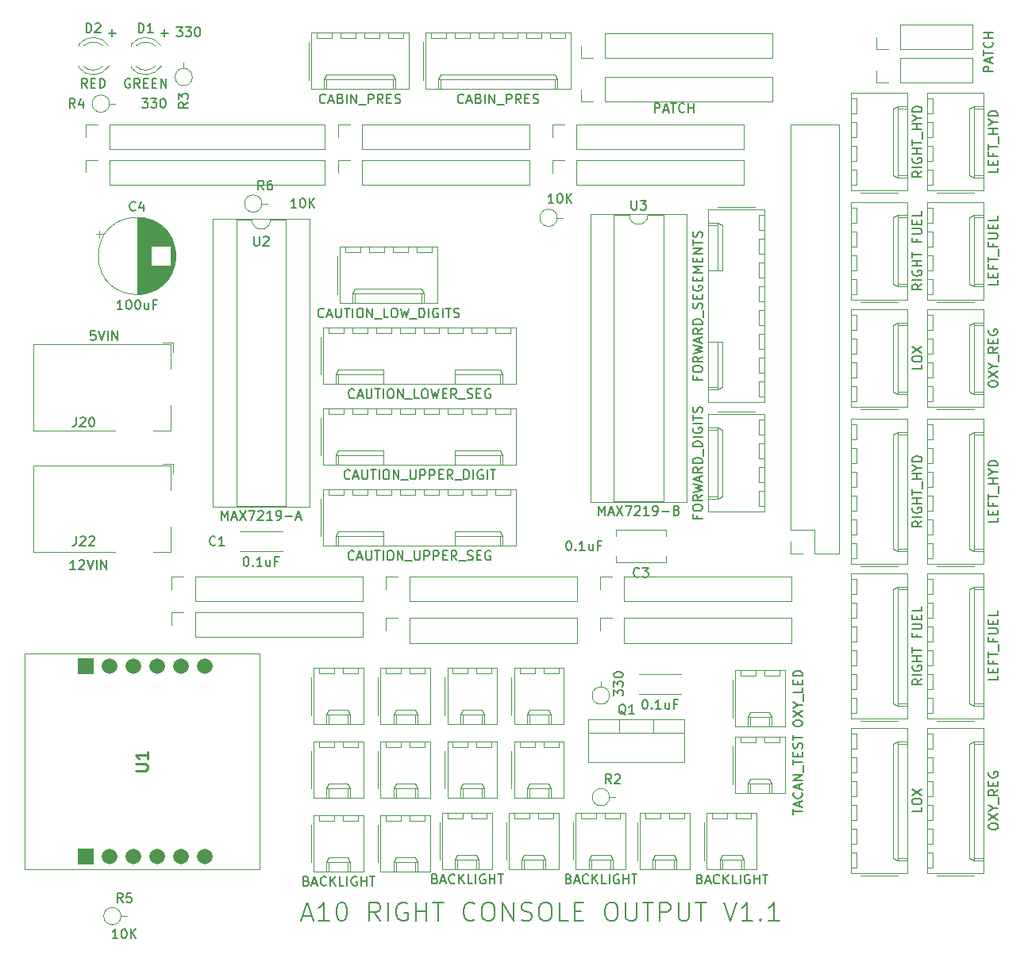
<source format=gbr>
%TF.GenerationSoftware,KiCad,Pcbnew,(6.0.7-1)-1*%
%TF.CreationDate,2023-11-05T11:58:31+10:00*%
%TF.ProjectId,Right Console Output,52696768-7420-4436-9f6e-736f6c65204f,rev?*%
%TF.SameCoordinates,Original*%
%TF.FileFunction,Legend,Top*%
%TF.FilePolarity,Positive*%
%FSLAX46Y46*%
G04 Gerber Fmt 4.6, Leading zero omitted, Abs format (unit mm)*
G04 Created by KiCad (PCBNEW (6.0.7-1)-1) date 2023-11-05 11:58:31*
%MOMM*%
%LPD*%
G01*
G04 APERTURE LIST*
%ADD10C,0.150000*%
%ADD11C,0.254000*%
%ADD12C,0.120000*%
%ADD13C,0.100000*%
%ADD14R,1.665000X1.665000*%
%ADD15C,1.665000*%
G04 APERTURE END LIST*
D10*
X140611428Y-132337333D02*
X141563809Y-132337333D01*
X140420952Y-132908761D02*
X141087619Y-130908761D01*
X141754285Y-132908761D01*
X143468571Y-132908761D02*
X142325714Y-132908761D01*
X142897142Y-132908761D02*
X142897142Y-130908761D01*
X142706666Y-131194476D01*
X142516190Y-131384952D01*
X142325714Y-131480190D01*
X144706666Y-130908761D02*
X144897142Y-130908761D01*
X145087619Y-131004000D01*
X145182857Y-131099238D01*
X145278095Y-131289714D01*
X145373333Y-131670666D01*
X145373333Y-132146857D01*
X145278095Y-132527809D01*
X145182857Y-132718285D01*
X145087619Y-132813523D01*
X144897142Y-132908761D01*
X144706666Y-132908761D01*
X144516190Y-132813523D01*
X144420952Y-132718285D01*
X144325714Y-132527809D01*
X144230476Y-132146857D01*
X144230476Y-131670666D01*
X144325714Y-131289714D01*
X144420952Y-131099238D01*
X144516190Y-131004000D01*
X144706666Y-130908761D01*
X148897142Y-132908761D02*
X148230476Y-131956380D01*
X147754285Y-132908761D02*
X147754285Y-130908761D01*
X148516190Y-130908761D01*
X148706666Y-131004000D01*
X148801904Y-131099238D01*
X148897142Y-131289714D01*
X148897142Y-131575428D01*
X148801904Y-131765904D01*
X148706666Y-131861142D01*
X148516190Y-131956380D01*
X147754285Y-131956380D01*
X149754285Y-132908761D02*
X149754285Y-130908761D01*
X151754285Y-131004000D02*
X151563809Y-130908761D01*
X151278095Y-130908761D01*
X150992380Y-131004000D01*
X150801904Y-131194476D01*
X150706666Y-131384952D01*
X150611428Y-131765904D01*
X150611428Y-132051619D01*
X150706666Y-132432571D01*
X150801904Y-132623047D01*
X150992380Y-132813523D01*
X151278095Y-132908761D01*
X151468571Y-132908761D01*
X151754285Y-132813523D01*
X151849523Y-132718285D01*
X151849523Y-132051619D01*
X151468571Y-132051619D01*
X152706666Y-132908761D02*
X152706666Y-130908761D01*
X152706666Y-131861142D02*
X153849523Y-131861142D01*
X153849523Y-132908761D02*
X153849523Y-130908761D01*
X154516190Y-130908761D02*
X155659047Y-130908761D01*
X155087619Y-132908761D02*
X155087619Y-130908761D01*
X158992380Y-132718285D02*
X158897142Y-132813523D01*
X158611428Y-132908761D01*
X158420952Y-132908761D01*
X158135238Y-132813523D01*
X157944761Y-132623047D01*
X157849523Y-132432571D01*
X157754285Y-132051619D01*
X157754285Y-131765904D01*
X157849523Y-131384952D01*
X157944761Y-131194476D01*
X158135238Y-131004000D01*
X158420952Y-130908761D01*
X158611428Y-130908761D01*
X158897142Y-131004000D01*
X158992380Y-131099238D01*
X160230476Y-130908761D02*
X160611428Y-130908761D01*
X160801904Y-131004000D01*
X160992380Y-131194476D01*
X161087619Y-131575428D01*
X161087619Y-132242095D01*
X160992380Y-132623047D01*
X160801904Y-132813523D01*
X160611428Y-132908761D01*
X160230476Y-132908761D01*
X160040000Y-132813523D01*
X159849523Y-132623047D01*
X159754285Y-132242095D01*
X159754285Y-131575428D01*
X159849523Y-131194476D01*
X160040000Y-131004000D01*
X160230476Y-130908761D01*
X161944761Y-132908761D02*
X161944761Y-130908761D01*
X163087619Y-132908761D01*
X163087619Y-130908761D01*
X163944761Y-132813523D02*
X164230476Y-132908761D01*
X164706666Y-132908761D01*
X164897142Y-132813523D01*
X164992380Y-132718285D01*
X165087619Y-132527809D01*
X165087619Y-132337333D01*
X164992380Y-132146857D01*
X164897142Y-132051619D01*
X164706666Y-131956380D01*
X164325714Y-131861142D01*
X164135238Y-131765904D01*
X164040000Y-131670666D01*
X163944761Y-131480190D01*
X163944761Y-131289714D01*
X164040000Y-131099238D01*
X164135238Y-131004000D01*
X164325714Y-130908761D01*
X164801904Y-130908761D01*
X165087619Y-131004000D01*
X166325714Y-130908761D02*
X166706666Y-130908761D01*
X166897142Y-131004000D01*
X167087619Y-131194476D01*
X167182857Y-131575428D01*
X167182857Y-132242095D01*
X167087619Y-132623047D01*
X166897142Y-132813523D01*
X166706666Y-132908761D01*
X166325714Y-132908761D01*
X166135238Y-132813523D01*
X165944761Y-132623047D01*
X165849523Y-132242095D01*
X165849523Y-131575428D01*
X165944761Y-131194476D01*
X166135238Y-131004000D01*
X166325714Y-130908761D01*
X168992380Y-132908761D02*
X168039999Y-132908761D01*
X168039999Y-130908761D01*
X169659047Y-131861142D02*
X170325714Y-131861142D01*
X170611428Y-132908761D02*
X169659047Y-132908761D01*
X169659047Y-130908761D01*
X170611428Y-130908761D01*
X173373333Y-130908761D02*
X173754285Y-130908761D01*
X173944761Y-131004000D01*
X174135238Y-131194476D01*
X174230476Y-131575428D01*
X174230476Y-132242095D01*
X174135238Y-132623047D01*
X173944761Y-132813523D01*
X173754285Y-132908761D01*
X173373333Y-132908761D01*
X173182857Y-132813523D01*
X172992380Y-132623047D01*
X172897142Y-132242095D01*
X172897142Y-131575428D01*
X172992380Y-131194476D01*
X173182857Y-131004000D01*
X173373333Y-130908761D01*
X175087619Y-130908761D02*
X175087619Y-132527809D01*
X175182857Y-132718285D01*
X175278095Y-132813523D01*
X175468571Y-132908761D01*
X175849523Y-132908761D01*
X176039999Y-132813523D01*
X176135238Y-132718285D01*
X176230476Y-132527809D01*
X176230476Y-130908761D01*
X176897142Y-130908761D02*
X178040000Y-130908761D01*
X177468571Y-132908761D02*
X177468571Y-130908761D01*
X178706666Y-132908761D02*
X178706666Y-130908761D01*
X179468571Y-130908761D01*
X179659047Y-131004000D01*
X179754285Y-131099238D01*
X179849523Y-131289714D01*
X179849523Y-131575428D01*
X179754285Y-131765904D01*
X179659047Y-131861142D01*
X179468571Y-131956380D01*
X178706666Y-131956380D01*
X180706666Y-130908761D02*
X180706666Y-132527809D01*
X180801904Y-132718285D01*
X180897142Y-132813523D01*
X181087619Y-132908761D01*
X181468571Y-132908761D01*
X181659047Y-132813523D01*
X181754285Y-132718285D01*
X181849523Y-132527809D01*
X181849523Y-130908761D01*
X182516190Y-130908761D02*
X183659047Y-130908761D01*
X183087619Y-132908761D02*
X183087619Y-130908761D01*
X185563809Y-130908761D02*
X186230476Y-132908761D01*
X186897142Y-130908761D01*
X188611428Y-132908761D02*
X187468571Y-132908761D01*
X188040000Y-132908761D02*
X188040000Y-130908761D01*
X187849523Y-131194476D01*
X187659047Y-131384952D01*
X187468571Y-131480190D01*
X189468571Y-132718285D02*
X189563809Y-132813523D01*
X189468571Y-132908761D01*
X189373333Y-132813523D01*
X189468571Y-132718285D01*
X189468571Y-132908761D01*
X191468571Y-132908761D02*
X190325714Y-132908761D01*
X190897142Y-132908761D02*
X190897142Y-130908761D01*
X190706666Y-131194476D01*
X190516190Y-131384952D01*
X190325714Y-131480190D01*
X125527047Y-38095428D02*
X126288952Y-38095428D01*
X125908000Y-38476380D02*
X125908000Y-37714476D01*
X119939047Y-38095428D02*
X120700952Y-38095428D01*
X120320000Y-38476380D02*
X120320000Y-37714476D01*
%TO.C,C3*%
X176541333Y-96095142D02*
X176493714Y-96142761D01*
X176350857Y-96190380D01*
X176255619Y-96190380D01*
X176112761Y-96142761D01*
X176017523Y-96047523D01*
X175969904Y-95952285D01*
X175922285Y-95761809D01*
X175922285Y-95618952D01*
X175969904Y-95428476D01*
X176017523Y-95333238D01*
X176112761Y-95238000D01*
X176255619Y-95190380D01*
X176350857Y-95190380D01*
X176493714Y-95238000D01*
X176541333Y-95285619D01*
X176874666Y-95190380D02*
X177493714Y-95190380D01*
X177160380Y-95571333D01*
X177303238Y-95571333D01*
X177398476Y-95618952D01*
X177446095Y-95666571D01*
X177493714Y-95761809D01*
X177493714Y-95999904D01*
X177446095Y-96095142D01*
X177398476Y-96142761D01*
X177303238Y-96190380D01*
X177017523Y-96190380D01*
X176922285Y-96142761D01*
X176874666Y-96095142D01*
X168969142Y-92340380D02*
X169064380Y-92340380D01*
X169159619Y-92388000D01*
X169207238Y-92435619D01*
X169254857Y-92530857D01*
X169302476Y-92721333D01*
X169302476Y-92959428D01*
X169254857Y-93149904D01*
X169207238Y-93245142D01*
X169159619Y-93292761D01*
X169064380Y-93340380D01*
X168969142Y-93340380D01*
X168873904Y-93292761D01*
X168826285Y-93245142D01*
X168778666Y-93149904D01*
X168731047Y-92959428D01*
X168731047Y-92721333D01*
X168778666Y-92530857D01*
X168826285Y-92435619D01*
X168873904Y-92388000D01*
X168969142Y-92340380D01*
X169731047Y-93245142D02*
X169778666Y-93292761D01*
X169731047Y-93340380D01*
X169683428Y-93292761D01*
X169731047Y-93245142D01*
X169731047Y-93340380D01*
X170731047Y-93340380D02*
X170159619Y-93340380D01*
X170445333Y-93340380D02*
X170445333Y-92340380D01*
X170350095Y-92483238D01*
X170254857Y-92578476D01*
X170159619Y-92626095D01*
X171588190Y-92673714D02*
X171588190Y-93340380D01*
X171159619Y-92673714D02*
X171159619Y-93197523D01*
X171207238Y-93292761D01*
X171302476Y-93340380D01*
X171445333Y-93340380D01*
X171540571Y-93292761D01*
X171588190Y-93245142D01*
X172397714Y-92816571D02*
X172064380Y-92816571D01*
X172064380Y-93340380D02*
X172064380Y-92340380D01*
X172540571Y-92340380D01*
%TO.C,R4*%
X116343333Y-46096380D02*
X116010000Y-45620190D01*
X115771904Y-46096380D02*
X115771904Y-45096380D01*
X116152857Y-45096380D01*
X116248095Y-45144000D01*
X116295714Y-45191619D01*
X116343333Y-45286857D01*
X116343333Y-45429714D01*
X116295714Y-45524952D01*
X116248095Y-45572571D01*
X116152857Y-45620190D01*
X115771904Y-45620190D01*
X117200476Y-45429714D02*
X117200476Y-46096380D01*
X116962380Y-45048761D02*
X116724285Y-45763047D01*
X117343333Y-45763047D01*
X123479285Y-45096380D02*
X124098333Y-45096380D01*
X123765000Y-45477333D01*
X123907857Y-45477333D01*
X124003095Y-45524952D01*
X124050714Y-45572571D01*
X124098333Y-45667809D01*
X124098333Y-45905904D01*
X124050714Y-46001142D01*
X124003095Y-46048761D01*
X123907857Y-46096380D01*
X123622142Y-46096380D01*
X123526904Y-46048761D01*
X123479285Y-46001142D01*
X124431666Y-45096380D02*
X125050714Y-45096380D01*
X124717380Y-45477333D01*
X124860238Y-45477333D01*
X124955476Y-45524952D01*
X125003095Y-45572571D01*
X125050714Y-45667809D01*
X125050714Y-45905904D01*
X125003095Y-46001142D01*
X124955476Y-46048761D01*
X124860238Y-46096380D01*
X124574523Y-46096380D01*
X124479285Y-46048761D01*
X124431666Y-46001142D01*
X125669761Y-45096380D02*
X125765000Y-45096380D01*
X125860238Y-45144000D01*
X125907857Y-45191619D01*
X125955476Y-45286857D01*
X126003095Y-45477333D01*
X126003095Y-45715428D01*
X125955476Y-45905904D01*
X125907857Y-46001142D01*
X125860238Y-46048761D01*
X125765000Y-46096380D01*
X125669761Y-46096380D01*
X125574523Y-46048761D01*
X125526904Y-46001142D01*
X125479285Y-45905904D01*
X125431666Y-45715428D01*
X125431666Y-45477333D01*
X125479285Y-45286857D01*
X125526904Y-45191619D01*
X125574523Y-45144000D01*
X125669761Y-45096380D01*
%TO.C,J15*%
X214244380Y-42229238D02*
X213244380Y-42229238D01*
X213244380Y-41848285D01*
X213292000Y-41753047D01*
X213339619Y-41705428D01*
X213434857Y-41657809D01*
X213577714Y-41657809D01*
X213672952Y-41705428D01*
X213720571Y-41753047D01*
X213768190Y-41848285D01*
X213768190Y-42229238D01*
X213958666Y-41276857D02*
X213958666Y-40800666D01*
X214244380Y-41372095D02*
X213244380Y-41038761D01*
X214244380Y-40705428D01*
X213244380Y-40514952D02*
X213244380Y-39943523D01*
X214244380Y-40229238D02*
X213244380Y-40229238D01*
X214149142Y-39038761D02*
X214196761Y-39086380D01*
X214244380Y-39229238D01*
X214244380Y-39324476D01*
X214196761Y-39467333D01*
X214101523Y-39562571D01*
X214006285Y-39610190D01*
X213815809Y-39657809D01*
X213672952Y-39657809D01*
X213482476Y-39610190D01*
X213387238Y-39562571D01*
X213292000Y-39467333D01*
X213244380Y-39324476D01*
X213244380Y-39229238D01*
X213292000Y-39086380D01*
X213339619Y-39038761D01*
X214244380Y-38610190D02*
X213244380Y-38610190D01*
X213720571Y-38610190D02*
X213720571Y-38038761D01*
X214244380Y-38038761D02*
X213244380Y-38038761D01*
%TO.C,J55*%
X182716571Y-74781619D02*
X182716571Y-75114952D01*
X183240380Y-75114952D02*
X182240380Y-75114952D01*
X182240380Y-74638761D01*
X182240380Y-74067333D02*
X182240380Y-73876857D01*
X182288000Y-73781619D01*
X182383238Y-73686380D01*
X182573714Y-73638761D01*
X182907047Y-73638761D01*
X183097523Y-73686380D01*
X183192761Y-73781619D01*
X183240380Y-73876857D01*
X183240380Y-74067333D01*
X183192761Y-74162571D01*
X183097523Y-74257809D01*
X182907047Y-74305428D01*
X182573714Y-74305428D01*
X182383238Y-74257809D01*
X182288000Y-74162571D01*
X182240380Y-74067333D01*
X183240380Y-72638761D02*
X182764190Y-72972095D01*
X183240380Y-73210190D02*
X182240380Y-73210190D01*
X182240380Y-72829238D01*
X182288000Y-72734000D01*
X182335619Y-72686380D01*
X182430857Y-72638761D01*
X182573714Y-72638761D01*
X182668952Y-72686380D01*
X182716571Y-72734000D01*
X182764190Y-72829238D01*
X182764190Y-73210190D01*
X182240380Y-72305428D02*
X183240380Y-72067333D01*
X182526095Y-71876857D01*
X183240380Y-71686380D01*
X182240380Y-71448285D01*
X182954666Y-71114952D02*
X182954666Y-70638761D01*
X183240380Y-71210190D02*
X182240380Y-70876857D01*
X183240380Y-70543523D01*
X183240380Y-69638761D02*
X182764190Y-69972095D01*
X183240380Y-70210190D02*
X182240380Y-70210190D01*
X182240380Y-69829238D01*
X182288000Y-69734000D01*
X182335619Y-69686380D01*
X182430857Y-69638761D01*
X182573714Y-69638761D01*
X182668952Y-69686380D01*
X182716571Y-69734000D01*
X182764190Y-69829238D01*
X182764190Y-70210190D01*
X183240380Y-69210190D02*
X182240380Y-69210190D01*
X182240380Y-68972095D01*
X182288000Y-68829238D01*
X182383238Y-68734000D01*
X182478476Y-68686380D01*
X182668952Y-68638761D01*
X182811809Y-68638761D01*
X183002285Y-68686380D01*
X183097523Y-68734000D01*
X183192761Y-68829238D01*
X183240380Y-68972095D01*
X183240380Y-69210190D01*
X183335619Y-68448285D02*
X183335619Y-67686380D01*
X183192761Y-67495904D02*
X183240380Y-67353047D01*
X183240380Y-67114952D01*
X183192761Y-67019714D01*
X183145142Y-66972095D01*
X183049904Y-66924476D01*
X182954666Y-66924476D01*
X182859428Y-66972095D01*
X182811809Y-67019714D01*
X182764190Y-67114952D01*
X182716571Y-67305428D01*
X182668952Y-67400666D01*
X182621333Y-67448285D01*
X182526095Y-67495904D01*
X182430857Y-67495904D01*
X182335619Y-67448285D01*
X182288000Y-67400666D01*
X182240380Y-67305428D01*
X182240380Y-67067333D01*
X182288000Y-66924476D01*
X182716571Y-66495904D02*
X182716571Y-66162571D01*
X183240380Y-66019714D02*
X183240380Y-66495904D01*
X182240380Y-66495904D01*
X182240380Y-66019714D01*
X182288000Y-65067333D02*
X182240380Y-65162571D01*
X182240380Y-65305428D01*
X182288000Y-65448285D01*
X182383238Y-65543523D01*
X182478476Y-65591142D01*
X182668952Y-65638761D01*
X182811809Y-65638761D01*
X183002285Y-65591142D01*
X183097523Y-65543523D01*
X183192761Y-65448285D01*
X183240380Y-65305428D01*
X183240380Y-65210190D01*
X183192761Y-65067333D01*
X183145142Y-65019714D01*
X182811809Y-65019714D01*
X182811809Y-65210190D01*
X182716571Y-64591142D02*
X182716571Y-64257809D01*
X183240380Y-64114952D02*
X183240380Y-64591142D01*
X182240380Y-64591142D01*
X182240380Y-64114952D01*
X183240380Y-63686380D02*
X182240380Y-63686380D01*
X182954666Y-63353047D01*
X182240380Y-63019714D01*
X183240380Y-63019714D01*
X182716571Y-62543523D02*
X182716571Y-62210190D01*
X183240380Y-62067333D02*
X183240380Y-62543523D01*
X182240380Y-62543523D01*
X182240380Y-62067333D01*
X183240380Y-61638761D02*
X182240380Y-61638761D01*
X183240380Y-61067333D01*
X182240380Y-61067333D01*
X182240380Y-60734000D02*
X182240380Y-60162571D01*
X183240380Y-60448285D02*
X182240380Y-60448285D01*
X183192761Y-59876857D02*
X183240380Y-59734000D01*
X183240380Y-59495904D01*
X183192761Y-59400666D01*
X183145142Y-59353047D01*
X183049904Y-59305428D01*
X182954666Y-59305428D01*
X182859428Y-59353047D01*
X182811809Y-59400666D01*
X182764190Y-59495904D01*
X182716571Y-59686380D01*
X182668952Y-59781619D01*
X182621333Y-59829238D01*
X182526095Y-59876857D01*
X182430857Y-59876857D01*
X182335619Y-59829238D01*
X182288000Y-59781619D01*
X182240380Y-59686380D01*
X182240380Y-59448285D01*
X182288000Y-59305428D01*
%TO.C,J35*%
X213768380Y-75655333D02*
X213768380Y-75464857D01*
X213816000Y-75369619D01*
X213911238Y-75274380D01*
X214101714Y-75226761D01*
X214435047Y-75226761D01*
X214625523Y-75274380D01*
X214720761Y-75369619D01*
X214768380Y-75464857D01*
X214768380Y-75655333D01*
X214720761Y-75750571D01*
X214625523Y-75845809D01*
X214435047Y-75893428D01*
X214101714Y-75893428D01*
X213911238Y-75845809D01*
X213816000Y-75750571D01*
X213768380Y-75655333D01*
X213768380Y-74893428D02*
X214768380Y-74226761D01*
X213768380Y-74226761D02*
X214768380Y-74893428D01*
X214292190Y-73655333D02*
X214768380Y-73655333D01*
X213768380Y-73988666D02*
X214292190Y-73655333D01*
X213768380Y-73322000D01*
X214863619Y-73226761D02*
X214863619Y-72464857D01*
X214768380Y-71655333D02*
X214292190Y-71988666D01*
X214768380Y-72226761D02*
X213768380Y-72226761D01*
X213768380Y-71845809D01*
X213816000Y-71750571D01*
X213863619Y-71702952D01*
X213958857Y-71655333D01*
X214101714Y-71655333D01*
X214196952Y-71702952D01*
X214244571Y-71750571D01*
X214292190Y-71845809D01*
X214292190Y-72226761D01*
X214244571Y-71226761D02*
X214244571Y-70893428D01*
X214768380Y-70750571D02*
X214768380Y-71226761D01*
X213768380Y-71226761D01*
X213768380Y-70750571D01*
X213816000Y-69798190D02*
X213768380Y-69893428D01*
X213768380Y-70036285D01*
X213816000Y-70179142D01*
X213911238Y-70274380D01*
X214006476Y-70322000D01*
X214196952Y-70369619D01*
X214339809Y-70369619D01*
X214530285Y-70322000D01*
X214625523Y-70274380D01*
X214720761Y-70179142D01*
X214768380Y-70036285D01*
X214768380Y-69941047D01*
X214720761Y-69798190D01*
X214673142Y-69750571D01*
X214339809Y-69750571D01*
X214339809Y-69941047D01*
%TO.C,R5*%
X121428333Y-130917380D02*
X121095000Y-130441190D01*
X120856904Y-130917380D02*
X120856904Y-129917380D01*
X121237857Y-129917380D01*
X121333095Y-129965000D01*
X121380714Y-130012619D01*
X121428333Y-130107857D01*
X121428333Y-130250714D01*
X121380714Y-130345952D01*
X121333095Y-130393571D01*
X121237857Y-130441190D01*
X120856904Y-130441190D01*
X122333095Y-129917380D02*
X121856904Y-129917380D01*
X121809285Y-130393571D01*
X121856904Y-130345952D01*
X121952142Y-130298333D01*
X122190238Y-130298333D01*
X122285476Y-130345952D01*
X122333095Y-130393571D01*
X122380714Y-130488809D01*
X122380714Y-130726904D01*
X122333095Y-130822142D01*
X122285476Y-130869761D01*
X122190238Y-130917380D01*
X121952142Y-130917380D01*
X121856904Y-130869761D01*
X121809285Y-130822142D01*
X120904523Y-134757380D02*
X120333095Y-134757380D01*
X120618809Y-134757380D02*
X120618809Y-133757380D01*
X120523571Y-133900238D01*
X120428333Y-133995476D01*
X120333095Y-134043095D01*
X121523571Y-133757380D02*
X121618809Y-133757380D01*
X121714047Y-133805000D01*
X121761666Y-133852619D01*
X121809285Y-133947857D01*
X121856904Y-134138333D01*
X121856904Y-134376428D01*
X121809285Y-134566904D01*
X121761666Y-134662142D01*
X121714047Y-134709761D01*
X121618809Y-134757380D01*
X121523571Y-134757380D01*
X121428333Y-134709761D01*
X121380714Y-134662142D01*
X121333095Y-134566904D01*
X121285476Y-134376428D01*
X121285476Y-134138333D01*
X121333095Y-133947857D01*
X121380714Y-133852619D01*
X121428333Y-133805000D01*
X121523571Y-133757380D01*
X122285476Y-134757380D02*
X122285476Y-133757380D01*
X122856904Y-134757380D02*
X122428333Y-134185952D01*
X122856904Y-133757380D02*
X122285476Y-134328809D01*
%TO.C,J39*%
X206660380Y-64888809D02*
X206184190Y-65222142D01*
X206660380Y-65460238D02*
X205660380Y-65460238D01*
X205660380Y-65079285D01*
X205708000Y-64984047D01*
X205755619Y-64936428D01*
X205850857Y-64888809D01*
X205993714Y-64888809D01*
X206088952Y-64936428D01*
X206136571Y-64984047D01*
X206184190Y-65079285D01*
X206184190Y-65460238D01*
X206660380Y-64460238D02*
X205660380Y-64460238D01*
X205708000Y-63460238D02*
X205660380Y-63555476D01*
X205660380Y-63698333D01*
X205708000Y-63841190D01*
X205803238Y-63936428D01*
X205898476Y-63984047D01*
X206088952Y-64031666D01*
X206231809Y-64031666D01*
X206422285Y-63984047D01*
X206517523Y-63936428D01*
X206612761Y-63841190D01*
X206660380Y-63698333D01*
X206660380Y-63603095D01*
X206612761Y-63460238D01*
X206565142Y-63412619D01*
X206231809Y-63412619D01*
X206231809Y-63603095D01*
X206660380Y-62984047D02*
X205660380Y-62984047D01*
X206136571Y-62984047D02*
X206136571Y-62412619D01*
X206660380Y-62412619D02*
X205660380Y-62412619D01*
X205660380Y-62079285D02*
X205660380Y-61507857D01*
X206660380Y-61793571D02*
X205660380Y-61793571D01*
X206136571Y-60079285D02*
X206136571Y-60412619D01*
X206660380Y-60412619D02*
X205660380Y-60412619D01*
X205660380Y-59936428D01*
X205660380Y-59555476D02*
X206469904Y-59555476D01*
X206565142Y-59507857D01*
X206612761Y-59460238D01*
X206660380Y-59365000D01*
X206660380Y-59174523D01*
X206612761Y-59079285D01*
X206565142Y-59031666D01*
X206469904Y-58984047D01*
X205660380Y-58984047D01*
X206136571Y-58507857D02*
X206136571Y-58174523D01*
X206660380Y-58031666D02*
X206660380Y-58507857D01*
X205660380Y-58507857D01*
X205660380Y-58031666D01*
X206660380Y-57126904D02*
X206660380Y-57603095D01*
X205660380Y-57603095D01*
%TO.C,J53*%
X192924380Y-111882095D02*
X192924380Y-111691619D01*
X192972000Y-111596380D01*
X193067238Y-111501142D01*
X193257714Y-111453523D01*
X193591047Y-111453523D01*
X193781523Y-111501142D01*
X193876761Y-111596380D01*
X193924380Y-111691619D01*
X193924380Y-111882095D01*
X193876761Y-111977333D01*
X193781523Y-112072571D01*
X193591047Y-112120190D01*
X193257714Y-112120190D01*
X193067238Y-112072571D01*
X192972000Y-111977333D01*
X192924380Y-111882095D01*
X192924380Y-111120190D02*
X193924380Y-110453523D01*
X192924380Y-110453523D02*
X193924380Y-111120190D01*
X193448190Y-109882095D02*
X193924380Y-109882095D01*
X192924380Y-110215428D02*
X193448190Y-109882095D01*
X192924380Y-109548761D01*
X194019619Y-109453523D02*
X194019619Y-108691619D01*
X193924380Y-107977333D02*
X193924380Y-108453523D01*
X192924380Y-108453523D01*
X193400571Y-107644000D02*
X193400571Y-107310666D01*
X193924380Y-107167809D02*
X193924380Y-107644000D01*
X192924380Y-107644000D01*
X192924380Y-107167809D01*
X193924380Y-106739238D02*
X192924380Y-106739238D01*
X192924380Y-106501142D01*
X192972000Y-106358285D01*
X193067238Y-106263047D01*
X193162476Y-106215428D01*
X193352952Y-106167809D01*
X193495809Y-106167809D01*
X193686285Y-106215428D01*
X193781523Y-106263047D01*
X193876761Y-106358285D01*
X193924380Y-106501142D01*
X193924380Y-106739238D01*
%TO.C,J51*%
X142879238Y-68389142D02*
X142831619Y-68436761D01*
X142688761Y-68484380D01*
X142593523Y-68484380D01*
X142450666Y-68436761D01*
X142355428Y-68341523D01*
X142307809Y-68246285D01*
X142260190Y-68055809D01*
X142260190Y-67912952D01*
X142307809Y-67722476D01*
X142355428Y-67627238D01*
X142450666Y-67532000D01*
X142593523Y-67484380D01*
X142688761Y-67484380D01*
X142831619Y-67532000D01*
X142879238Y-67579619D01*
X143260190Y-68198666D02*
X143736380Y-68198666D01*
X143164952Y-68484380D02*
X143498285Y-67484380D01*
X143831619Y-68484380D01*
X144164952Y-67484380D02*
X144164952Y-68293904D01*
X144212571Y-68389142D01*
X144260190Y-68436761D01*
X144355428Y-68484380D01*
X144545904Y-68484380D01*
X144641142Y-68436761D01*
X144688761Y-68389142D01*
X144736380Y-68293904D01*
X144736380Y-67484380D01*
X145069714Y-67484380D02*
X145641142Y-67484380D01*
X145355428Y-68484380D02*
X145355428Y-67484380D01*
X145974476Y-68484380D02*
X145974476Y-67484380D01*
X146641142Y-67484380D02*
X146831619Y-67484380D01*
X146926857Y-67532000D01*
X147022095Y-67627238D01*
X147069714Y-67817714D01*
X147069714Y-68151047D01*
X147022095Y-68341523D01*
X146926857Y-68436761D01*
X146831619Y-68484380D01*
X146641142Y-68484380D01*
X146545904Y-68436761D01*
X146450666Y-68341523D01*
X146403047Y-68151047D01*
X146403047Y-67817714D01*
X146450666Y-67627238D01*
X146545904Y-67532000D01*
X146641142Y-67484380D01*
X147498285Y-68484380D02*
X147498285Y-67484380D01*
X148069714Y-68484380D01*
X148069714Y-67484380D01*
X148307809Y-68579619D02*
X149069714Y-68579619D01*
X149784000Y-68484380D02*
X149307809Y-68484380D01*
X149307809Y-67484380D01*
X150307809Y-67484380D02*
X150498285Y-67484380D01*
X150593523Y-67532000D01*
X150688761Y-67627238D01*
X150736380Y-67817714D01*
X150736380Y-68151047D01*
X150688761Y-68341523D01*
X150593523Y-68436761D01*
X150498285Y-68484380D01*
X150307809Y-68484380D01*
X150212571Y-68436761D01*
X150117333Y-68341523D01*
X150069714Y-68151047D01*
X150069714Y-67817714D01*
X150117333Y-67627238D01*
X150212571Y-67532000D01*
X150307809Y-67484380D01*
X151069714Y-67484380D02*
X151307809Y-68484380D01*
X151498285Y-67770095D01*
X151688761Y-68484380D01*
X151926857Y-67484380D01*
X152069714Y-68579619D02*
X152831619Y-68579619D01*
X153069714Y-68484380D02*
X153069714Y-67484380D01*
X153307809Y-67484380D01*
X153450666Y-67532000D01*
X153545904Y-67627238D01*
X153593523Y-67722476D01*
X153641142Y-67912952D01*
X153641142Y-68055809D01*
X153593523Y-68246285D01*
X153545904Y-68341523D01*
X153450666Y-68436761D01*
X153307809Y-68484380D01*
X153069714Y-68484380D01*
X154069714Y-68484380D02*
X154069714Y-67484380D01*
X155069714Y-67532000D02*
X154974476Y-67484380D01*
X154831619Y-67484380D01*
X154688761Y-67532000D01*
X154593523Y-67627238D01*
X154545904Y-67722476D01*
X154498285Y-67912952D01*
X154498285Y-68055809D01*
X154545904Y-68246285D01*
X154593523Y-68341523D01*
X154688761Y-68436761D01*
X154831619Y-68484380D01*
X154926857Y-68484380D01*
X155069714Y-68436761D01*
X155117333Y-68389142D01*
X155117333Y-68055809D01*
X154926857Y-68055809D01*
X155545904Y-68484380D02*
X155545904Y-67484380D01*
X155879238Y-67484380D02*
X156450666Y-67484380D01*
X156164952Y-68484380D02*
X156164952Y-67484380D01*
X156736380Y-68436761D02*
X156879238Y-68484380D01*
X157117333Y-68484380D01*
X157212571Y-68436761D01*
X157260190Y-68389142D01*
X157307809Y-68293904D01*
X157307809Y-68198666D01*
X157260190Y-68103428D01*
X157212571Y-68055809D01*
X157117333Y-68008190D01*
X156926857Y-67960571D01*
X156831619Y-67912952D01*
X156784000Y-67865333D01*
X156736380Y-67770095D01*
X156736380Y-67674857D01*
X156784000Y-67579619D01*
X156831619Y-67532000D01*
X156926857Y-67484380D01*
X157164952Y-67484380D01*
X157307809Y-67532000D01*
%TO.C,J18*%
X141045238Y-128618571D02*
X141188095Y-128666190D01*
X141235714Y-128713809D01*
X141283333Y-128809047D01*
X141283333Y-128951904D01*
X141235714Y-129047142D01*
X141188095Y-129094761D01*
X141092857Y-129142380D01*
X140711904Y-129142380D01*
X140711904Y-128142380D01*
X141045238Y-128142380D01*
X141140476Y-128190000D01*
X141188095Y-128237619D01*
X141235714Y-128332857D01*
X141235714Y-128428095D01*
X141188095Y-128523333D01*
X141140476Y-128570952D01*
X141045238Y-128618571D01*
X140711904Y-128618571D01*
X141664285Y-128856666D02*
X142140476Y-128856666D01*
X141569047Y-129142380D02*
X141902380Y-128142380D01*
X142235714Y-129142380D01*
X143140476Y-129047142D02*
X143092857Y-129094761D01*
X142950000Y-129142380D01*
X142854761Y-129142380D01*
X142711904Y-129094761D01*
X142616666Y-128999523D01*
X142569047Y-128904285D01*
X142521428Y-128713809D01*
X142521428Y-128570952D01*
X142569047Y-128380476D01*
X142616666Y-128285238D01*
X142711904Y-128190000D01*
X142854761Y-128142380D01*
X142950000Y-128142380D01*
X143092857Y-128190000D01*
X143140476Y-128237619D01*
X143569047Y-129142380D02*
X143569047Y-128142380D01*
X144140476Y-129142380D02*
X143711904Y-128570952D01*
X144140476Y-128142380D02*
X143569047Y-128713809D01*
X145045238Y-129142380D02*
X144569047Y-129142380D01*
X144569047Y-128142380D01*
X145378571Y-129142380D02*
X145378571Y-128142380D01*
X146378571Y-128190000D02*
X146283333Y-128142380D01*
X146140476Y-128142380D01*
X145997619Y-128190000D01*
X145902380Y-128285238D01*
X145854761Y-128380476D01*
X145807142Y-128570952D01*
X145807142Y-128713809D01*
X145854761Y-128904285D01*
X145902380Y-128999523D01*
X145997619Y-129094761D01*
X146140476Y-129142380D01*
X146235714Y-129142380D01*
X146378571Y-129094761D01*
X146426190Y-129047142D01*
X146426190Y-128713809D01*
X146235714Y-128713809D01*
X146854761Y-129142380D02*
X146854761Y-128142380D01*
X146854761Y-128618571D02*
X147426190Y-128618571D01*
X147426190Y-129142380D02*
X147426190Y-128142380D01*
X147759523Y-128142380D02*
X148330952Y-128142380D01*
X148045238Y-129142380D02*
X148045238Y-128142380D01*
%TO.C,J28*%
X206660380Y-107079809D02*
X206184190Y-107413142D01*
X206660380Y-107651238D02*
X205660380Y-107651238D01*
X205660380Y-107270285D01*
X205708000Y-107175047D01*
X205755619Y-107127428D01*
X205850857Y-107079809D01*
X205993714Y-107079809D01*
X206088952Y-107127428D01*
X206136571Y-107175047D01*
X206184190Y-107270285D01*
X206184190Y-107651238D01*
X206660380Y-106651238D02*
X205660380Y-106651238D01*
X205708000Y-105651238D02*
X205660380Y-105746476D01*
X205660380Y-105889333D01*
X205708000Y-106032190D01*
X205803238Y-106127428D01*
X205898476Y-106175047D01*
X206088952Y-106222666D01*
X206231809Y-106222666D01*
X206422285Y-106175047D01*
X206517523Y-106127428D01*
X206612761Y-106032190D01*
X206660380Y-105889333D01*
X206660380Y-105794095D01*
X206612761Y-105651238D01*
X206565142Y-105603619D01*
X206231809Y-105603619D01*
X206231809Y-105794095D01*
X206660380Y-105175047D02*
X205660380Y-105175047D01*
X206136571Y-105175047D02*
X206136571Y-104603619D01*
X206660380Y-104603619D02*
X205660380Y-104603619D01*
X205660380Y-104270285D02*
X205660380Y-103698857D01*
X206660380Y-103984571D02*
X205660380Y-103984571D01*
X206136571Y-102270285D02*
X206136571Y-102603619D01*
X206660380Y-102603619D02*
X205660380Y-102603619D01*
X205660380Y-102127428D01*
X205660380Y-101746476D02*
X206469904Y-101746476D01*
X206565142Y-101698857D01*
X206612761Y-101651238D01*
X206660380Y-101556000D01*
X206660380Y-101365523D01*
X206612761Y-101270285D01*
X206565142Y-101222666D01*
X206469904Y-101175047D01*
X205660380Y-101175047D01*
X206136571Y-100698857D02*
X206136571Y-100365523D01*
X206660380Y-100222666D02*
X206660380Y-100698857D01*
X205660380Y-100698857D01*
X205660380Y-100222666D01*
X206660380Y-99317904D02*
X206660380Y-99794095D01*
X205660380Y-99794095D01*
%TO.C,J49*%
X145681238Y-85641142D02*
X145633619Y-85688761D01*
X145490761Y-85736380D01*
X145395523Y-85736380D01*
X145252666Y-85688761D01*
X145157428Y-85593523D01*
X145109809Y-85498285D01*
X145062190Y-85307809D01*
X145062190Y-85164952D01*
X145109809Y-84974476D01*
X145157428Y-84879238D01*
X145252666Y-84784000D01*
X145395523Y-84736380D01*
X145490761Y-84736380D01*
X145633619Y-84784000D01*
X145681238Y-84831619D01*
X146062190Y-85450666D02*
X146538380Y-85450666D01*
X145966952Y-85736380D02*
X146300285Y-84736380D01*
X146633619Y-85736380D01*
X146966952Y-84736380D02*
X146966952Y-85545904D01*
X147014571Y-85641142D01*
X147062190Y-85688761D01*
X147157428Y-85736380D01*
X147347904Y-85736380D01*
X147443142Y-85688761D01*
X147490761Y-85641142D01*
X147538380Y-85545904D01*
X147538380Y-84736380D01*
X147871714Y-84736380D02*
X148443142Y-84736380D01*
X148157428Y-85736380D02*
X148157428Y-84736380D01*
X148776476Y-85736380D02*
X148776476Y-84736380D01*
X149443142Y-84736380D02*
X149633619Y-84736380D01*
X149728857Y-84784000D01*
X149824095Y-84879238D01*
X149871714Y-85069714D01*
X149871714Y-85403047D01*
X149824095Y-85593523D01*
X149728857Y-85688761D01*
X149633619Y-85736380D01*
X149443142Y-85736380D01*
X149347904Y-85688761D01*
X149252666Y-85593523D01*
X149205047Y-85403047D01*
X149205047Y-85069714D01*
X149252666Y-84879238D01*
X149347904Y-84784000D01*
X149443142Y-84736380D01*
X150300285Y-85736380D02*
X150300285Y-84736380D01*
X150871714Y-85736380D01*
X150871714Y-84736380D01*
X151109809Y-85831619D02*
X151871714Y-85831619D01*
X152109809Y-84736380D02*
X152109809Y-85545904D01*
X152157428Y-85641142D01*
X152205047Y-85688761D01*
X152300285Y-85736380D01*
X152490761Y-85736380D01*
X152586000Y-85688761D01*
X152633619Y-85641142D01*
X152681238Y-85545904D01*
X152681238Y-84736380D01*
X153157428Y-85736380D02*
X153157428Y-84736380D01*
X153538380Y-84736380D01*
X153633619Y-84784000D01*
X153681238Y-84831619D01*
X153728857Y-84926857D01*
X153728857Y-85069714D01*
X153681238Y-85164952D01*
X153633619Y-85212571D01*
X153538380Y-85260190D01*
X153157428Y-85260190D01*
X154157428Y-85736380D02*
X154157428Y-84736380D01*
X154538380Y-84736380D01*
X154633619Y-84784000D01*
X154681238Y-84831619D01*
X154728857Y-84926857D01*
X154728857Y-85069714D01*
X154681238Y-85164952D01*
X154633619Y-85212571D01*
X154538380Y-85260190D01*
X154157428Y-85260190D01*
X155157428Y-85212571D02*
X155490761Y-85212571D01*
X155633619Y-85736380D02*
X155157428Y-85736380D01*
X155157428Y-84736380D01*
X155633619Y-84736380D01*
X156633619Y-85736380D02*
X156300285Y-85260190D01*
X156062190Y-85736380D02*
X156062190Y-84736380D01*
X156443142Y-84736380D01*
X156538380Y-84784000D01*
X156586000Y-84831619D01*
X156633619Y-84926857D01*
X156633619Y-85069714D01*
X156586000Y-85164952D01*
X156538380Y-85212571D01*
X156443142Y-85260190D01*
X156062190Y-85260190D01*
X156824095Y-85831619D02*
X157586000Y-85831619D01*
X157824095Y-85736380D02*
X157824095Y-84736380D01*
X158062190Y-84736380D01*
X158205047Y-84784000D01*
X158300285Y-84879238D01*
X158347904Y-84974476D01*
X158395523Y-85164952D01*
X158395523Y-85307809D01*
X158347904Y-85498285D01*
X158300285Y-85593523D01*
X158205047Y-85688761D01*
X158062190Y-85736380D01*
X157824095Y-85736380D01*
X158824095Y-85736380D02*
X158824095Y-84736380D01*
X159824095Y-84784000D02*
X159728857Y-84736380D01*
X159586000Y-84736380D01*
X159443142Y-84784000D01*
X159347904Y-84879238D01*
X159300285Y-84974476D01*
X159252666Y-85164952D01*
X159252666Y-85307809D01*
X159300285Y-85498285D01*
X159347904Y-85593523D01*
X159443142Y-85688761D01*
X159586000Y-85736380D01*
X159681238Y-85736380D01*
X159824095Y-85688761D01*
X159871714Y-85641142D01*
X159871714Y-85307809D01*
X159681238Y-85307809D01*
X160300285Y-85736380D02*
X160300285Y-84736380D01*
X160633619Y-84736380D02*
X161205047Y-84736380D01*
X160919333Y-85736380D02*
X160919333Y-84736380D01*
%TO.C,R6*%
X136459333Y-54844380D02*
X136126000Y-54368190D01*
X135887904Y-54844380D02*
X135887904Y-53844380D01*
X136268857Y-53844380D01*
X136364095Y-53892000D01*
X136411714Y-53939619D01*
X136459333Y-54034857D01*
X136459333Y-54177714D01*
X136411714Y-54272952D01*
X136364095Y-54320571D01*
X136268857Y-54368190D01*
X135887904Y-54368190D01*
X137316476Y-53844380D02*
X137126000Y-53844380D01*
X137030761Y-53892000D01*
X136983142Y-53939619D01*
X136887904Y-54082476D01*
X136840285Y-54272952D01*
X136840285Y-54653904D01*
X136887904Y-54749142D01*
X136935523Y-54796761D01*
X137030761Y-54844380D01*
X137221238Y-54844380D01*
X137316476Y-54796761D01*
X137364095Y-54749142D01*
X137411714Y-54653904D01*
X137411714Y-54415809D01*
X137364095Y-54320571D01*
X137316476Y-54272952D01*
X137221238Y-54225333D01*
X137030761Y-54225333D01*
X136935523Y-54272952D01*
X136887904Y-54320571D01*
X136840285Y-54415809D01*
X139949523Y-56764380D02*
X139378095Y-56764380D01*
X139663809Y-56764380D02*
X139663809Y-55764380D01*
X139568571Y-55907238D01*
X139473333Y-56002476D01*
X139378095Y-56050095D01*
X140568571Y-55764380D02*
X140663809Y-55764380D01*
X140759047Y-55812000D01*
X140806666Y-55859619D01*
X140854285Y-55954857D01*
X140901904Y-56145333D01*
X140901904Y-56383428D01*
X140854285Y-56573904D01*
X140806666Y-56669142D01*
X140759047Y-56716761D01*
X140663809Y-56764380D01*
X140568571Y-56764380D01*
X140473333Y-56716761D01*
X140425714Y-56669142D01*
X140378095Y-56573904D01*
X140330476Y-56383428D01*
X140330476Y-56145333D01*
X140378095Y-55954857D01*
X140425714Y-55859619D01*
X140473333Y-55812000D01*
X140568571Y-55764380D01*
X141330476Y-56764380D02*
X141330476Y-55764380D01*
X141901904Y-56764380D02*
X141473333Y-56192952D01*
X141901904Y-55764380D02*
X141330476Y-56335809D01*
%TO.C,C1*%
X131329333Y-92737142D02*
X131281714Y-92784761D01*
X131138857Y-92832380D01*
X131043619Y-92832380D01*
X130900761Y-92784761D01*
X130805523Y-92689523D01*
X130757904Y-92594285D01*
X130710285Y-92403809D01*
X130710285Y-92260952D01*
X130757904Y-92070476D01*
X130805523Y-91975238D01*
X130900761Y-91880000D01*
X131043619Y-91832380D01*
X131138857Y-91832380D01*
X131281714Y-91880000D01*
X131329333Y-91927619D01*
X132281714Y-92832380D02*
X131710285Y-92832380D01*
X131996000Y-92832380D02*
X131996000Y-91832380D01*
X131900761Y-91975238D01*
X131805523Y-92070476D01*
X131710285Y-92118095D01*
X134552142Y-94032380D02*
X134647380Y-94032380D01*
X134742619Y-94080000D01*
X134790238Y-94127619D01*
X134837857Y-94222857D01*
X134885476Y-94413333D01*
X134885476Y-94651428D01*
X134837857Y-94841904D01*
X134790238Y-94937142D01*
X134742619Y-94984761D01*
X134647380Y-95032380D01*
X134552142Y-95032380D01*
X134456904Y-94984761D01*
X134409285Y-94937142D01*
X134361666Y-94841904D01*
X134314047Y-94651428D01*
X134314047Y-94413333D01*
X134361666Y-94222857D01*
X134409285Y-94127619D01*
X134456904Y-94080000D01*
X134552142Y-94032380D01*
X135314047Y-94937142D02*
X135361666Y-94984761D01*
X135314047Y-95032380D01*
X135266428Y-94984761D01*
X135314047Y-94937142D01*
X135314047Y-95032380D01*
X136314047Y-95032380D02*
X135742619Y-95032380D01*
X136028333Y-95032380D02*
X136028333Y-94032380D01*
X135933095Y-94175238D01*
X135837857Y-94270476D01*
X135742619Y-94318095D01*
X137171190Y-94365714D02*
X137171190Y-95032380D01*
X136742619Y-94365714D02*
X136742619Y-94889523D01*
X136790238Y-94984761D01*
X136885476Y-95032380D01*
X137028333Y-95032380D01*
X137123571Y-94984761D01*
X137171190Y-94937142D01*
X137980714Y-94508571D02*
X137647380Y-94508571D01*
X137647380Y-95032380D02*
X137647380Y-94032380D01*
X138123571Y-94032380D01*
%TO.C,J9*%
X182973238Y-128412571D02*
X183116095Y-128460190D01*
X183163714Y-128507809D01*
X183211333Y-128603047D01*
X183211333Y-128745904D01*
X183163714Y-128841142D01*
X183116095Y-128888761D01*
X183020857Y-128936380D01*
X182639904Y-128936380D01*
X182639904Y-127936380D01*
X182973238Y-127936380D01*
X183068476Y-127984000D01*
X183116095Y-128031619D01*
X183163714Y-128126857D01*
X183163714Y-128222095D01*
X183116095Y-128317333D01*
X183068476Y-128364952D01*
X182973238Y-128412571D01*
X182639904Y-128412571D01*
X183592285Y-128650666D02*
X184068476Y-128650666D01*
X183497047Y-128936380D02*
X183830380Y-127936380D01*
X184163714Y-128936380D01*
X185068476Y-128841142D02*
X185020857Y-128888761D01*
X184878000Y-128936380D01*
X184782761Y-128936380D01*
X184639904Y-128888761D01*
X184544666Y-128793523D01*
X184497047Y-128698285D01*
X184449428Y-128507809D01*
X184449428Y-128364952D01*
X184497047Y-128174476D01*
X184544666Y-128079238D01*
X184639904Y-127984000D01*
X184782761Y-127936380D01*
X184878000Y-127936380D01*
X185020857Y-127984000D01*
X185068476Y-128031619D01*
X185497047Y-128936380D02*
X185497047Y-127936380D01*
X186068476Y-128936380D02*
X185639904Y-128364952D01*
X186068476Y-127936380D02*
X185497047Y-128507809D01*
X186973238Y-128936380D02*
X186497047Y-128936380D01*
X186497047Y-127936380D01*
X187306571Y-128936380D02*
X187306571Y-127936380D01*
X188306571Y-127984000D02*
X188211333Y-127936380D01*
X188068476Y-127936380D01*
X187925619Y-127984000D01*
X187830380Y-128079238D01*
X187782761Y-128174476D01*
X187735142Y-128364952D01*
X187735142Y-128507809D01*
X187782761Y-128698285D01*
X187830380Y-128793523D01*
X187925619Y-128888761D01*
X188068476Y-128936380D01*
X188163714Y-128936380D01*
X188306571Y-128888761D01*
X188354190Y-128841142D01*
X188354190Y-128507809D01*
X188163714Y-128507809D01*
X188782761Y-128936380D02*
X188782761Y-127936380D01*
X188782761Y-128412571D02*
X189354190Y-128412571D01*
X189354190Y-128936380D02*
X189354190Y-127936380D01*
X189687523Y-127936380D02*
X190258952Y-127936380D01*
X189973238Y-128936380D02*
X189973238Y-127936380D01*
%TO.C,J40*%
X214768380Y-52493714D02*
X214768380Y-52969904D01*
X213768380Y-52969904D01*
X214244571Y-52160380D02*
X214244571Y-51827047D01*
X214768380Y-51684190D02*
X214768380Y-52160380D01*
X213768380Y-52160380D01*
X213768380Y-51684190D01*
X214244571Y-50922285D02*
X214244571Y-51255619D01*
X214768380Y-51255619D02*
X213768380Y-51255619D01*
X213768380Y-50779428D01*
X213768380Y-50541333D02*
X213768380Y-49969904D01*
X214768380Y-50255619D02*
X213768380Y-50255619D01*
X214863619Y-49874666D02*
X214863619Y-49112761D01*
X214768380Y-48874666D02*
X213768380Y-48874666D01*
X214244571Y-48874666D02*
X214244571Y-48303238D01*
X214768380Y-48303238D02*
X213768380Y-48303238D01*
X214292190Y-47636571D02*
X214768380Y-47636571D01*
X213768380Y-47969904D02*
X214292190Y-47636571D01*
X213768380Y-47303238D01*
X214768380Y-46969904D02*
X213768380Y-46969904D01*
X213768380Y-46731809D01*
X213816000Y-46588952D01*
X213911238Y-46493714D01*
X214006476Y-46446095D01*
X214196952Y-46398476D01*
X214339809Y-46398476D01*
X214530285Y-46446095D01*
X214625523Y-46493714D01*
X214720761Y-46588952D01*
X214768380Y-46731809D01*
X214768380Y-46969904D01*
%TO.C,U2*%
X135433095Y-59828380D02*
X135433095Y-60637904D01*
X135480714Y-60733142D01*
X135528333Y-60780761D01*
X135623571Y-60828380D01*
X135814047Y-60828380D01*
X135909285Y-60780761D01*
X135956904Y-60733142D01*
X136004523Y-60637904D01*
X136004523Y-59828380D01*
X136433095Y-59923619D02*
X136480714Y-59876000D01*
X136575952Y-59828380D01*
X136814047Y-59828380D01*
X136909285Y-59876000D01*
X136956904Y-59923619D01*
X137004523Y-60018857D01*
X137004523Y-60114095D01*
X136956904Y-60256952D01*
X136385476Y-60828380D01*
X137004523Y-60828380D01*
X132004523Y-90082380D02*
X132004523Y-89082380D01*
X132337857Y-89796666D01*
X132671190Y-89082380D01*
X132671190Y-90082380D01*
X133099761Y-89796666D02*
X133575952Y-89796666D01*
X133004523Y-90082380D02*
X133337857Y-89082380D01*
X133671190Y-90082380D01*
X133909285Y-89082380D02*
X134575952Y-90082380D01*
X134575952Y-89082380D02*
X133909285Y-90082380D01*
X134861666Y-89082380D02*
X135528333Y-89082380D01*
X135099761Y-90082380D01*
X135861666Y-89177619D02*
X135909285Y-89130000D01*
X136004523Y-89082380D01*
X136242619Y-89082380D01*
X136337857Y-89130000D01*
X136385476Y-89177619D01*
X136433095Y-89272857D01*
X136433095Y-89368095D01*
X136385476Y-89510952D01*
X135814047Y-90082380D01*
X136433095Y-90082380D01*
X137385476Y-90082380D02*
X136814047Y-90082380D01*
X137099761Y-90082380D02*
X137099761Y-89082380D01*
X137004523Y-89225238D01*
X136909285Y-89320476D01*
X136814047Y-89368095D01*
X137861666Y-90082380D02*
X138052142Y-90082380D01*
X138147380Y-90034761D01*
X138195000Y-89987142D01*
X138290238Y-89844285D01*
X138337857Y-89653809D01*
X138337857Y-89272857D01*
X138290238Y-89177619D01*
X138242619Y-89130000D01*
X138147380Y-89082380D01*
X137956904Y-89082380D01*
X137861666Y-89130000D01*
X137814047Y-89177619D01*
X137766428Y-89272857D01*
X137766428Y-89510952D01*
X137814047Y-89606190D01*
X137861666Y-89653809D01*
X137956904Y-89701428D01*
X138147380Y-89701428D01*
X138242619Y-89653809D01*
X138290238Y-89606190D01*
X138337857Y-89510952D01*
X138766428Y-89701428D02*
X139528333Y-89701428D01*
X139956904Y-89796666D02*
X140433095Y-89796666D01*
X139861666Y-90082380D02*
X140195000Y-89082380D01*
X140528333Y-90082380D01*
%TO.C,J27*%
X213788380Y-122890333D02*
X213788380Y-122699857D01*
X213836000Y-122604619D01*
X213931238Y-122509380D01*
X214121714Y-122461761D01*
X214455047Y-122461761D01*
X214645523Y-122509380D01*
X214740761Y-122604619D01*
X214788380Y-122699857D01*
X214788380Y-122890333D01*
X214740761Y-122985571D01*
X214645523Y-123080809D01*
X214455047Y-123128428D01*
X214121714Y-123128428D01*
X213931238Y-123080809D01*
X213836000Y-122985571D01*
X213788380Y-122890333D01*
X213788380Y-122128428D02*
X214788380Y-121461761D01*
X213788380Y-121461761D02*
X214788380Y-122128428D01*
X214312190Y-120890333D02*
X214788380Y-120890333D01*
X213788380Y-121223666D02*
X214312190Y-120890333D01*
X213788380Y-120557000D01*
X214883619Y-120461761D02*
X214883619Y-119699857D01*
X214788380Y-118890333D02*
X214312190Y-119223666D01*
X214788380Y-119461761D02*
X213788380Y-119461761D01*
X213788380Y-119080809D01*
X213836000Y-118985571D01*
X213883619Y-118937952D01*
X213978857Y-118890333D01*
X214121714Y-118890333D01*
X214216952Y-118937952D01*
X214264571Y-118985571D01*
X214312190Y-119080809D01*
X214312190Y-119461761D01*
X214264571Y-118461761D02*
X214264571Y-118128428D01*
X214788380Y-117985571D02*
X214788380Y-118461761D01*
X213788380Y-118461761D01*
X213788380Y-117985571D01*
X213836000Y-117033190D02*
X213788380Y-117128428D01*
X213788380Y-117271285D01*
X213836000Y-117414142D01*
X213931238Y-117509380D01*
X214026476Y-117557000D01*
X214216952Y-117604619D01*
X214359809Y-117604619D01*
X214550285Y-117557000D01*
X214645523Y-117509380D01*
X214740761Y-117414142D01*
X214788380Y-117271285D01*
X214788380Y-117176047D01*
X214740761Y-117033190D01*
X214693142Y-116985571D01*
X214359809Y-116985571D01*
X214359809Y-117176047D01*
%TO.C,J52*%
X146133619Y-77005142D02*
X146086000Y-77052761D01*
X145943142Y-77100380D01*
X145847904Y-77100380D01*
X145705047Y-77052761D01*
X145609809Y-76957523D01*
X145562190Y-76862285D01*
X145514571Y-76671809D01*
X145514571Y-76528952D01*
X145562190Y-76338476D01*
X145609809Y-76243238D01*
X145705047Y-76148000D01*
X145847904Y-76100380D01*
X145943142Y-76100380D01*
X146086000Y-76148000D01*
X146133619Y-76195619D01*
X146514571Y-76814666D02*
X146990761Y-76814666D01*
X146419333Y-77100380D02*
X146752666Y-76100380D01*
X147086000Y-77100380D01*
X147419333Y-76100380D02*
X147419333Y-76909904D01*
X147466952Y-77005142D01*
X147514571Y-77052761D01*
X147609809Y-77100380D01*
X147800285Y-77100380D01*
X147895523Y-77052761D01*
X147943142Y-77005142D01*
X147990761Y-76909904D01*
X147990761Y-76100380D01*
X148324095Y-76100380D02*
X148895523Y-76100380D01*
X148609809Y-77100380D02*
X148609809Y-76100380D01*
X149228857Y-77100380D02*
X149228857Y-76100380D01*
X149895523Y-76100380D02*
X150086000Y-76100380D01*
X150181238Y-76148000D01*
X150276476Y-76243238D01*
X150324095Y-76433714D01*
X150324095Y-76767047D01*
X150276476Y-76957523D01*
X150181238Y-77052761D01*
X150086000Y-77100380D01*
X149895523Y-77100380D01*
X149800285Y-77052761D01*
X149705047Y-76957523D01*
X149657428Y-76767047D01*
X149657428Y-76433714D01*
X149705047Y-76243238D01*
X149800285Y-76148000D01*
X149895523Y-76100380D01*
X150752666Y-77100380D02*
X150752666Y-76100380D01*
X151324095Y-77100380D01*
X151324095Y-76100380D01*
X151562190Y-77195619D02*
X152324095Y-77195619D01*
X153038380Y-77100380D02*
X152562190Y-77100380D01*
X152562190Y-76100380D01*
X153562190Y-76100380D02*
X153752666Y-76100380D01*
X153847904Y-76148000D01*
X153943142Y-76243238D01*
X153990761Y-76433714D01*
X153990761Y-76767047D01*
X153943142Y-76957523D01*
X153847904Y-77052761D01*
X153752666Y-77100380D01*
X153562190Y-77100380D01*
X153466952Y-77052761D01*
X153371714Y-76957523D01*
X153324095Y-76767047D01*
X153324095Y-76433714D01*
X153371714Y-76243238D01*
X153466952Y-76148000D01*
X153562190Y-76100380D01*
X154324095Y-76100380D02*
X154562190Y-77100380D01*
X154752666Y-76386095D01*
X154943142Y-77100380D01*
X155181238Y-76100380D01*
X155562190Y-76576571D02*
X155895523Y-76576571D01*
X156038380Y-77100380D02*
X155562190Y-77100380D01*
X155562190Y-76100380D01*
X156038380Y-76100380D01*
X157038380Y-77100380D02*
X156705047Y-76624190D01*
X156466952Y-77100380D02*
X156466952Y-76100380D01*
X156847904Y-76100380D01*
X156943142Y-76148000D01*
X156990761Y-76195619D01*
X157038380Y-76290857D01*
X157038380Y-76433714D01*
X156990761Y-76528952D01*
X156943142Y-76576571D01*
X156847904Y-76624190D01*
X156466952Y-76624190D01*
X157228857Y-77195619D02*
X157990761Y-77195619D01*
X158181238Y-77052761D02*
X158324095Y-77100380D01*
X158562190Y-77100380D01*
X158657428Y-77052761D01*
X158705047Y-77005142D01*
X158752666Y-76909904D01*
X158752666Y-76814666D01*
X158705047Y-76719428D01*
X158657428Y-76671809D01*
X158562190Y-76624190D01*
X158371714Y-76576571D01*
X158276476Y-76528952D01*
X158228857Y-76481333D01*
X158181238Y-76386095D01*
X158181238Y-76290857D01*
X158228857Y-76195619D01*
X158276476Y-76148000D01*
X158371714Y-76100380D01*
X158609809Y-76100380D01*
X158752666Y-76148000D01*
X159181238Y-76576571D02*
X159514571Y-76576571D01*
X159657428Y-77100380D02*
X159181238Y-77100380D01*
X159181238Y-76100380D01*
X159657428Y-76100380D01*
X160609809Y-76148000D02*
X160514571Y-76100380D01*
X160371714Y-76100380D01*
X160228857Y-76148000D01*
X160133619Y-76243238D01*
X160086000Y-76338476D01*
X160038380Y-76528952D01*
X160038380Y-76671809D01*
X160086000Y-76862285D01*
X160133619Y-76957523D01*
X160228857Y-77052761D01*
X160371714Y-77100380D01*
X160466952Y-77100380D01*
X160609809Y-77052761D01*
X160657428Y-77005142D01*
X160657428Y-76671809D01*
X160466952Y-76671809D01*
%TO.C,J19*%
X169003238Y-128392571D02*
X169146095Y-128440190D01*
X169193714Y-128487809D01*
X169241333Y-128583047D01*
X169241333Y-128725904D01*
X169193714Y-128821142D01*
X169146095Y-128868761D01*
X169050857Y-128916380D01*
X168669904Y-128916380D01*
X168669904Y-127916380D01*
X169003238Y-127916380D01*
X169098476Y-127964000D01*
X169146095Y-128011619D01*
X169193714Y-128106857D01*
X169193714Y-128202095D01*
X169146095Y-128297333D01*
X169098476Y-128344952D01*
X169003238Y-128392571D01*
X168669904Y-128392571D01*
X169622285Y-128630666D02*
X170098476Y-128630666D01*
X169527047Y-128916380D02*
X169860380Y-127916380D01*
X170193714Y-128916380D01*
X171098476Y-128821142D02*
X171050857Y-128868761D01*
X170908000Y-128916380D01*
X170812761Y-128916380D01*
X170669904Y-128868761D01*
X170574666Y-128773523D01*
X170527047Y-128678285D01*
X170479428Y-128487809D01*
X170479428Y-128344952D01*
X170527047Y-128154476D01*
X170574666Y-128059238D01*
X170669904Y-127964000D01*
X170812761Y-127916380D01*
X170908000Y-127916380D01*
X171050857Y-127964000D01*
X171098476Y-128011619D01*
X171527047Y-128916380D02*
X171527047Y-127916380D01*
X172098476Y-128916380D02*
X171669904Y-128344952D01*
X172098476Y-127916380D02*
X171527047Y-128487809D01*
X173003238Y-128916380D02*
X172527047Y-128916380D01*
X172527047Y-127916380D01*
X173336571Y-128916380D02*
X173336571Y-127916380D01*
X174336571Y-127964000D02*
X174241333Y-127916380D01*
X174098476Y-127916380D01*
X173955619Y-127964000D01*
X173860380Y-128059238D01*
X173812761Y-128154476D01*
X173765142Y-128344952D01*
X173765142Y-128487809D01*
X173812761Y-128678285D01*
X173860380Y-128773523D01*
X173955619Y-128868761D01*
X174098476Y-128916380D01*
X174193714Y-128916380D01*
X174336571Y-128868761D01*
X174384190Y-128821142D01*
X174384190Y-128487809D01*
X174193714Y-128487809D01*
X174812761Y-128916380D02*
X174812761Y-127916380D01*
X174812761Y-128392571D02*
X175384190Y-128392571D01*
X175384190Y-128916380D02*
X175384190Y-127916380D01*
X175717523Y-127916380D02*
X176288952Y-127916380D01*
X176003238Y-128916380D02*
X176003238Y-127916380D01*
%TO.C,R1*%
X173802380Y-108855714D02*
X173802380Y-108236666D01*
X174183333Y-108570000D01*
X174183333Y-108427142D01*
X174230952Y-108331904D01*
X174278571Y-108284285D01*
X174373809Y-108236666D01*
X174611904Y-108236666D01*
X174707142Y-108284285D01*
X174754761Y-108331904D01*
X174802380Y-108427142D01*
X174802380Y-108712857D01*
X174754761Y-108808095D01*
X174707142Y-108855714D01*
X173802380Y-107903333D02*
X173802380Y-107284285D01*
X174183333Y-107617619D01*
X174183333Y-107474761D01*
X174230952Y-107379523D01*
X174278571Y-107331904D01*
X174373809Y-107284285D01*
X174611904Y-107284285D01*
X174707142Y-107331904D01*
X174754761Y-107379523D01*
X174802380Y-107474761D01*
X174802380Y-107760476D01*
X174754761Y-107855714D01*
X174707142Y-107903333D01*
X173802380Y-106665238D02*
X173802380Y-106570000D01*
X173850000Y-106474761D01*
X173897619Y-106427142D01*
X173992857Y-106379523D01*
X174183333Y-106331904D01*
X174421428Y-106331904D01*
X174611904Y-106379523D01*
X174707142Y-106427142D01*
X174754761Y-106474761D01*
X174802380Y-106570000D01*
X174802380Y-106665238D01*
X174754761Y-106760476D01*
X174707142Y-106808095D01*
X174611904Y-106855714D01*
X174421428Y-106903333D01*
X174183333Y-106903333D01*
X173992857Y-106855714D01*
X173897619Y-106808095D01*
X173850000Y-106760476D01*
X173802380Y-106665238D01*
%TO.C,J34*%
X143045523Y-45529142D02*
X142997904Y-45576761D01*
X142855047Y-45624380D01*
X142759809Y-45624380D01*
X142616952Y-45576761D01*
X142521714Y-45481523D01*
X142474095Y-45386285D01*
X142426476Y-45195809D01*
X142426476Y-45052952D01*
X142474095Y-44862476D01*
X142521714Y-44767238D01*
X142616952Y-44672000D01*
X142759809Y-44624380D01*
X142855047Y-44624380D01*
X142997904Y-44672000D01*
X143045523Y-44719619D01*
X143426476Y-45338666D02*
X143902666Y-45338666D01*
X143331238Y-45624380D02*
X143664571Y-44624380D01*
X143997904Y-45624380D01*
X144664571Y-45100571D02*
X144807428Y-45148190D01*
X144855047Y-45195809D01*
X144902666Y-45291047D01*
X144902666Y-45433904D01*
X144855047Y-45529142D01*
X144807428Y-45576761D01*
X144712190Y-45624380D01*
X144331238Y-45624380D01*
X144331238Y-44624380D01*
X144664571Y-44624380D01*
X144759809Y-44672000D01*
X144807428Y-44719619D01*
X144855047Y-44814857D01*
X144855047Y-44910095D01*
X144807428Y-45005333D01*
X144759809Y-45052952D01*
X144664571Y-45100571D01*
X144331238Y-45100571D01*
X145331238Y-45624380D02*
X145331238Y-44624380D01*
X145807428Y-45624380D02*
X145807428Y-44624380D01*
X146378857Y-45624380D01*
X146378857Y-44624380D01*
X146616952Y-45719619D02*
X147378857Y-45719619D01*
X147616952Y-45624380D02*
X147616952Y-44624380D01*
X147997904Y-44624380D01*
X148093142Y-44672000D01*
X148140761Y-44719619D01*
X148188380Y-44814857D01*
X148188380Y-44957714D01*
X148140761Y-45052952D01*
X148093142Y-45100571D01*
X147997904Y-45148190D01*
X147616952Y-45148190D01*
X149188380Y-45624380D02*
X148855047Y-45148190D01*
X148616952Y-45624380D02*
X148616952Y-44624380D01*
X148997904Y-44624380D01*
X149093142Y-44672000D01*
X149140761Y-44719619D01*
X149188380Y-44814857D01*
X149188380Y-44957714D01*
X149140761Y-45052952D01*
X149093142Y-45100571D01*
X148997904Y-45148190D01*
X148616952Y-45148190D01*
X149616952Y-45100571D02*
X149950285Y-45100571D01*
X150093142Y-45624380D02*
X149616952Y-45624380D01*
X149616952Y-44624380D01*
X150093142Y-44624380D01*
X150474095Y-45576761D02*
X150616952Y-45624380D01*
X150855047Y-45624380D01*
X150950285Y-45576761D01*
X150997904Y-45529142D01*
X151045523Y-45433904D01*
X151045523Y-45338666D01*
X150997904Y-45243428D01*
X150950285Y-45195809D01*
X150855047Y-45148190D01*
X150664571Y-45100571D01*
X150569333Y-45052952D01*
X150521714Y-45005333D01*
X150474095Y-44910095D01*
X150474095Y-44814857D01*
X150521714Y-44719619D01*
X150569333Y-44672000D01*
X150664571Y-44624380D01*
X150902666Y-44624380D01*
X151045523Y-44672000D01*
%TO.C,J6*%
X154743238Y-128392571D02*
X154886095Y-128440190D01*
X154933714Y-128487809D01*
X154981333Y-128583047D01*
X154981333Y-128725904D01*
X154933714Y-128821142D01*
X154886095Y-128868761D01*
X154790857Y-128916380D01*
X154409904Y-128916380D01*
X154409904Y-127916380D01*
X154743238Y-127916380D01*
X154838476Y-127964000D01*
X154886095Y-128011619D01*
X154933714Y-128106857D01*
X154933714Y-128202095D01*
X154886095Y-128297333D01*
X154838476Y-128344952D01*
X154743238Y-128392571D01*
X154409904Y-128392571D01*
X155362285Y-128630666D02*
X155838476Y-128630666D01*
X155267047Y-128916380D02*
X155600380Y-127916380D01*
X155933714Y-128916380D01*
X156838476Y-128821142D02*
X156790857Y-128868761D01*
X156648000Y-128916380D01*
X156552761Y-128916380D01*
X156409904Y-128868761D01*
X156314666Y-128773523D01*
X156267047Y-128678285D01*
X156219428Y-128487809D01*
X156219428Y-128344952D01*
X156267047Y-128154476D01*
X156314666Y-128059238D01*
X156409904Y-127964000D01*
X156552761Y-127916380D01*
X156648000Y-127916380D01*
X156790857Y-127964000D01*
X156838476Y-128011619D01*
X157267047Y-128916380D02*
X157267047Y-127916380D01*
X157838476Y-128916380D02*
X157409904Y-128344952D01*
X157838476Y-127916380D02*
X157267047Y-128487809D01*
X158743238Y-128916380D02*
X158267047Y-128916380D01*
X158267047Y-127916380D01*
X159076571Y-128916380D02*
X159076571Y-127916380D01*
X160076571Y-127964000D02*
X159981333Y-127916380D01*
X159838476Y-127916380D01*
X159695619Y-127964000D01*
X159600380Y-128059238D01*
X159552761Y-128154476D01*
X159505142Y-128344952D01*
X159505142Y-128487809D01*
X159552761Y-128678285D01*
X159600380Y-128773523D01*
X159695619Y-128868761D01*
X159838476Y-128916380D01*
X159933714Y-128916380D01*
X160076571Y-128868761D01*
X160124190Y-128821142D01*
X160124190Y-128487809D01*
X159933714Y-128487809D01*
X160552761Y-128916380D02*
X160552761Y-127916380D01*
X160552761Y-128392571D02*
X161124190Y-128392571D01*
X161124190Y-128916380D02*
X161124190Y-127916380D01*
X161457523Y-127916380D02*
X162028952Y-127916380D01*
X161743238Y-128916380D02*
X161743238Y-127916380D01*
%TO.C,J29*%
X214788380Y-106698857D02*
X214788380Y-107175047D01*
X213788380Y-107175047D01*
X214264571Y-106365523D02*
X214264571Y-106032190D01*
X214788380Y-105889333D02*
X214788380Y-106365523D01*
X213788380Y-106365523D01*
X213788380Y-105889333D01*
X214264571Y-105127428D02*
X214264571Y-105460761D01*
X214788380Y-105460761D02*
X213788380Y-105460761D01*
X213788380Y-104984571D01*
X213788380Y-104746476D02*
X213788380Y-104175047D01*
X214788380Y-104460761D02*
X213788380Y-104460761D01*
X214883619Y-104079809D02*
X214883619Y-103317904D01*
X214264571Y-102746476D02*
X214264571Y-103079809D01*
X214788380Y-103079809D02*
X213788380Y-103079809D01*
X213788380Y-102603619D01*
X213788380Y-102222666D02*
X214597904Y-102222666D01*
X214693142Y-102175047D01*
X214740761Y-102127428D01*
X214788380Y-102032190D01*
X214788380Y-101841714D01*
X214740761Y-101746476D01*
X214693142Y-101698857D01*
X214597904Y-101651238D01*
X213788380Y-101651238D01*
X214264571Y-101175047D02*
X214264571Y-100841714D01*
X214788380Y-100698857D02*
X214788380Y-101175047D01*
X213788380Y-101175047D01*
X213788380Y-100698857D01*
X214788380Y-99794095D02*
X214788380Y-100270285D01*
X213788380Y-100270285D01*
%TO.C,J56*%
X182716571Y-89593238D02*
X182716571Y-89926571D01*
X183240380Y-89926571D02*
X182240380Y-89926571D01*
X182240380Y-89450380D01*
X182240380Y-88878952D02*
X182240380Y-88688476D01*
X182288000Y-88593238D01*
X182383238Y-88498000D01*
X182573714Y-88450380D01*
X182907047Y-88450380D01*
X183097523Y-88498000D01*
X183192761Y-88593238D01*
X183240380Y-88688476D01*
X183240380Y-88878952D01*
X183192761Y-88974190D01*
X183097523Y-89069428D01*
X182907047Y-89117047D01*
X182573714Y-89117047D01*
X182383238Y-89069428D01*
X182288000Y-88974190D01*
X182240380Y-88878952D01*
X183240380Y-87450380D02*
X182764190Y-87783714D01*
X183240380Y-88021809D02*
X182240380Y-88021809D01*
X182240380Y-87640857D01*
X182288000Y-87545619D01*
X182335619Y-87498000D01*
X182430857Y-87450380D01*
X182573714Y-87450380D01*
X182668952Y-87498000D01*
X182716571Y-87545619D01*
X182764190Y-87640857D01*
X182764190Y-88021809D01*
X182240380Y-87117047D02*
X183240380Y-86878952D01*
X182526095Y-86688476D01*
X183240380Y-86498000D01*
X182240380Y-86259904D01*
X182954666Y-85926571D02*
X182954666Y-85450380D01*
X183240380Y-86021809D02*
X182240380Y-85688476D01*
X183240380Y-85355142D01*
X183240380Y-84450380D02*
X182764190Y-84783714D01*
X183240380Y-85021809D02*
X182240380Y-85021809D01*
X182240380Y-84640857D01*
X182288000Y-84545619D01*
X182335619Y-84498000D01*
X182430857Y-84450380D01*
X182573714Y-84450380D01*
X182668952Y-84498000D01*
X182716571Y-84545619D01*
X182764190Y-84640857D01*
X182764190Y-85021809D01*
X183240380Y-84021809D02*
X182240380Y-84021809D01*
X182240380Y-83783714D01*
X182288000Y-83640857D01*
X182383238Y-83545619D01*
X182478476Y-83498000D01*
X182668952Y-83450380D01*
X182811809Y-83450380D01*
X183002285Y-83498000D01*
X183097523Y-83545619D01*
X183192761Y-83640857D01*
X183240380Y-83783714D01*
X183240380Y-84021809D01*
X183335619Y-83259904D02*
X183335619Y-82498000D01*
X183240380Y-82259904D02*
X182240380Y-82259904D01*
X182240380Y-82021809D01*
X182288000Y-81878952D01*
X182383238Y-81783714D01*
X182478476Y-81736095D01*
X182668952Y-81688476D01*
X182811809Y-81688476D01*
X183002285Y-81736095D01*
X183097523Y-81783714D01*
X183192761Y-81878952D01*
X183240380Y-82021809D01*
X183240380Y-82259904D01*
X183240380Y-81259904D02*
X182240380Y-81259904D01*
X182288000Y-80259904D02*
X182240380Y-80355142D01*
X182240380Y-80498000D01*
X182288000Y-80640857D01*
X182383238Y-80736095D01*
X182478476Y-80783714D01*
X182668952Y-80831333D01*
X182811809Y-80831333D01*
X183002285Y-80783714D01*
X183097523Y-80736095D01*
X183192761Y-80640857D01*
X183240380Y-80498000D01*
X183240380Y-80402761D01*
X183192761Y-80259904D01*
X183145142Y-80212285D01*
X182811809Y-80212285D01*
X182811809Y-80402761D01*
X183240380Y-79783714D02*
X182240380Y-79783714D01*
X182240380Y-79450380D02*
X182240380Y-78878952D01*
X183240380Y-79164666D02*
X182240380Y-79164666D01*
X183192761Y-78593238D02*
X183240380Y-78450380D01*
X183240380Y-78212285D01*
X183192761Y-78117047D01*
X183145142Y-78069428D01*
X183049904Y-78021809D01*
X182954666Y-78021809D01*
X182859428Y-78069428D01*
X182811809Y-78117047D01*
X182764190Y-78212285D01*
X182716571Y-78402761D01*
X182668952Y-78498000D01*
X182621333Y-78545619D01*
X182526095Y-78593238D01*
X182430857Y-78593238D01*
X182335619Y-78545619D01*
X182288000Y-78498000D01*
X182240380Y-78402761D01*
X182240380Y-78164666D01*
X182288000Y-78021809D01*
%TO.C,J37*%
X206660380Y-52874666D02*
X206184190Y-53208000D01*
X206660380Y-53446095D02*
X205660380Y-53446095D01*
X205660380Y-53065142D01*
X205708000Y-52969904D01*
X205755619Y-52922285D01*
X205850857Y-52874666D01*
X205993714Y-52874666D01*
X206088952Y-52922285D01*
X206136571Y-52969904D01*
X206184190Y-53065142D01*
X206184190Y-53446095D01*
X206660380Y-52446095D02*
X205660380Y-52446095D01*
X205708000Y-51446095D02*
X205660380Y-51541333D01*
X205660380Y-51684190D01*
X205708000Y-51827047D01*
X205803238Y-51922285D01*
X205898476Y-51969904D01*
X206088952Y-52017523D01*
X206231809Y-52017523D01*
X206422285Y-51969904D01*
X206517523Y-51922285D01*
X206612761Y-51827047D01*
X206660380Y-51684190D01*
X206660380Y-51588952D01*
X206612761Y-51446095D01*
X206565142Y-51398476D01*
X206231809Y-51398476D01*
X206231809Y-51588952D01*
X206660380Y-50969904D02*
X205660380Y-50969904D01*
X206136571Y-50969904D02*
X206136571Y-50398476D01*
X206660380Y-50398476D02*
X205660380Y-50398476D01*
X205660380Y-50065142D02*
X205660380Y-49493714D01*
X206660380Y-49779428D02*
X205660380Y-49779428D01*
X206755619Y-49398476D02*
X206755619Y-48636571D01*
X206660380Y-48398476D02*
X205660380Y-48398476D01*
X206136571Y-48398476D02*
X206136571Y-47827047D01*
X206660380Y-47827047D02*
X205660380Y-47827047D01*
X206184190Y-47160380D02*
X206660380Y-47160380D01*
X205660380Y-47493714D02*
X206184190Y-47160380D01*
X205660380Y-46827047D01*
X206660380Y-46493714D02*
X205660380Y-46493714D01*
X205660380Y-46255619D01*
X205708000Y-46112761D01*
X205803238Y-46017523D01*
X205898476Y-45969904D01*
X206088952Y-45922285D01*
X206231809Y-45922285D01*
X206422285Y-45969904D01*
X206517523Y-46017523D01*
X206612761Y-46112761D01*
X206660380Y-46255619D01*
X206660380Y-46493714D01*
%TO.C,R7*%
X167381523Y-56256380D02*
X166810095Y-56256380D01*
X167095809Y-56256380D02*
X167095809Y-55256380D01*
X167000571Y-55399238D01*
X166905333Y-55494476D01*
X166810095Y-55542095D01*
X168000571Y-55256380D02*
X168095809Y-55256380D01*
X168191047Y-55304000D01*
X168238666Y-55351619D01*
X168286285Y-55446857D01*
X168333904Y-55637333D01*
X168333904Y-55875428D01*
X168286285Y-56065904D01*
X168238666Y-56161142D01*
X168191047Y-56208761D01*
X168095809Y-56256380D01*
X168000571Y-56256380D01*
X167905333Y-56208761D01*
X167857714Y-56161142D01*
X167810095Y-56065904D01*
X167762476Y-55875428D01*
X167762476Y-55637333D01*
X167810095Y-55446857D01*
X167857714Y-55351619D01*
X167905333Y-55304000D01*
X168000571Y-55256380D01*
X168762476Y-56256380D02*
X168762476Y-55256380D01*
X169333904Y-56256380D02*
X168905333Y-55684952D01*
X169333904Y-55256380D02*
X168762476Y-55827809D01*
%TO.C,J21*%
X206640380Y-120756476D02*
X206640380Y-121232666D01*
X205640380Y-121232666D01*
X205640380Y-120232666D02*
X205640380Y-120042190D01*
X205688000Y-119946952D01*
X205783238Y-119851714D01*
X205973714Y-119804095D01*
X206307047Y-119804095D01*
X206497523Y-119851714D01*
X206592761Y-119946952D01*
X206640380Y-120042190D01*
X206640380Y-120232666D01*
X206592761Y-120327904D01*
X206497523Y-120423142D01*
X206307047Y-120470761D01*
X205973714Y-120470761D01*
X205783238Y-120423142D01*
X205688000Y-120327904D01*
X205640380Y-120232666D01*
X205640380Y-119470761D02*
X206640380Y-118804095D01*
X205640380Y-118804095D02*
X206640380Y-119470761D01*
%TO.C,J22*%
X116462476Y-91832380D02*
X116462476Y-92546666D01*
X116414857Y-92689523D01*
X116319619Y-92784761D01*
X116176761Y-92832380D01*
X116081523Y-92832380D01*
X116891047Y-91927619D02*
X116938666Y-91880000D01*
X117033904Y-91832380D01*
X117272000Y-91832380D01*
X117367238Y-91880000D01*
X117414857Y-91927619D01*
X117462476Y-92022857D01*
X117462476Y-92118095D01*
X117414857Y-92260952D01*
X116843428Y-92832380D01*
X117462476Y-92832380D01*
X117843428Y-91927619D02*
X117891047Y-91880000D01*
X117986285Y-91832380D01*
X118224380Y-91832380D01*
X118319619Y-91880000D01*
X118367238Y-91927619D01*
X118414857Y-92022857D01*
X118414857Y-92118095D01*
X118367238Y-92260952D01*
X117795809Y-92832380D01*
X118414857Y-92832380D01*
X116399047Y-95372380D02*
X115827619Y-95372380D01*
X116113333Y-95372380D02*
X116113333Y-94372380D01*
X116018095Y-94515238D01*
X115922857Y-94610476D01*
X115827619Y-94658095D01*
X116780000Y-94467619D02*
X116827619Y-94420000D01*
X116922857Y-94372380D01*
X117160952Y-94372380D01*
X117256190Y-94420000D01*
X117303809Y-94467619D01*
X117351428Y-94562857D01*
X117351428Y-94658095D01*
X117303809Y-94800952D01*
X116732380Y-95372380D01*
X117351428Y-95372380D01*
X117637142Y-94372380D02*
X117970476Y-95372380D01*
X118303809Y-94372380D01*
X118637142Y-95372380D02*
X118637142Y-94372380D01*
X119113333Y-95372380D02*
X119113333Y-94372380D01*
X119684761Y-95372380D01*
X119684761Y-94372380D01*
%TO.C,J31*%
X214768380Y-89831714D02*
X214768380Y-90307904D01*
X213768380Y-90307904D01*
X214244571Y-89498380D02*
X214244571Y-89165047D01*
X214768380Y-89022190D02*
X214768380Y-89498380D01*
X213768380Y-89498380D01*
X213768380Y-89022190D01*
X214244571Y-88260285D02*
X214244571Y-88593619D01*
X214768380Y-88593619D02*
X213768380Y-88593619D01*
X213768380Y-88117428D01*
X213768380Y-87879333D02*
X213768380Y-87307904D01*
X214768380Y-87593619D02*
X213768380Y-87593619D01*
X214863619Y-87212666D02*
X214863619Y-86450761D01*
X214768380Y-86212666D02*
X213768380Y-86212666D01*
X214244571Y-86212666D02*
X214244571Y-85641238D01*
X214768380Y-85641238D02*
X213768380Y-85641238D01*
X214292190Y-84974571D02*
X214768380Y-84974571D01*
X213768380Y-85307904D02*
X214292190Y-84974571D01*
X213768380Y-84641238D01*
X214768380Y-84307904D02*
X213768380Y-84307904D01*
X213768380Y-84069809D01*
X213816000Y-83926952D01*
X213911238Y-83831714D01*
X214006476Y-83784095D01*
X214196952Y-83736476D01*
X214339809Y-83736476D01*
X214530285Y-83784095D01*
X214625523Y-83831714D01*
X214720761Y-83926952D01*
X214768380Y-84069809D01*
X214768380Y-84307904D01*
%TO.C,J16*%
X178168761Y-46604380D02*
X178168761Y-45604380D01*
X178549714Y-45604380D01*
X178644952Y-45652000D01*
X178692571Y-45699619D01*
X178740190Y-45794857D01*
X178740190Y-45937714D01*
X178692571Y-46032952D01*
X178644952Y-46080571D01*
X178549714Y-46128190D01*
X178168761Y-46128190D01*
X179121142Y-46318666D02*
X179597333Y-46318666D01*
X179025904Y-46604380D02*
X179359238Y-45604380D01*
X179692571Y-46604380D01*
X179883047Y-45604380D02*
X180454476Y-45604380D01*
X180168761Y-46604380D02*
X180168761Y-45604380D01*
X181359238Y-46509142D02*
X181311619Y-46556761D01*
X181168761Y-46604380D01*
X181073523Y-46604380D01*
X180930666Y-46556761D01*
X180835428Y-46461523D01*
X180787809Y-46366285D01*
X180740190Y-46175809D01*
X180740190Y-46032952D01*
X180787809Y-45842476D01*
X180835428Y-45747238D01*
X180930666Y-45652000D01*
X181073523Y-45604380D01*
X181168761Y-45604380D01*
X181311619Y-45652000D01*
X181359238Y-45699619D01*
X181787809Y-46604380D02*
X181787809Y-45604380D01*
X181787809Y-46080571D02*
X182359238Y-46080571D01*
X182359238Y-46604380D02*
X182359238Y-45604380D01*
%TO.C,C4*%
X122790633Y-57007142D02*
X122743014Y-57054761D01*
X122600157Y-57102380D01*
X122504919Y-57102380D01*
X122362061Y-57054761D01*
X122266823Y-56959523D01*
X122219204Y-56864285D01*
X122171585Y-56673809D01*
X122171585Y-56530952D01*
X122219204Y-56340476D01*
X122266823Y-56245238D01*
X122362061Y-56150000D01*
X122504919Y-56102380D01*
X122600157Y-56102380D01*
X122743014Y-56150000D01*
X122790633Y-56197619D01*
X123647776Y-56435714D02*
X123647776Y-57102380D01*
X123409680Y-56054761D02*
X123171585Y-56769047D01*
X123790633Y-56769047D01*
X121409680Y-67602380D02*
X120838252Y-67602380D01*
X121123966Y-67602380D02*
X121123966Y-66602380D01*
X121028728Y-66745238D01*
X120933490Y-66840476D01*
X120838252Y-66888095D01*
X122028728Y-66602380D02*
X122123966Y-66602380D01*
X122219204Y-66650000D01*
X122266823Y-66697619D01*
X122314442Y-66792857D01*
X122362061Y-66983333D01*
X122362061Y-67221428D01*
X122314442Y-67411904D01*
X122266823Y-67507142D01*
X122219204Y-67554761D01*
X122123966Y-67602380D01*
X122028728Y-67602380D01*
X121933490Y-67554761D01*
X121885871Y-67507142D01*
X121838252Y-67411904D01*
X121790633Y-67221428D01*
X121790633Y-66983333D01*
X121838252Y-66792857D01*
X121885871Y-66697619D01*
X121933490Y-66650000D01*
X122028728Y-66602380D01*
X122981109Y-66602380D02*
X123076347Y-66602380D01*
X123171585Y-66650000D01*
X123219204Y-66697619D01*
X123266823Y-66792857D01*
X123314442Y-66983333D01*
X123314442Y-67221428D01*
X123266823Y-67411904D01*
X123219204Y-67507142D01*
X123171585Y-67554761D01*
X123076347Y-67602380D01*
X122981109Y-67602380D01*
X122885871Y-67554761D01*
X122838252Y-67507142D01*
X122790633Y-67411904D01*
X122743014Y-67221428D01*
X122743014Y-66983333D01*
X122790633Y-66792857D01*
X122838252Y-66697619D01*
X122885871Y-66650000D01*
X122981109Y-66602380D01*
X124171585Y-66935714D02*
X124171585Y-67602380D01*
X123743014Y-66935714D02*
X123743014Y-67459523D01*
X123790633Y-67554761D01*
X123885871Y-67602380D01*
X124028728Y-67602380D01*
X124123966Y-67554761D01*
X124171585Y-67507142D01*
X124981109Y-67078571D02*
X124647776Y-67078571D01*
X124647776Y-67602380D02*
X124647776Y-66602380D01*
X125123966Y-66602380D01*
%TO.C,J54*%
X192924380Y-121510095D02*
X192924380Y-120938666D01*
X193924380Y-121224380D02*
X192924380Y-121224380D01*
X193638666Y-120652952D02*
X193638666Y-120176761D01*
X193924380Y-120748190D02*
X192924380Y-120414857D01*
X193924380Y-120081523D01*
X193829142Y-119176761D02*
X193876761Y-119224380D01*
X193924380Y-119367238D01*
X193924380Y-119462476D01*
X193876761Y-119605333D01*
X193781523Y-119700571D01*
X193686285Y-119748190D01*
X193495809Y-119795809D01*
X193352952Y-119795809D01*
X193162476Y-119748190D01*
X193067238Y-119700571D01*
X192972000Y-119605333D01*
X192924380Y-119462476D01*
X192924380Y-119367238D01*
X192972000Y-119224380D01*
X193019619Y-119176761D01*
X193638666Y-118795809D02*
X193638666Y-118319619D01*
X193924380Y-118891047D02*
X192924380Y-118557714D01*
X193924380Y-118224380D01*
X193924380Y-117891047D02*
X192924380Y-117891047D01*
X193924380Y-117319619D01*
X192924380Y-117319619D01*
X194019619Y-117081523D02*
X194019619Y-116319619D01*
X192924380Y-116224380D02*
X192924380Y-115652952D01*
X193924380Y-115938666D02*
X192924380Y-115938666D01*
X193400571Y-115319619D02*
X193400571Y-114986285D01*
X193924380Y-114843428D02*
X193924380Y-115319619D01*
X192924380Y-115319619D01*
X192924380Y-114843428D01*
X193876761Y-114462476D02*
X193924380Y-114319619D01*
X193924380Y-114081523D01*
X193876761Y-113986285D01*
X193829142Y-113938666D01*
X193733904Y-113891047D01*
X193638666Y-113891047D01*
X193543428Y-113938666D01*
X193495809Y-113986285D01*
X193448190Y-114081523D01*
X193400571Y-114272000D01*
X193352952Y-114367238D01*
X193305333Y-114414857D01*
X193210095Y-114462476D01*
X193114857Y-114462476D01*
X193019619Y-114414857D01*
X192972000Y-114367238D01*
X192924380Y-114272000D01*
X192924380Y-114033904D01*
X192972000Y-113891047D01*
X192924380Y-113605333D02*
X192924380Y-113033904D01*
X193924380Y-113319619D02*
X192924380Y-113319619D01*
%TO.C,J36*%
X206660380Y-73512476D02*
X206660380Y-73988666D01*
X205660380Y-73988666D01*
X205660380Y-72988666D02*
X205660380Y-72798190D01*
X205708000Y-72702952D01*
X205803238Y-72607714D01*
X205993714Y-72560095D01*
X206327047Y-72560095D01*
X206517523Y-72607714D01*
X206612761Y-72702952D01*
X206660380Y-72798190D01*
X206660380Y-72988666D01*
X206612761Y-73083904D01*
X206517523Y-73179142D01*
X206327047Y-73226761D01*
X205993714Y-73226761D01*
X205803238Y-73179142D01*
X205708000Y-73083904D01*
X205660380Y-72988666D01*
X205660380Y-72226761D02*
X206660380Y-71560095D01*
X205660380Y-71560095D02*
X206660380Y-72226761D01*
%TO.C,Q1*%
X175088761Y-110882619D02*
X174993523Y-110835000D01*
X174898285Y-110739761D01*
X174755428Y-110596904D01*
X174660190Y-110549285D01*
X174564952Y-110549285D01*
X174612571Y-110787380D02*
X174517333Y-110739761D01*
X174422095Y-110644523D01*
X174374476Y-110454047D01*
X174374476Y-110120714D01*
X174422095Y-109930238D01*
X174517333Y-109835000D01*
X174612571Y-109787380D01*
X174803047Y-109787380D01*
X174898285Y-109835000D01*
X174993523Y-109930238D01*
X175041142Y-110120714D01*
X175041142Y-110454047D01*
X174993523Y-110644523D01*
X174898285Y-110739761D01*
X174803047Y-110787380D01*
X174612571Y-110787380D01*
X175993523Y-110787380D02*
X175422095Y-110787380D01*
X175707809Y-110787380D02*
X175707809Y-109787380D01*
X175612571Y-109930238D01*
X175517333Y-110025476D01*
X175422095Y-110073095D01*
%TO.C,D1*%
X123132904Y-38056380D02*
X123132904Y-37056380D01*
X123371000Y-37056380D01*
X123513857Y-37104000D01*
X123609095Y-37199238D01*
X123656714Y-37294476D01*
X123704333Y-37484952D01*
X123704333Y-37627809D01*
X123656714Y-37818285D01*
X123609095Y-37913523D01*
X123513857Y-38008761D01*
X123371000Y-38056380D01*
X123132904Y-38056380D01*
X124656714Y-38056380D02*
X124085285Y-38056380D01*
X124371000Y-38056380D02*
X124371000Y-37056380D01*
X124275761Y-37199238D01*
X124180523Y-37294476D01*
X124085285Y-37342095D01*
X122204333Y-43024000D02*
X122109095Y-42976380D01*
X121966238Y-42976380D01*
X121823380Y-43024000D01*
X121728142Y-43119238D01*
X121680523Y-43214476D01*
X121632904Y-43404952D01*
X121632904Y-43547809D01*
X121680523Y-43738285D01*
X121728142Y-43833523D01*
X121823380Y-43928761D01*
X121966238Y-43976380D01*
X122061476Y-43976380D01*
X122204333Y-43928761D01*
X122251952Y-43881142D01*
X122251952Y-43547809D01*
X122061476Y-43547809D01*
X123251952Y-43976380D02*
X122918619Y-43500190D01*
X122680523Y-43976380D02*
X122680523Y-42976380D01*
X123061476Y-42976380D01*
X123156714Y-43024000D01*
X123204333Y-43071619D01*
X123251952Y-43166857D01*
X123251952Y-43309714D01*
X123204333Y-43404952D01*
X123156714Y-43452571D01*
X123061476Y-43500190D01*
X122680523Y-43500190D01*
X123680523Y-43452571D02*
X124013857Y-43452571D01*
X124156714Y-43976380D02*
X123680523Y-43976380D01*
X123680523Y-42976380D01*
X124156714Y-42976380D01*
X124585285Y-43452571D02*
X124918619Y-43452571D01*
X125061476Y-43976380D02*
X124585285Y-43976380D01*
X124585285Y-42976380D01*
X125061476Y-42976380D01*
X125490047Y-43976380D02*
X125490047Y-42976380D01*
X126061476Y-43976380D01*
X126061476Y-42976380D01*
%TO.C,J20*%
X116462476Y-79132380D02*
X116462476Y-79846666D01*
X116414857Y-79989523D01*
X116319619Y-80084761D01*
X116176761Y-80132380D01*
X116081523Y-80132380D01*
X116891047Y-79227619D02*
X116938666Y-79180000D01*
X117033904Y-79132380D01*
X117272000Y-79132380D01*
X117367238Y-79180000D01*
X117414857Y-79227619D01*
X117462476Y-79322857D01*
X117462476Y-79418095D01*
X117414857Y-79560952D01*
X116843428Y-80132380D01*
X117462476Y-80132380D01*
X118081523Y-79132380D02*
X118176761Y-79132380D01*
X118272000Y-79180000D01*
X118319619Y-79227619D01*
X118367238Y-79322857D01*
X118414857Y-79513333D01*
X118414857Y-79751428D01*
X118367238Y-79941904D01*
X118319619Y-80037142D01*
X118272000Y-80084761D01*
X118176761Y-80132380D01*
X118081523Y-80132380D01*
X117986285Y-80084761D01*
X117938666Y-80037142D01*
X117891047Y-79941904D01*
X117843428Y-79751428D01*
X117843428Y-79513333D01*
X117891047Y-79322857D01*
X117938666Y-79227619D01*
X117986285Y-79180000D01*
X118081523Y-79132380D01*
X118507619Y-69897380D02*
X118031428Y-69897380D01*
X117983809Y-70373571D01*
X118031428Y-70325952D01*
X118126666Y-70278333D01*
X118364761Y-70278333D01*
X118460000Y-70325952D01*
X118507619Y-70373571D01*
X118555238Y-70468809D01*
X118555238Y-70706904D01*
X118507619Y-70802142D01*
X118460000Y-70849761D01*
X118364761Y-70897380D01*
X118126666Y-70897380D01*
X118031428Y-70849761D01*
X117983809Y-70802142D01*
X118840952Y-69897380D02*
X119174285Y-70897380D01*
X119507619Y-69897380D01*
X119840952Y-70897380D02*
X119840952Y-69897380D01*
X120317142Y-70897380D02*
X120317142Y-69897380D01*
X120888571Y-70897380D01*
X120888571Y-69897380D01*
%TO.C,U3*%
X175692095Y-55974380D02*
X175692095Y-56783904D01*
X175739714Y-56879142D01*
X175787333Y-56926761D01*
X175882571Y-56974380D01*
X176073047Y-56974380D01*
X176168285Y-56926761D01*
X176215904Y-56879142D01*
X176263523Y-56783904D01*
X176263523Y-55974380D01*
X176644476Y-55974380D02*
X177263523Y-55974380D01*
X176930190Y-56355333D01*
X177073047Y-56355333D01*
X177168285Y-56402952D01*
X177215904Y-56450571D01*
X177263523Y-56545809D01*
X177263523Y-56783904D01*
X177215904Y-56879142D01*
X177168285Y-56926761D01*
X177073047Y-56974380D01*
X176787333Y-56974380D01*
X176692095Y-56926761D01*
X176644476Y-56879142D01*
X172192095Y-89574380D02*
X172192095Y-88574380D01*
X172525428Y-89288666D01*
X172858761Y-88574380D01*
X172858761Y-89574380D01*
X173287333Y-89288666D02*
X173763523Y-89288666D01*
X173192095Y-89574380D02*
X173525428Y-88574380D01*
X173858761Y-89574380D01*
X174096857Y-88574380D02*
X174763523Y-89574380D01*
X174763523Y-88574380D02*
X174096857Y-89574380D01*
X175049238Y-88574380D02*
X175715904Y-88574380D01*
X175287333Y-89574380D01*
X176049238Y-88669619D02*
X176096857Y-88622000D01*
X176192095Y-88574380D01*
X176430190Y-88574380D01*
X176525428Y-88622000D01*
X176573047Y-88669619D01*
X176620666Y-88764857D01*
X176620666Y-88860095D01*
X176573047Y-89002952D01*
X176001619Y-89574380D01*
X176620666Y-89574380D01*
X177573047Y-89574380D02*
X177001619Y-89574380D01*
X177287333Y-89574380D02*
X177287333Y-88574380D01*
X177192095Y-88717238D01*
X177096857Y-88812476D01*
X177001619Y-88860095D01*
X178049238Y-89574380D02*
X178239714Y-89574380D01*
X178334952Y-89526761D01*
X178382571Y-89479142D01*
X178477809Y-89336285D01*
X178525428Y-89145809D01*
X178525428Y-88764857D01*
X178477809Y-88669619D01*
X178430190Y-88622000D01*
X178334952Y-88574380D01*
X178144476Y-88574380D01*
X178049238Y-88622000D01*
X178001619Y-88669619D01*
X177954000Y-88764857D01*
X177954000Y-89002952D01*
X178001619Y-89098190D01*
X178049238Y-89145809D01*
X178144476Y-89193428D01*
X178334952Y-89193428D01*
X178430190Y-89145809D01*
X178477809Y-89098190D01*
X178525428Y-89002952D01*
X178954000Y-89193428D02*
X179715904Y-89193428D01*
X180525428Y-89050571D02*
X180668285Y-89098190D01*
X180715904Y-89145809D01*
X180763523Y-89241047D01*
X180763523Y-89383904D01*
X180715904Y-89479142D01*
X180668285Y-89526761D01*
X180573047Y-89574380D01*
X180192095Y-89574380D01*
X180192095Y-88574380D01*
X180525428Y-88574380D01*
X180620666Y-88622000D01*
X180668285Y-88669619D01*
X180715904Y-88764857D01*
X180715904Y-88860095D01*
X180668285Y-88955333D01*
X180620666Y-89002952D01*
X180525428Y-89050571D01*
X180192095Y-89050571D01*
%TO.C,R3*%
X128392380Y-45506666D02*
X127916190Y-45840000D01*
X128392380Y-46078095D02*
X127392380Y-46078095D01*
X127392380Y-45697142D01*
X127440000Y-45601904D01*
X127487619Y-45554285D01*
X127582857Y-45506666D01*
X127725714Y-45506666D01*
X127820952Y-45554285D01*
X127868571Y-45601904D01*
X127916190Y-45697142D01*
X127916190Y-46078095D01*
X127392380Y-45173333D02*
X127392380Y-44554285D01*
X127773333Y-44887619D01*
X127773333Y-44744761D01*
X127820952Y-44649523D01*
X127868571Y-44601904D01*
X127963809Y-44554285D01*
X128201904Y-44554285D01*
X128297142Y-44601904D01*
X128344761Y-44649523D01*
X128392380Y-44744761D01*
X128392380Y-45030476D01*
X128344761Y-45125714D01*
X128297142Y-45173333D01*
X127162285Y-37476380D02*
X127781333Y-37476380D01*
X127448000Y-37857333D01*
X127590857Y-37857333D01*
X127686095Y-37904952D01*
X127733714Y-37952571D01*
X127781333Y-38047809D01*
X127781333Y-38285904D01*
X127733714Y-38381142D01*
X127686095Y-38428761D01*
X127590857Y-38476380D01*
X127305142Y-38476380D01*
X127209904Y-38428761D01*
X127162285Y-38381142D01*
X128114666Y-37476380D02*
X128733714Y-37476380D01*
X128400380Y-37857333D01*
X128543238Y-37857333D01*
X128638476Y-37904952D01*
X128686095Y-37952571D01*
X128733714Y-38047809D01*
X128733714Y-38285904D01*
X128686095Y-38381142D01*
X128638476Y-38428761D01*
X128543238Y-38476380D01*
X128257523Y-38476380D01*
X128162285Y-38428761D01*
X128114666Y-38381142D01*
X129352761Y-37476380D02*
X129448000Y-37476380D01*
X129543238Y-37524000D01*
X129590857Y-37571619D01*
X129638476Y-37666857D01*
X129686095Y-37857333D01*
X129686095Y-38095428D01*
X129638476Y-38285904D01*
X129590857Y-38381142D01*
X129543238Y-38428761D01*
X129448000Y-38476380D01*
X129352761Y-38476380D01*
X129257523Y-38428761D01*
X129209904Y-38381142D01*
X129162285Y-38285904D01*
X129114666Y-38095428D01*
X129114666Y-37857333D01*
X129162285Y-37666857D01*
X129209904Y-37571619D01*
X129257523Y-37524000D01*
X129352761Y-37476380D01*
%TO.C,J38*%
X214768380Y-64507857D02*
X214768380Y-64984047D01*
X213768380Y-64984047D01*
X214244571Y-64174523D02*
X214244571Y-63841190D01*
X214768380Y-63698333D02*
X214768380Y-64174523D01*
X213768380Y-64174523D01*
X213768380Y-63698333D01*
X214244571Y-62936428D02*
X214244571Y-63269761D01*
X214768380Y-63269761D02*
X213768380Y-63269761D01*
X213768380Y-62793571D01*
X213768380Y-62555476D02*
X213768380Y-61984047D01*
X214768380Y-62269761D02*
X213768380Y-62269761D01*
X214863619Y-61888809D02*
X214863619Y-61126904D01*
X214244571Y-60555476D02*
X214244571Y-60888809D01*
X214768380Y-60888809D02*
X213768380Y-60888809D01*
X213768380Y-60412619D01*
X213768380Y-60031666D02*
X214577904Y-60031666D01*
X214673142Y-59984047D01*
X214720761Y-59936428D01*
X214768380Y-59841190D01*
X214768380Y-59650714D01*
X214720761Y-59555476D01*
X214673142Y-59507857D01*
X214577904Y-59460238D01*
X213768380Y-59460238D01*
X214244571Y-58984047D02*
X214244571Y-58650714D01*
X214768380Y-58507857D02*
X214768380Y-58984047D01*
X213768380Y-58984047D01*
X213768380Y-58507857D01*
X214768380Y-57603095D02*
X214768380Y-58079285D01*
X213768380Y-58079285D01*
D11*
%TO.C,U1*%
X122799523Y-116842619D02*
X123827619Y-116842619D01*
X123948571Y-116782142D01*
X124009047Y-116721666D01*
X124069523Y-116600714D01*
X124069523Y-116358809D01*
X124009047Y-116237857D01*
X123948571Y-116177380D01*
X123827619Y-116116904D01*
X122799523Y-116116904D01*
X124069523Y-114846904D02*
X124069523Y-115572619D01*
X124069523Y-115209761D02*
X122799523Y-115209761D01*
X122980952Y-115330714D01*
X123101904Y-115451666D01*
X123162380Y-115572619D01*
D10*
%TO.C,J23*%
X157777523Y-45529142D02*
X157729904Y-45576761D01*
X157587047Y-45624380D01*
X157491809Y-45624380D01*
X157348952Y-45576761D01*
X157253714Y-45481523D01*
X157206095Y-45386285D01*
X157158476Y-45195809D01*
X157158476Y-45052952D01*
X157206095Y-44862476D01*
X157253714Y-44767238D01*
X157348952Y-44672000D01*
X157491809Y-44624380D01*
X157587047Y-44624380D01*
X157729904Y-44672000D01*
X157777523Y-44719619D01*
X158158476Y-45338666D02*
X158634666Y-45338666D01*
X158063238Y-45624380D02*
X158396571Y-44624380D01*
X158729904Y-45624380D01*
X159396571Y-45100571D02*
X159539428Y-45148190D01*
X159587047Y-45195809D01*
X159634666Y-45291047D01*
X159634666Y-45433904D01*
X159587047Y-45529142D01*
X159539428Y-45576761D01*
X159444190Y-45624380D01*
X159063238Y-45624380D01*
X159063238Y-44624380D01*
X159396571Y-44624380D01*
X159491809Y-44672000D01*
X159539428Y-44719619D01*
X159587047Y-44814857D01*
X159587047Y-44910095D01*
X159539428Y-45005333D01*
X159491809Y-45052952D01*
X159396571Y-45100571D01*
X159063238Y-45100571D01*
X160063238Y-45624380D02*
X160063238Y-44624380D01*
X160539428Y-45624380D02*
X160539428Y-44624380D01*
X161110857Y-45624380D01*
X161110857Y-44624380D01*
X161348952Y-45719619D02*
X162110857Y-45719619D01*
X162348952Y-45624380D02*
X162348952Y-44624380D01*
X162729904Y-44624380D01*
X162825142Y-44672000D01*
X162872761Y-44719619D01*
X162920380Y-44814857D01*
X162920380Y-44957714D01*
X162872761Y-45052952D01*
X162825142Y-45100571D01*
X162729904Y-45148190D01*
X162348952Y-45148190D01*
X163920380Y-45624380D02*
X163587047Y-45148190D01*
X163348952Y-45624380D02*
X163348952Y-44624380D01*
X163729904Y-44624380D01*
X163825142Y-44672000D01*
X163872761Y-44719619D01*
X163920380Y-44814857D01*
X163920380Y-44957714D01*
X163872761Y-45052952D01*
X163825142Y-45100571D01*
X163729904Y-45148190D01*
X163348952Y-45148190D01*
X164348952Y-45100571D02*
X164682285Y-45100571D01*
X164825142Y-45624380D02*
X164348952Y-45624380D01*
X164348952Y-44624380D01*
X164825142Y-44624380D01*
X165206095Y-45576761D02*
X165348952Y-45624380D01*
X165587047Y-45624380D01*
X165682285Y-45576761D01*
X165729904Y-45529142D01*
X165777523Y-45433904D01*
X165777523Y-45338666D01*
X165729904Y-45243428D01*
X165682285Y-45195809D01*
X165587047Y-45148190D01*
X165396571Y-45100571D01*
X165301333Y-45052952D01*
X165253714Y-45005333D01*
X165206095Y-44910095D01*
X165206095Y-44814857D01*
X165253714Y-44719619D01*
X165301333Y-44672000D01*
X165396571Y-44624380D01*
X165634666Y-44624380D01*
X165777523Y-44672000D01*
%TO.C,R2*%
X173543333Y-118217380D02*
X173210000Y-117741190D01*
X172971904Y-118217380D02*
X172971904Y-117217380D01*
X173352857Y-117217380D01*
X173448095Y-117265000D01*
X173495714Y-117312619D01*
X173543333Y-117407857D01*
X173543333Y-117550714D01*
X173495714Y-117645952D01*
X173448095Y-117693571D01*
X173352857Y-117741190D01*
X172971904Y-117741190D01*
X173924285Y-117312619D02*
X173971904Y-117265000D01*
X174067142Y-117217380D01*
X174305238Y-117217380D01*
X174400476Y-117265000D01*
X174448095Y-117312619D01*
X174495714Y-117407857D01*
X174495714Y-117503095D01*
X174448095Y-117645952D01*
X173876666Y-118217380D01*
X174495714Y-118217380D01*
%TO.C,J30*%
X206660380Y-90212666D02*
X206184190Y-90546000D01*
X206660380Y-90784095D02*
X205660380Y-90784095D01*
X205660380Y-90403142D01*
X205708000Y-90307904D01*
X205755619Y-90260285D01*
X205850857Y-90212666D01*
X205993714Y-90212666D01*
X206088952Y-90260285D01*
X206136571Y-90307904D01*
X206184190Y-90403142D01*
X206184190Y-90784095D01*
X206660380Y-89784095D02*
X205660380Y-89784095D01*
X205708000Y-88784095D02*
X205660380Y-88879333D01*
X205660380Y-89022190D01*
X205708000Y-89165047D01*
X205803238Y-89260285D01*
X205898476Y-89307904D01*
X206088952Y-89355523D01*
X206231809Y-89355523D01*
X206422285Y-89307904D01*
X206517523Y-89260285D01*
X206612761Y-89165047D01*
X206660380Y-89022190D01*
X206660380Y-88926952D01*
X206612761Y-88784095D01*
X206565142Y-88736476D01*
X206231809Y-88736476D01*
X206231809Y-88926952D01*
X206660380Y-88307904D02*
X205660380Y-88307904D01*
X206136571Y-88307904D02*
X206136571Y-87736476D01*
X206660380Y-87736476D02*
X205660380Y-87736476D01*
X205660380Y-87403142D02*
X205660380Y-86831714D01*
X206660380Y-87117428D02*
X205660380Y-87117428D01*
X206755619Y-86736476D02*
X206755619Y-85974571D01*
X206660380Y-85736476D02*
X205660380Y-85736476D01*
X206136571Y-85736476D02*
X206136571Y-85165047D01*
X206660380Y-85165047D02*
X205660380Y-85165047D01*
X206184190Y-84498380D02*
X206660380Y-84498380D01*
X205660380Y-84831714D02*
X206184190Y-84498380D01*
X205660380Y-84165047D01*
X206660380Y-83831714D02*
X205660380Y-83831714D01*
X205660380Y-83593619D01*
X205708000Y-83450761D01*
X205803238Y-83355523D01*
X205898476Y-83307904D01*
X206088952Y-83260285D01*
X206231809Y-83260285D01*
X206422285Y-83307904D01*
X206517523Y-83355523D01*
X206612761Y-83450761D01*
X206660380Y-83593619D01*
X206660380Y-83831714D01*
%TO.C,D2*%
X117544904Y-38056380D02*
X117544904Y-37056380D01*
X117783000Y-37056380D01*
X117925857Y-37104000D01*
X118021095Y-37199238D01*
X118068714Y-37294476D01*
X118116333Y-37484952D01*
X118116333Y-37627809D01*
X118068714Y-37818285D01*
X118021095Y-37913523D01*
X117925857Y-38008761D01*
X117783000Y-38056380D01*
X117544904Y-38056380D01*
X118497285Y-37151619D02*
X118544904Y-37104000D01*
X118640142Y-37056380D01*
X118878238Y-37056380D01*
X118973476Y-37104000D01*
X119021095Y-37151619D01*
X119068714Y-37246857D01*
X119068714Y-37342095D01*
X119021095Y-37484952D01*
X118449666Y-38056380D01*
X119068714Y-38056380D01*
X117640142Y-43976380D02*
X117306809Y-43500190D01*
X117068714Y-43976380D02*
X117068714Y-42976380D01*
X117449666Y-42976380D01*
X117544904Y-43024000D01*
X117592523Y-43071619D01*
X117640142Y-43166857D01*
X117640142Y-43309714D01*
X117592523Y-43404952D01*
X117544904Y-43452571D01*
X117449666Y-43500190D01*
X117068714Y-43500190D01*
X118068714Y-43452571D02*
X118402047Y-43452571D01*
X118544904Y-43976380D02*
X118068714Y-43976380D01*
X118068714Y-42976380D01*
X118544904Y-42976380D01*
X118973476Y-43976380D02*
X118973476Y-42976380D01*
X119211571Y-42976380D01*
X119354428Y-43024000D01*
X119449666Y-43119238D01*
X119497285Y-43214476D01*
X119544904Y-43404952D01*
X119544904Y-43547809D01*
X119497285Y-43738285D01*
X119449666Y-43833523D01*
X119354428Y-43928761D01*
X119211571Y-43976380D01*
X118973476Y-43976380D01*
%TO.C,C2*%
X177097142Y-109272380D02*
X177192380Y-109272380D01*
X177287619Y-109320000D01*
X177335238Y-109367619D01*
X177382857Y-109462857D01*
X177430476Y-109653333D01*
X177430476Y-109891428D01*
X177382857Y-110081904D01*
X177335238Y-110177142D01*
X177287619Y-110224761D01*
X177192380Y-110272380D01*
X177097142Y-110272380D01*
X177001904Y-110224761D01*
X176954285Y-110177142D01*
X176906666Y-110081904D01*
X176859047Y-109891428D01*
X176859047Y-109653333D01*
X176906666Y-109462857D01*
X176954285Y-109367619D01*
X177001904Y-109320000D01*
X177097142Y-109272380D01*
X177859047Y-110177142D02*
X177906666Y-110224761D01*
X177859047Y-110272380D01*
X177811428Y-110224761D01*
X177859047Y-110177142D01*
X177859047Y-110272380D01*
X178859047Y-110272380D02*
X178287619Y-110272380D01*
X178573333Y-110272380D02*
X178573333Y-109272380D01*
X178478095Y-109415238D01*
X178382857Y-109510476D01*
X178287619Y-109558095D01*
X179716190Y-109605714D02*
X179716190Y-110272380D01*
X179287619Y-109605714D02*
X179287619Y-110129523D01*
X179335238Y-110224761D01*
X179430476Y-110272380D01*
X179573333Y-110272380D01*
X179668571Y-110224761D01*
X179716190Y-110177142D01*
X180525714Y-109748571D02*
X180192380Y-109748571D01*
X180192380Y-110272380D02*
X180192380Y-109272380D01*
X180668571Y-109272380D01*
%TO.C,J50*%
X146109809Y-94277142D02*
X146062190Y-94324761D01*
X145919333Y-94372380D01*
X145824095Y-94372380D01*
X145681238Y-94324761D01*
X145586000Y-94229523D01*
X145538380Y-94134285D01*
X145490761Y-93943809D01*
X145490761Y-93800952D01*
X145538380Y-93610476D01*
X145586000Y-93515238D01*
X145681238Y-93420000D01*
X145824095Y-93372380D01*
X145919333Y-93372380D01*
X146062190Y-93420000D01*
X146109809Y-93467619D01*
X146490761Y-94086666D02*
X146966952Y-94086666D01*
X146395523Y-94372380D02*
X146728857Y-93372380D01*
X147062190Y-94372380D01*
X147395523Y-93372380D02*
X147395523Y-94181904D01*
X147443142Y-94277142D01*
X147490761Y-94324761D01*
X147586000Y-94372380D01*
X147776476Y-94372380D01*
X147871714Y-94324761D01*
X147919333Y-94277142D01*
X147966952Y-94181904D01*
X147966952Y-93372380D01*
X148300285Y-93372380D02*
X148871714Y-93372380D01*
X148586000Y-94372380D02*
X148586000Y-93372380D01*
X149205047Y-94372380D02*
X149205047Y-93372380D01*
X149871714Y-93372380D02*
X150062190Y-93372380D01*
X150157428Y-93420000D01*
X150252666Y-93515238D01*
X150300285Y-93705714D01*
X150300285Y-94039047D01*
X150252666Y-94229523D01*
X150157428Y-94324761D01*
X150062190Y-94372380D01*
X149871714Y-94372380D01*
X149776476Y-94324761D01*
X149681238Y-94229523D01*
X149633619Y-94039047D01*
X149633619Y-93705714D01*
X149681238Y-93515238D01*
X149776476Y-93420000D01*
X149871714Y-93372380D01*
X150728857Y-94372380D02*
X150728857Y-93372380D01*
X151300285Y-94372380D01*
X151300285Y-93372380D01*
X151538380Y-94467619D02*
X152300285Y-94467619D01*
X152538380Y-93372380D02*
X152538380Y-94181904D01*
X152586000Y-94277142D01*
X152633619Y-94324761D01*
X152728857Y-94372380D01*
X152919333Y-94372380D01*
X153014571Y-94324761D01*
X153062190Y-94277142D01*
X153109809Y-94181904D01*
X153109809Y-93372380D01*
X153586000Y-94372380D02*
X153586000Y-93372380D01*
X153966952Y-93372380D01*
X154062190Y-93420000D01*
X154109809Y-93467619D01*
X154157428Y-93562857D01*
X154157428Y-93705714D01*
X154109809Y-93800952D01*
X154062190Y-93848571D01*
X153966952Y-93896190D01*
X153586000Y-93896190D01*
X154586000Y-94372380D02*
X154586000Y-93372380D01*
X154966952Y-93372380D01*
X155062190Y-93420000D01*
X155109809Y-93467619D01*
X155157428Y-93562857D01*
X155157428Y-93705714D01*
X155109809Y-93800952D01*
X155062190Y-93848571D01*
X154966952Y-93896190D01*
X154586000Y-93896190D01*
X155586000Y-93848571D02*
X155919333Y-93848571D01*
X156062190Y-94372380D02*
X155586000Y-94372380D01*
X155586000Y-93372380D01*
X156062190Y-93372380D01*
X157062190Y-94372380D02*
X156728857Y-93896190D01*
X156490761Y-94372380D02*
X156490761Y-93372380D01*
X156871714Y-93372380D01*
X156966952Y-93420000D01*
X157014571Y-93467619D01*
X157062190Y-93562857D01*
X157062190Y-93705714D01*
X157014571Y-93800952D01*
X156966952Y-93848571D01*
X156871714Y-93896190D01*
X156490761Y-93896190D01*
X157252666Y-94467619D02*
X158014571Y-94467619D01*
X158205047Y-94324761D02*
X158347904Y-94372380D01*
X158586000Y-94372380D01*
X158681238Y-94324761D01*
X158728857Y-94277142D01*
X158776476Y-94181904D01*
X158776476Y-94086666D01*
X158728857Y-93991428D01*
X158681238Y-93943809D01*
X158586000Y-93896190D01*
X158395523Y-93848571D01*
X158300285Y-93800952D01*
X158252666Y-93753333D01*
X158205047Y-93658095D01*
X158205047Y-93562857D01*
X158252666Y-93467619D01*
X158300285Y-93420000D01*
X158395523Y-93372380D01*
X158633619Y-93372380D01*
X158776476Y-93420000D01*
X159205047Y-93848571D02*
X159538380Y-93848571D01*
X159681238Y-94372380D02*
X159205047Y-94372380D01*
X159205047Y-93372380D01*
X159681238Y-93372380D01*
X160633619Y-93420000D02*
X160538380Y-93372380D01*
X160395523Y-93372380D01*
X160252666Y-93420000D01*
X160157428Y-93515238D01*
X160109809Y-93610476D01*
X160062190Y-93800952D01*
X160062190Y-93943809D01*
X160109809Y-94134285D01*
X160157428Y-94229523D01*
X160252666Y-94324761D01*
X160395523Y-94372380D01*
X160490761Y-94372380D01*
X160633619Y-94324761D01*
X160681238Y-94277142D01*
X160681238Y-93943809D01*
X160490761Y-93943809D01*
D12*
%TO.C,J45*%
X195250000Y-93710000D02*
X195250000Y-91110000D01*
X192650000Y-91110000D02*
X192650000Y-47870000D01*
X193980000Y-93710000D02*
X192650000Y-93710000D01*
X195250000Y-91110000D02*
X192650000Y-91110000D01*
X192650000Y-93710000D02*
X192650000Y-92380000D01*
X197850000Y-47870000D02*
X192650000Y-47870000D01*
X197850000Y-93710000D02*
X195250000Y-93710000D01*
X197850000Y-93710000D02*
X197850000Y-47870000D01*
%TO.C,J42*%
X129210000Y-98790000D02*
X147050000Y-98790000D01*
X129210000Y-98790000D02*
X129210000Y-96130000D01*
X147050000Y-98790000D02*
X147050000Y-96130000D01*
X129210000Y-96130000D02*
X147050000Y-96130000D01*
X126610000Y-97460000D02*
X126610000Y-96130000D01*
X126610000Y-96130000D02*
X127940000Y-96130000D01*
%TO.C,J43*%
X152070000Y-98790000D02*
X169910000Y-98790000D01*
X152070000Y-96130000D02*
X169910000Y-96130000D01*
X149470000Y-97460000D02*
X149470000Y-96130000D01*
X149470000Y-96130000D02*
X150800000Y-96130000D01*
X152070000Y-98790000D02*
X152070000Y-96130000D01*
X169910000Y-98790000D02*
X169910000Y-96130000D01*
%TO.C,J44*%
X174930000Y-98790000D02*
X192770000Y-98790000D01*
X172330000Y-97460000D02*
X172330000Y-96130000D01*
X192770000Y-98790000D02*
X192770000Y-96130000D01*
X172330000Y-96130000D02*
X173660000Y-96130000D01*
X174930000Y-98790000D02*
X174930000Y-96130000D01*
X174930000Y-96130000D02*
X192770000Y-96130000D01*
%TO.C,J46*%
X120066000Y-50530000D02*
X120066000Y-47870000D01*
X120066000Y-47870000D02*
X142986000Y-47870000D01*
X142986000Y-50530000D02*
X142986000Y-47870000D01*
X117466000Y-49200000D02*
X117466000Y-47870000D01*
X117466000Y-47870000D02*
X118796000Y-47870000D01*
X120066000Y-50530000D02*
X142986000Y-50530000D01*
%TO.C,J47*%
X144390000Y-49200000D02*
X144390000Y-47870000D01*
X146990000Y-50530000D02*
X164830000Y-50530000D01*
X164830000Y-50530000D02*
X164830000Y-47870000D01*
X146990000Y-50530000D02*
X146990000Y-47870000D01*
X146990000Y-47870000D02*
X164830000Y-47870000D01*
X144390000Y-47870000D02*
X145720000Y-47870000D01*
%TO.C,J48*%
X167250000Y-49200000D02*
X167250000Y-47870000D01*
X169850000Y-50530000D02*
X169850000Y-47870000D01*
X167250000Y-47870000D02*
X168580000Y-47870000D01*
X169850000Y-47870000D02*
X187690000Y-47870000D01*
X169850000Y-50530000D02*
X187690000Y-50530000D01*
X187690000Y-50530000D02*
X187690000Y-47870000D01*
%TO.C,C3*%
X179378000Y-91833000D02*
X179378000Y-91167000D01*
X179378000Y-91167000D02*
X174038000Y-91167000D01*
X174038000Y-91833000D02*
X174038000Y-91167000D01*
X179378000Y-94609000D02*
X179378000Y-93943000D01*
X179378000Y-94609000D02*
X174038000Y-94609000D01*
X174038000Y-94609000D02*
X174038000Y-93943000D01*
%TO.C,R4*%
X120020000Y-45644000D02*
X120640000Y-45644000D01*
X120020000Y-45644000D02*
G75*
G03*
X120020000Y-45644000I-920000J0D01*
G01*
%TO.C,J15*%
X204394000Y-39862000D02*
X212074000Y-39862000D01*
X212074000Y-39862000D02*
X212074000Y-37202000D01*
X204394000Y-39862000D02*
X204394000Y-37202000D01*
X201794000Y-39862000D02*
X201794000Y-38532000D01*
X204394000Y-37202000D02*
X212074000Y-37202000D01*
X203124000Y-39862000D02*
X201794000Y-39862000D01*
%TO.C,J55*%
X189298000Y-64224000D02*
X189898000Y-64224000D01*
X184878000Y-76124000D02*
X184878000Y-71044000D01*
X189298000Y-66764000D02*
X189898000Y-66764000D01*
X189298000Y-75324000D02*
X189298000Y-76924000D01*
X184878000Y-71044000D02*
X183878000Y-71044000D01*
X189898000Y-70244000D02*
X189298000Y-70244000D01*
X189298000Y-70244000D02*
X189298000Y-71844000D01*
X185408000Y-75874000D02*
X185408000Y-71044000D01*
X188868000Y-56674000D02*
X184868000Y-56674000D01*
X189898000Y-77504000D02*
X189898000Y-56964000D01*
X189898000Y-60084000D02*
X189298000Y-60084000D01*
X183878000Y-77504000D02*
X189898000Y-77504000D01*
X189898000Y-65164000D02*
X189298000Y-65164000D01*
X189298000Y-61684000D02*
X189898000Y-61684000D01*
X189298000Y-67704000D02*
X189298000Y-69304000D01*
X184878000Y-76124000D02*
X185408000Y-75874000D01*
X189898000Y-67704000D02*
X189298000Y-67704000D01*
X185408000Y-58594000D02*
X185408000Y-63424000D01*
X183878000Y-56964000D02*
X183878000Y-77504000D01*
X184878000Y-63424000D02*
X183878000Y-63424000D01*
X183878000Y-76124000D02*
X184878000Y-76124000D01*
X184878000Y-58344000D02*
X184878000Y-63424000D01*
X189298000Y-69304000D02*
X189898000Y-69304000D01*
X183878000Y-75874000D02*
X184878000Y-75874000D01*
X183878000Y-58594000D02*
X184878000Y-58594000D01*
X189298000Y-72784000D02*
X189298000Y-74384000D01*
X189298000Y-60084000D02*
X189298000Y-61684000D01*
X185408000Y-63424000D02*
X184878000Y-63424000D01*
X189298000Y-76924000D02*
X189898000Y-76924000D01*
X189298000Y-62624000D02*
X189298000Y-64224000D01*
X189898000Y-56964000D02*
X183878000Y-56964000D01*
X189298000Y-57544000D02*
X189298000Y-59144000D01*
X189898000Y-62624000D02*
X189298000Y-62624000D01*
X184878000Y-58344000D02*
X185408000Y-58594000D01*
X189298000Y-65164000D02*
X189298000Y-66764000D01*
X189298000Y-59144000D02*
X189898000Y-59144000D01*
X189298000Y-71844000D02*
X189898000Y-71844000D01*
X189898000Y-72784000D02*
X189298000Y-72784000D01*
X189898000Y-57544000D02*
X189298000Y-57544000D01*
X183878000Y-58344000D02*
X184878000Y-58344000D01*
X185408000Y-71044000D02*
X184878000Y-71044000D01*
X189298000Y-74384000D02*
X189898000Y-74384000D01*
X189898000Y-75324000D02*
X189298000Y-75324000D01*
%TO.C,J35*%
X213226000Y-78012000D02*
X213226000Y-67632000D01*
X211696000Y-76382000D02*
X211696000Y-69262000D01*
X213226000Y-76382000D02*
X212226000Y-76382000D01*
X208236000Y-78302000D02*
X212236000Y-78302000D01*
X211696000Y-69262000D02*
X212226000Y-69012000D01*
X213226000Y-76632000D02*
X212226000Y-76632000D01*
X212226000Y-76632000D02*
X212226000Y-69012000D01*
X207806000Y-70752000D02*
X207206000Y-70752000D01*
X207806000Y-77432000D02*
X207806000Y-75832000D01*
X212226000Y-69012000D02*
X213226000Y-69012000D01*
X212226000Y-76632000D02*
X211696000Y-76382000D01*
X207206000Y-77432000D02*
X207806000Y-77432000D01*
X207806000Y-69812000D02*
X207806000Y-68212000D01*
X213226000Y-69262000D02*
X212226000Y-69262000D01*
X207806000Y-74892000D02*
X207806000Y-73292000D01*
X207806000Y-68212000D02*
X207206000Y-68212000D01*
X207206000Y-72352000D02*
X207806000Y-72352000D01*
X207206000Y-69812000D02*
X207806000Y-69812000D01*
X207806000Y-75832000D02*
X207206000Y-75832000D01*
X207806000Y-73292000D02*
X207206000Y-73292000D01*
X213226000Y-67632000D02*
X207206000Y-67632000D01*
X207806000Y-72352000D02*
X207806000Y-70752000D01*
X207206000Y-67632000D02*
X207206000Y-78012000D01*
X207206000Y-74892000D02*
X207806000Y-74892000D01*
X207206000Y-78012000D02*
X213226000Y-78012000D01*
%TO.C,J11*%
X172898000Y-40800000D02*
X190738000Y-40800000D01*
X171628000Y-40800000D02*
X170298000Y-40800000D01*
X170298000Y-40800000D02*
X170298000Y-39470000D01*
X172898000Y-38140000D02*
X190738000Y-38140000D01*
X172898000Y-40800000D02*
X172898000Y-38140000D01*
X190738000Y-40800000D02*
X190738000Y-38140000D01*
%TO.C,R5*%
X121245000Y-132385000D02*
X121865000Y-132385000D01*
X121245000Y-132385000D02*
G75*
G03*
X121245000Y-132385000I-920000J0D01*
G01*
%TO.C,J12*%
X159180000Y-113730000D02*
X159180000Y-114330000D01*
X159730000Y-119750000D02*
X159730000Y-118750000D01*
X156060000Y-119750000D02*
X161360000Y-119750000D01*
X157690000Y-118220000D02*
X159730000Y-118220000D01*
X157690000Y-119750000D02*
X157690000Y-118750000D01*
X159180000Y-114330000D02*
X160780000Y-114330000D01*
X157440000Y-119750000D02*
X157440000Y-118750000D01*
X161360000Y-119750000D02*
X161360000Y-113730000D01*
X156640000Y-114330000D02*
X158240000Y-114330000D01*
X161360000Y-113730000D02*
X156060000Y-113730000D01*
X155770000Y-114760000D02*
X155770000Y-118760000D01*
X159980000Y-118750000D02*
X159980000Y-119750000D01*
X158240000Y-114330000D02*
X158240000Y-113730000D01*
X157440000Y-118750000D02*
X159980000Y-118750000D01*
X156640000Y-113730000D02*
X156640000Y-114330000D01*
X157440000Y-118750000D02*
X157690000Y-118220000D01*
X156060000Y-113730000D02*
X156060000Y-119750000D01*
X160780000Y-114330000D02*
X160780000Y-113730000D01*
X159730000Y-118220000D02*
X159980000Y-118750000D01*
%TO.C,J39*%
X204118000Y-65175000D02*
X204118000Y-57555000D01*
X199698000Y-59295000D02*
X199098000Y-59295000D01*
X203588000Y-57805000D02*
X204118000Y-57555000D01*
X199698000Y-63435000D02*
X199698000Y-61835000D01*
X205118000Y-65175000D02*
X204118000Y-65175000D01*
X199098000Y-56175000D02*
X199098000Y-66555000D01*
X205118000Y-57805000D02*
X204118000Y-57805000D01*
X203588000Y-64925000D02*
X203588000Y-57805000D01*
X204118000Y-57555000D02*
X205118000Y-57555000D01*
X199098000Y-60895000D02*
X199698000Y-60895000D01*
X199098000Y-63435000D02*
X199698000Y-63435000D01*
X199698000Y-65975000D02*
X199698000Y-64375000D01*
X205118000Y-66555000D02*
X205118000Y-56175000D01*
X205118000Y-56175000D02*
X199098000Y-56175000D01*
X200128000Y-66845000D02*
X204128000Y-66845000D01*
X204118000Y-65175000D02*
X203588000Y-64925000D01*
X199698000Y-61835000D02*
X199098000Y-61835000D01*
X199098000Y-66555000D02*
X205118000Y-66555000D01*
X199098000Y-65975000D02*
X199698000Y-65975000D01*
X205118000Y-64925000D02*
X204118000Y-64925000D01*
X199698000Y-64375000D02*
X199098000Y-64375000D01*
X199698000Y-56755000D02*
X199098000Y-56755000D01*
X199698000Y-60895000D02*
X199698000Y-59295000D01*
X199098000Y-58355000D02*
X199698000Y-58355000D01*
X199698000Y-58355000D02*
X199698000Y-56755000D01*
%TO.C,J33*%
X174930000Y-100575000D02*
X192770000Y-100575000D01*
X174930000Y-103235000D02*
X192770000Y-103235000D01*
X192770000Y-103235000D02*
X192770000Y-100575000D01*
X172330000Y-100575000D02*
X173660000Y-100575000D01*
X172330000Y-101905000D02*
X172330000Y-100575000D01*
X174930000Y-103235000D02*
X174930000Y-100575000D01*
%TO.C,J53*%
X188388000Y-110624000D02*
X190428000Y-110624000D01*
X190428000Y-112154000D02*
X190428000Y-111154000D01*
X186468000Y-107164000D02*
X186468000Y-111164000D01*
X186758000Y-112154000D02*
X192058000Y-112154000D01*
X188138000Y-112154000D02*
X188138000Y-111154000D01*
X188938000Y-106734000D02*
X188938000Y-106134000D01*
X186758000Y-106134000D02*
X186758000Y-112154000D01*
X189878000Y-106134000D02*
X189878000Y-106734000D01*
X192058000Y-106134000D02*
X186758000Y-106134000D01*
X187338000Y-106134000D02*
X187338000Y-106734000D01*
X192058000Y-112154000D02*
X192058000Y-106134000D01*
X188388000Y-112154000D02*
X188388000Y-111154000D01*
X189878000Y-106734000D02*
X191478000Y-106734000D01*
X188138000Y-111154000D02*
X188388000Y-110624000D01*
X190678000Y-111154000D02*
X190678000Y-112154000D01*
X188138000Y-111154000D02*
X190678000Y-111154000D01*
X187338000Y-106734000D02*
X188938000Y-106734000D01*
X191478000Y-106734000D02*
X191478000Y-106134000D01*
X190428000Y-110624000D02*
X190678000Y-111154000D01*
%TO.C,J51*%
X145974000Y-66942000D02*
X145974000Y-65942000D01*
X146224000Y-65412000D02*
X153344000Y-65412000D01*
X145974000Y-65942000D02*
X153594000Y-65942000D01*
X151854000Y-61522000D02*
X151854000Y-60922000D01*
X150254000Y-60922000D02*
X150254000Y-61522000D01*
X145174000Y-60922000D02*
X145174000Y-61522000D01*
X152794000Y-61522000D02*
X154394000Y-61522000D01*
X152794000Y-60922000D02*
X152794000Y-61522000D01*
X146774000Y-61522000D02*
X146774000Y-60922000D01*
X153594000Y-65942000D02*
X153594000Y-66942000D01*
X153344000Y-66942000D02*
X153344000Y-65942000D01*
X145174000Y-61522000D02*
X146774000Y-61522000D01*
X149314000Y-61522000D02*
X149314000Y-60922000D01*
X146224000Y-66942000D02*
X146224000Y-65942000D01*
X144594000Y-60922000D02*
X144594000Y-66942000D01*
X153344000Y-65412000D02*
X153594000Y-65942000D01*
X154974000Y-66942000D02*
X154974000Y-60922000D01*
X150254000Y-61522000D02*
X151854000Y-61522000D01*
X144304000Y-61952000D02*
X144304000Y-65952000D01*
X147714000Y-61522000D02*
X149314000Y-61522000D01*
X145974000Y-65942000D02*
X146224000Y-65412000D01*
X154974000Y-60922000D02*
X144594000Y-60922000D01*
X147714000Y-60922000D02*
X147714000Y-61522000D01*
X154394000Y-61522000D02*
X154394000Y-60922000D01*
X144594000Y-66942000D02*
X154974000Y-66942000D01*
%TO.C,J18*%
X142380000Y-122180000D02*
X143980000Y-122180000D01*
X141800000Y-127600000D02*
X147100000Y-127600000D01*
X143980000Y-122180000D02*
X143980000Y-121580000D01*
X145720000Y-126600000D02*
X145720000Y-127600000D01*
X145470000Y-127600000D02*
X145470000Y-126600000D01*
X146520000Y-122180000D02*
X146520000Y-121580000D01*
X143430000Y-127600000D02*
X143430000Y-126600000D01*
X142380000Y-121580000D02*
X142380000Y-122180000D01*
X143180000Y-127600000D02*
X143180000Y-126600000D01*
X144920000Y-121580000D02*
X144920000Y-122180000D01*
X143430000Y-126070000D02*
X145470000Y-126070000D01*
X141510000Y-122610000D02*
X141510000Y-126610000D01*
X141800000Y-121580000D02*
X141800000Y-127600000D01*
X147100000Y-121580000D02*
X141800000Y-121580000D01*
X147100000Y-127600000D02*
X147100000Y-121580000D01*
X144920000Y-122180000D02*
X146520000Y-122180000D01*
X143180000Y-126600000D02*
X145720000Y-126600000D01*
X143180000Y-126600000D02*
X143430000Y-126070000D01*
X145470000Y-126070000D02*
X145720000Y-126600000D01*
%TO.C,J28*%
X199098000Y-100546000D02*
X199698000Y-100546000D01*
X199698000Y-110706000D02*
X199698000Y-109106000D01*
X199698000Y-106566000D02*
X199098000Y-106566000D01*
X203588000Y-97456000D02*
X204118000Y-97206000D01*
X199698000Y-109106000D02*
X199098000Y-109106000D01*
X204118000Y-109906000D02*
X203588000Y-109656000D01*
X199098000Y-111286000D02*
X205118000Y-111286000D01*
X199698000Y-108166000D02*
X199698000Y-106566000D01*
X199698000Y-104026000D02*
X199098000Y-104026000D01*
X199098000Y-110706000D02*
X199698000Y-110706000D01*
X200128000Y-111576000D02*
X204128000Y-111576000D01*
X199698000Y-103086000D02*
X199698000Y-101486000D01*
X199698000Y-101486000D02*
X199098000Y-101486000D01*
X205118000Y-109906000D02*
X204118000Y-109906000D01*
X205118000Y-109656000D02*
X204118000Y-109656000D01*
X204118000Y-109906000D02*
X204118000Y-97206000D01*
X199098000Y-98006000D02*
X199698000Y-98006000D01*
X205118000Y-111286000D02*
X205118000Y-95826000D01*
X199698000Y-100546000D02*
X199698000Y-98946000D01*
X199698000Y-98006000D02*
X199698000Y-96406000D01*
X199098000Y-105626000D02*
X199698000Y-105626000D01*
X199698000Y-105626000D02*
X199698000Y-104026000D01*
X205118000Y-97456000D02*
X204118000Y-97456000D01*
X199098000Y-95826000D02*
X199098000Y-111286000D01*
X199698000Y-96406000D02*
X199098000Y-96406000D01*
X199698000Y-98946000D02*
X199098000Y-98946000D01*
X205118000Y-95826000D02*
X199098000Y-95826000D01*
X199098000Y-108166000D02*
X199698000Y-108166000D01*
X203588000Y-109656000D02*
X203588000Y-97456000D01*
X199098000Y-103086000D02*
X199698000Y-103086000D01*
X204118000Y-97206000D02*
X205118000Y-97206000D01*
%TO.C,J41*%
X129210000Y-102600000D02*
X129210000Y-99940000D01*
X126610000Y-99940000D02*
X127940000Y-99940000D01*
X129210000Y-99940000D02*
X147050000Y-99940000D01*
X126610000Y-101270000D02*
X126610000Y-99940000D01*
X147050000Y-102600000D02*
X147050000Y-99940000D01*
X129210000Y-102600000D02*
X147050000Y-102600000D01*
%TO.C,J49*%
X153556000Y-78174000D02*
X153556000Y-78774000D01*
X149276000Y-83194000D02*
X149276000Y-84194000D01*
X161976000Y-83194000D02*
X161726000Y-82664000D01*
X156896000Y-82664000D02*
X156896000Y-83194000D01*
X157696000Y-78774000D02*
X157696000Y-78174000D01*
X145936000Y-78174000D02*
X145936000Y-78774000D01*
X142816000Y-78174000D02*
X142816000Y-84194000D01*
X161176000Y-78174000D02*
X161176000Y-78774000D01*
X148476000Y-78174000D02*
X148476000Y-78774000D01*
X142526000Y-79204000D02*
X142526000Y-83204000D01*
X143396000Y-78174000D02*
X143396000Y-78774000D01*
X163356000Y-78174000D02*
X142816000Y-78174000D01*
X158636000Y-78174000D02*
X158636000Y-78774000D01*
X144196000Y-83194000D02*
X149276000Y-83194000D01*
X147536000Y-78774000D02*
X147536000Y-78174000D01*
X161726000Y-82664000D02*
X156896000Y-82664000D01*
X151016000Y-78774000D02*
X152616000Y-78774000D01*
X150076000Y-78774000D02*
X150076000Y-78174000D01*
X163356000Y-84194000D02*
X163356000Y-78174000D01*
X156896000Y-83194000D02*
X156896000Y-84194000D01*
X144196000Y-84194000D02*
X144196000Y-83194000D01*
X156096000Y-78774000D02*
X157696000Y-78774000D01*
X161726000Y-84194000D02*
X161726000Y-83194000D01*
X158636000Y-78774000D02*
X160236000Y-78774000D01*
X144446000Y-82664000D02*
X149276000Y-82664000D01*
X148476000Y-78774000D02*
X150076000Y-78774000D01*
X161176000Y-78774000D02*
X162776000Y-78774000D01*
X149276000Y-82664000D02*
X149276000Y-83194000D01*
X155156000Y-78774000D02*
X155156000Y-78174000D01*
X156096000Y-78174000D02*
X156096000Y-78774000D01*
X151016000Y-78174000D02*
X151016000Y-78774000D01*
X161976000Y-83194000D02*
X156896000Y-83194000D01*
X160236000Y-78774000D02*
X160236000Y-78174000D01*
X162776000Y-78774000D02*
X162776000Y-78174000D01*
X145936000Y-78774000D02*
X147536000Y-78774000D01*
X144196000Y-83194000D02*
X144446000Y-82664000D01*
X142816000Y-84194000D02*
X163356000Y-84194000D01*
X144446000Y-84194000D02*
X144446000Y-83194000D01*
X153556000Y-78774000D02*
X155156000Y-78774000D01*
X143396000Y-78774000D02*
X144996000Y-78774000D01*
X152616000Y-78774000D02*
X152616000Y-78174000D01*
X161976000Y-84194000D02*
X161976000Y-83194000D01*
X144996000Y-78774000D02*
X144996000Y-78174000D01*
%TO.C,J14*%
X176598000Y-121374000D02*
X176598000Y-127394000D01*
X176598000Y-127394000D02*
X181898000Y-127394000D01*
X177178000Y-121974000D02*
X178778000Y-121974000D01*
X180268000Y-125864000D02*
X180518000Y-126394000D01*
X179718000Y-121374000D02*
X179718000Y-121974000D01*
X177178000Y-121374000D02*
X177178000Y-121974000D01*
X181898000Y-121374000D02*
X176598000Y-121374000D01*
X177978000Y-126394000D02*
X178228000Y-125864000D01*
X180518000Y-126394000D02*
X180518000Y-127394000D01*
X181898000Y-127394000D02*
X181898000Y-121374000D01*
X181318000Y-121974000D02*
X181318000Y-121374000D01*
X178228000Y-127394000D02*
X178228000Y-126394000D01*
X179718000Y-121974000D02*
X181318000Y-121974000D01*
X180268000Y-127394000D02*
X180268000Y-126394000D01*
X177978000Y-126394000D02*
X180518000Y-126394000D01*
X178228000Y-125864000D02*
X180268000Y-125864000D01*
X177978000Y-127394000D02*
X177978000Y-126394000D01*
X176308000Y-122404000D02*
X176308000Y-126404000D01*
X178778000Y-121974000D02*
X178778000Y-121374000D01*
%TO.C,R6*%
X136276000Y-56312000D02*
X136896000Y-56312000D01*
X136276000Y-56312000D02*
G75*
G03*
X136276000Y-56312000I-920000J0D01*
G01*
%TO.C,C1*%
X133925000Y-93450000D02*
X138465000Y-93450000D01*
X138465000Y-91310000D02*
X138465000Y-91325000D01*
X133925000Y-91310000D02*
X133925000Y-91325000D01*
X133925000Y-91310000D02*
X138465000Y-91310000D01*
X133925000Y-93435000D02*
X133925000Y-93450000D01*
X138465000Y-93435000D02*
X138465000Y-93450000D01*
%TO.C,J9*%
X185908000Y-121974000D02*
X185908000Y-121374000D01*
X184308000Y-121974000D02*
X185908000Y-121974000D01*
X187648000Y-126394000D02*
X187648000Y-127394000D01*
X185108000Y-127394000D02*
X185108000Y-126394000D01*
X184308000Y-121374000D02*
X184308000Y-121974000D01*
X185358000Y-125864000D02*
X187398000Y-125864000D01*
X188448000Y-121974000D02*
X188448000Y-121374000D01*
X187398000Y-127394000D02*
X187398000Y-126394000D01*
X183728000Y-121374000D02*
X183728000Y-127394000D01*
X183728000Y-127394000D02*
X189028000Y-127394000D01*
X189028000Y-121374000D02*
X183728000Y-121374000D01*
X183438000Y-122404000D02*
X183438000Y-126404000D01*
X185358000Y-127394000D02*
X185358000Y-126394000D01*
X186848000Y-121374000D02*
X186848000Y-121974000D01*
X189028000Y-127394000D02*
X189028000Y-121374000D01*
X185108000Y-126394000D02*
X185358000Y-125864000D01*
X185108000Y-126394000D02*
X187648000Y-126394000D01*
X186848000Y-121974000D02*
X188448000Y-121974000D01*
X187398000Y-125864000D02*
X187648000Y-126394000D01*
%TO.C,J40*%
X207806000Y-52718000D02*
X207206000Y-52718000D01*
X207806000Y-49238000D02*
X207806000Y-47638000D01*
X207806000Y-54318000D02*
X207806000Y-52718000D01*
X213226000Y-46148000D02*
X212226000Y-46148000D01*
X213226000Y-44518000D02*
X207206000Y-44518000D01*
X207206000Y-44518000D02*
X207206000Y-54898000D01*
X212226000Y-53518000D02*
X212226000Y-45898000D01*
X211696000Y-46148000D02*
X212226000Y-45898000D01*
X207206000Y-46698000D02*
X207806000Y-46698000D01*
X212226000Y-45898000D02*
X213226000Y-45898000D01*
X207806000Y-51778000D02*
X207806000Y-50178000D01*
X211696000Y-53268000D02*
X211696000Y-46148000D01*
X208236000Y-55188000D02*
X212236000Y-55188000D01*
X207806000Y-50178000D02*
X207206000Y-50178000D01*
X207206000Y-54318000D02*
X207806000Y-54318000D01*
X213226000Y-54898000D02*
X213226000Y-44518000D01*
X207806000Y-47638000D02*
X207206000Y-47638000D01*
X207206000Y-49238000D02*
X207806000Y-49238000D01*
X213226000Y-53268000D02*
X212226000Y-53268000D01*
X207206000Y-54898000D02*
X213226000Y-54898000D01*
X213226000Y-53518000D02*
X212226000Y-53518000D01*
X207806000Y-45098000D02*
X207206000Y-45098000D01*
X207206000Y-51778000D02*
X207806000Y-51778000D01*
X212226000Y-53518000D02*
X211696000Y-53268000D01*
X207806000Y-46698000D02*
X207806000Y-45098000D01*
%TO.C,U2*%
X141335000Y-57970000D02*
X131055000Y-57970000D01*
X138845000Y-58030000D02*
X137195000Y-58030000D01*
X138845000Y-88630000D02*
X138845000Y-58030000D01*
X131055000Y-57970000D02*
X131055000Y-88690000D01*
X141335000Y-88690000D02*
X141335000Y-57970000D01*
X133545000Y-88630000D02*
X138845000Y-88630000D01*
X133545000Y-58030000D02*
X133545000Y-88630000D01*
X131055000Y-88690000D02*
X141335000Y-88690000D01*
X135195000Y-58030000D02*
X133545000Y-58030000D01*
X135195000Y-58030000D02*
G75*
G03*
X137195000Y-58030000I1000000J0D01*
G01*
%TO.C,J27*%
X211716000Y-126157000D02*
X211716000Y-113957000D01*
X207826000Y-124667000D02*
X207826000Y-123067000D01*
X207226000Y-122127000D02*
X207826000Y-122127000D01*
X213246000Y-112327000D02*
X207226000Y-112327000D01*
X207826000Y-119587000D02*
X207826000Y-117987000D01*
X207826000Y-112907000D02*
X207226000Y-112907000D01*
X211716000Y-113957000D02*
X212246000Y-113707000D01*
X207826000Y-114507000D02*
X207826000Y-112907000D01*
X207826000Y-127207000D02*
X207826000Y-125607000D01*
X207826000Y-115447000D02*
X207226000Y-115447000D01*
X212246000Y-126407000D02*
X211716000Y-126157000D01*
X208256000Y-128077000D02*
X212256000Y-128077000D01*
X207226000Y-119587000D02*
X207826000Y-119587000D01*
X213246000Y-127787000D02*
X213246000Y-112327000D01*
X212246000Y-126407000D02*
X212246000Y-113707000D01*
X207826000Y-120527000D02*
X207226000Y-120527000D01*
X213246000Y-126157000D02*
X212246000Y-126157000D01*
X207826000Y-117047000D02*
X207826000Y-115447000D01*
X207226000Y-112327000D02*
X207226000Y-127787000D01*
X212246000Y-113707000D02*
X213246000Y-113707000D01*
X207826000Y-117987000D02*
X207226000Y-117987000D01*
X207826000Y-123067000D02*
X207226000Y-123067000D01*
X213246000Y-126407000D02*
X212246000Y-126407000D01*
X207226000Y-127207000D02*
X207826000Y-127207000D01*
X207226000Y-114507000D02*
X207826000Y-114507000D01*
X207226000Y-127787000D02*
X213246000Y-127787000D01*
X207826000Y-122127000D02*
X207826000Y-120527000D01*
X207226000Y-124667000D02*
X207826000Y-124667000D01*
X213246000Y-113957000D02*
X212246000Y-113957000D01*
X207226000Y-117047000D02*
X207826000Y-117047000D01*
X207826000Y-125607000D02*
X207226000Y-125607000D01*
%TO.C,J52*%
X156096000Y-69538000D02*
X156096000Y-70138000D01*
X153556000Y-70138000D02*
X155156000Y-70138000D01*
X156896000Y-74558000D02*
X156896000Y-75558000D01*
X147536000Y-70138000D02*
X147536000Y-69538000D01*
X161176000Y-69538000D02*
X161176000Y-70138000D01*
X158636000Y-70138000D02*
X160236000Y-70138000D01*
X156096000Y-70138000D02*
X157696000Y-70138000D01*
X163356000Y-69538000D02*
X142816000Y-69538000D01*
X142526000Y-70568000D02*
X142526000Y-74568000D01*
X143396000Y-70138000D02*
X144996000Y-70138000D01*
X161726000Y-75558000D02*
X161726000Y-74558000D01*
X148476000Y-70138000D02*
X150076000Y-70138000D01*
X144196000Y-75558000D02*
X144196000Y-74558000D01*
X161726000Y-74028000D02*
X156896000Y-74028000D01*
X142816000Y-69538000D02*
X142816000Y-75558000D01*
X160236000Y-70138000D02*
X160236000Y-69538000D01*
X161176000Y-70138000D02*
X162776000Y-70138000D01*
X144196000Y-74558000D02*
X144446000Y-74028000D01*
X143396000Y-69538000D02*
X143396000Y-70138000D01*
X152616000Y-70138000D02*
X152616000Y-69538000D01*
X149276000Y-74558000D02*
X149276000Y-75558000D01*
X156896000Y-74028000D02*
X156896000Y-74558000D01*
X163356000Y-75558000D02*
X163356000Y-69538000D01*
X145936000Y-70138000D02*
X147536000Y-70138000D01*
X151016000Y-70138000D02*
X152616000Y-70138000D01*
X144996000Y-70138000D02*
X144996000Y-69538000D01*
X153556000Y-69538000D02*
X153556000Y-70138000D01*
X157696000Y-70138000D02*
X157696000Y-69538000D01*
X161976000Y-74558000D02*
X161726000Y-74028000D01*
X144446000Y-75558000D02*
X144446000Y-74558000D01*
X149276000Y-74028000D02*
X149276000Y-74558000D01*
X142816000Y-75558000D02*
X163356000Y-75558000D01*
X148476000Y-69538000D02*
X148476000Y-70138000D01*
X162776000Y-70138000D02*
X162776000Y-69538000D01*
X144446000Y-74028000D02*
X149276000Y-74028000D01*
X151016000Y-69538000D02*
X151016000Y-70138000D01*
X144196000Y-74558000D02*
X149276000Y-74558000D01*
X161976000Y-75558000D02*
X161976000Y-74558000D01*
X155156000Y-70138000D02*
X155156000Y-69538000D01*
X150076000Y-70138000D02*
X150076000Y-69538000D01*
X158636000Y-69538000D02*
X158636000Y-70138000D01*
X145936000Y-69538000D02*
X145936000Y-70138000D01*
X161976000Y-74558000D02*
X156896000Y-74558000D01*
%TO.C,J19*%
X171138000Y-126374000D02*
X173678000Y-126374000D01*
X175058000Y-121354000D02*
X169758000Y-121354000D01*
X171138000Y-126374000D02*
X171388000Y-125844000D01*
X175058000Y-127374000D02*
X175058000Y-121354000D01*
X171388000Y-125844000D02*
X173428000Y-125844000D01*
X173678000Y-126374000D02*
X173678000Y-127374000D01*
X174478000Y-121954000D02*
X174478000Y-121354000D01*
X171388000Y-127374000D02*
X171388000Y-126374000D01*
X172878000Y-121954000D02*
X174478000Y-121954000D01*
X171138000Y-127374000D02*
X171138000Y-126374000D01*
X169758000Y-127374000D02*
X175058000Y-127374000D01*
X173428000Y-127374000D02*
X173428000Y-126374000D01*
X169758000Y-121354000D02*
X169758000Y-127374000D01*
X170338000Y-121354000D02*
X170338000Y-121954000D01*
X171938000Y-121954000D02*
X171938000Y-121354000D01*
X172878000Y-121354000D02*
X172878000Y-121954000D01*
X173428000Y-125844000D02*
X173678000Y-126374000D01*
X170338000Y-121954000D02*
X171938000Y-121954000D01*
X169468000Y-122384000D02*
X169468000Y-126384000D01*
%TO.C,R1*%
X172430000Y-107920000D02*
X172430000Y-107300000D01*
X173350000Y-108840000D02*
G75*
G03*
X173350000Y-108840000I-920000J0D01*
G01*
%TO.C,J34*%
X151926000Y-44082000D02*
X151926000Y-38062000D01*
X149746000Y-38662000D02*
X151346000Y-38662000D01*
X143176000Y-42552000D02*
X150296000Y-42552000D01*
X142126000Y-38062000D02*
X142126000Y-38662000D01*
X144666000Y-38662000D02*
X146266000Y-38662000D01*
X149746000Y-38062000D02*
X149746000Y-38662000D01*
X142926000Y-44082000D02*
X142926000Y-43082000D01*
X143726000Y-38662000D02*
X143726000Y-38062000D01*
X150296000Y-44082000D02*
X150296000Y-43082000D01*
X141256000Y-39092000D02*
X141256000Y-43092000D01*
X150546000Y-43082000D02*
X150546000Y-44082000D01*
X142926000Y-43082000D02*
X143176000Y-42552000D01*
X147206000Y-38662000D02*
X148806000Y-38662000D01*
X142126000Y-38662000D02*
X143726000Y-38662000D01*
X147206000Y-38062000D02*
X147206000Y-38662000D01*
X141546000Y-38062000D02*
X141546000Y-44082000D01*
X142926000Y-43082000D02*
X150546000Y-43082000D01*
X148806000Y-38662000D02*
X148806000Y-38062000D01*
X141546000Y-44082000D02*
X151926000Y-44082000D01*
X143176000Y-44082000D02*
X143176000Y-43082000D01*
X151346000Y-38662000D02*
X151346000Y-38062000D01*
X151926000Y-38062000D02*
X141546000Y-38062000D01*
X150296000Y-42552000D02*
X150546000Y-43082000D01*
X144666000Y-38062000D02*
X144666000Y-38662000D01*
X146266000Y-38662000D02*
X146266000Y-38062000D01*
%TO.C,J17*%
X151110000Y-114330000D02*
X151110000Y-113730000D01*
X149510000Y-114330000D02*
X151110000Y-114330000D01*
X150310000Y-118750000D02*
X150560000Y-118220000D01*
X150560000Y-118220000D02*
X152600000Y-118220000D01*
X154230000Y-113730000D02*
X148930000Y-113730000D01*
X154230000Y-119750000D02*
X154230000Y-113730000D01*
X153650000Y-114330000D02*
X153650000Y-113730000D01*
X150310000Y-119750000D02*
X150310000Y-118750000D01*
X148930000Y-119750000D02*
X154230000Y-119750000D01*
X152050000Y-114330000D02*
X153650000Y-114330000D01*
X152850000Y-118750000D02*
X152850000Y-119750000D01*
X152600000Y-119750000D02*
X152600000Y-118750000D01*
X152600000Y-118220000D02*
X152850000Y-118750000D01*
X148930000Y-113730000D02*
X148930000Y-119750000D01*
X150310000Y-118750000D02*
X152850000Y-118750000D01*
X149510000Y-113730000D02*
X149510000Y-114330000D01*
X150560000Y-119750000D02*
X150560000Y-118750000D01*
X152050000Y-113730000D02*
X152050000Y-114330000D01*
X148640000Y-114760000D02*
X148640000Y-118760000D01*
%TO.C,J8*%
X154230000Y-105880000D02*
X148930000Y-105880000D01*
X150310000Y-111900000D02*
X150310000Y-110900000D01*
X150560000Y-111900000D02*
X150560000Y-110900000D01*
X153650000Y-106480000D02*
X153650000Y-105880000D01*
X154230000Y-111900000D02*
X154230000Y-105880000D01*
X152600000Y-110370000D02*
X152850000Y-110900000D01*
X148930000Y-111900000D02*
X154230000Y-111900000D01*
X152050000Y-105880000D02*
X152050000Y-106480000D01*
X150560000Y-110370000D02*
X152600000Y-110370000D01*
X148640000Y-106910000D02*
X148640000Y-110910000D01*
X152850000Y-110900000D02*
X152850000Y-111900000D01*
X152050000Y-106480000D02*
X153650000Y-106480000D01*
X150310000Y-110900000D02*
X150560000Y-110370000D01*
X150310000Y-110900000D02*
X152850000Y-110900000D01*
X149510000Y-106480000D02*
X151110000Y-106480000D01*
X152600000Y-111900000D02*
X152600000Y-110900000D01*
X149510000Y-105880000D02*
X149510000Y-106480000D01*
X148930000Y-105880000D02*
X148930000Y-111900000D01*
X151110000Y-106480000D02*
X151110000Y-105880000D01*
%TO.C,J5*%
X145470000Y-118220000D02*
X145720000Y-118750000D01*
X147100000Y-119750000D02*
X147100000Y-113730000D01*
X146520000Y-114330000D02*
X146520000Y-113730000D01*
X144920000Y-114330000D02*
X146520000Y-114330000D01*
X142380000Y-114330000D02*
X143980000Y-114330000D01*
X141800000Y-113730000D02*
X141800000Y-119750000D01*
X143180000Y-118750000D02*
X145720000Y-118750000D01*
X142380000Y-113730000D02*
X142380000Y-114330000D01*
X143430000Y-119750000D02*
X143430000Y-118750000D01*
X143180000Y-119750000D02*
X143180000Y-118750000D01*
X144920000Y-113730000D02*
X144920000Y-114330000D01*
X143430000Y-118220000D02*
X145470000Y-118220000D01*
X143180000Y-118750000D02*
X143430000Y-118220000D01*
X147100000Y-113730000D02*
X141800000Y-113730000D01*
X145470000Y-119750000D02*
X145470000Y-118750000D01*
X141510000Y-114760000D02*
X141510000Y-118760000D01*
X143980000Y-114330000D02*
X143980000Y-113730000D01*
X141800000Y-119750000D02*
X147100000Y-119750000D01*
X145720000Y-118750000D02*
X145720000Y-119750000D01*
%TO.C,J6*%
X156878000Y-126374000D02*
X157128000Y-125844000D01*
X156078000Y-121354000D02*
X156078000Y-121954000D01*
X157128000Y-127374000D02*
X157128000Y-126374000D01*
X159168000Y-127374000D02*
X159168000Y-126374000D01*
X156078000Y-121954000D02*
X157678000Y-121954000D01*
X155498000Y-127374000D02*
X160798000Y-127374000D01*
X157678000Y-121954000D02*
X157678000Y-121354000D01*
X160218000Y-121954000D02*
X160218000Y-121354000D01*
X159418000Y-126374000D02*
X159418000Y-127374000D01*
X156878000Y-127374000D02*
X156878000Y-126374000D01*
X157128000Y-125844000D02*
X159168000Y-125844000D01*
X160798000Y-121354000D02*
X155498000Y-121354000D01*
X156878000Y-126374000D02*
X159418000Y-126374000D01*
X160798000Y-127374000D02*
X160798000Y-121354000D01*
X158618000Y-121354000D02*
X158618000Y-121954000D01*
X155208000Y-122384000D02*
X155208000Y-126384000D01*
X158618000Y-121954000D02*
X160218000Y-121954000D01*
X155498000Y-121354000D02*
X155498000Y-127374000D01*
X159168000Y-125844000D02*
X159418000Y-126374000D01*
%TO.C,J3*%
X165748000Y-121354000D02*
X165748000Y-121954000D01*
X165748000Y-121954000D02*
X167348000Y-121954000D01*
X164808000Y-121954000D02*
X164808000Y-121354000D01*
X167928000Y-121354000D02*
X162628000Y-121354000D01*
X164258000Y-127374000D02*
X164258000Y-126374000D01*
X164008000Y-126374000D02*
X164258000Y-125844000D01*
X162338000Y-122384000D02*
X162338000Y-126384000D01*
X163208000Y-121954000D02*
X164808000Y-121954000D01*
X164008000Y-127374000D02*
X164008000Y-126374000D01*
X164008000Y-126374000D02*
X166548000Y-126374000D01*
X166298000Y-127374000D02*
X166298000Y-126374000D01*
X167928000Y-127374000D02*
X167928000Y-121354000D01*
X167348000Y-121954000D02*
X167348000Y-121354000D01*
X166298000Y-125844000D02*
X166548000Y-126374000D01*
X162628000Y-121354000D02*
X162628000Y-127374000D01*
X162628000Y-127374000D02*
X167928000Y-127374000D01*
X166548000Y-126374000D02*
X166548000Y-127374000D01*
X163208000Y-121354000D02*
X163208000Y-121954000D01*
X164258000Y-125844000D02*
X166298000Y-125844000D01*
%TO.C,J26*%
X169850000Y-51680000D02*
X187690000Y-51680000D01*
X167250000Y-51680000D02*
X168580000Y-51680000D01*
X169850000Y-54340000D02*
X187690000Y-54340000D01*
X169850000Y-54340000D02*
X169850000Y-51680000D01*
X187690000Y-54340000D02*
X187690000Y-51680000D01*
X167250000Y-53010000D02*
X167250000Y-51680000D01*
%TO.C,J2*%
X148930000Y-127600000D02*
X154230000Y-127600000D01*
X150310000Y-127600000D02*
X150310000Y-126600000D01*
X150560000Y-127600000D02*
X150560000Y-126600000D01*
X152600000Y-127600000D02*
X152600000Y-126600000D01*
X149510000Y-121580000D02*
X149510000Y-122180000D01*
X150560000Y-126070000D02*
X152600000Y-126070000D01*
X153650000Y-122180000D02*
X153650000Y-121580000D01*
X149510000Y-122180000D02*
X151110000Y-122180000D01*
X150310000Y-126600000D02*
X152850000Y-126600000D01*
X148930000Y-121580000D02*
X148930000Y-127600000D01*
X152050000Y-122180000D02*
X153650000Y-122180000D01*
X152600000Y-126070000D02*
X152850000Y-126600000D01*
X151110000Y-122180000D02*
X151110000Y-121580000D01*
X152050000Y-121580000D02*
X152050000Y-122180000D01*
X154230000Y-121580000D02*
X148930000Y-121580000D01*
X154230000Y-127600000D02*
X154230000Y-121580000D01*
X152850000Y-126600000D02*
X152850000Y-127600000D01*
X150310000Y-126600000D02*
X150560000Y-126070000D01*
X148640000Y-122610000D02*
X148640000Y-126610000D01*
%TO.C,J29*%
X207826000Y-110706000D02*
X207826000Y-109106000D01*
X211716000Y-109656000D02*
X211716000Y-97456000D01*
X212246000Y-109906000D02*
X212246000Y-97206000D01*
X207826000Y-98946000D02*
X207226000Y-98946000D01*
X207226000Y-95826000D02*
X207226000Y-111286000D01*
X207826000Y-100546000D02*
X207826000Y-98946000D01*
X207226000Y-111286000D02*
X213246000Y-111286000D01*
X207826000Y-108166000D02*
X207826000Y-106566000D01*
X207226000Y-110706000D02*
X207826000Y-110706000D01*
X207826000Y-101486000D02*
X207226000Y-101486000D01*
X207826000Y-105626000D02*
X207826000Y-104026000D01*
X213246000Y-109906000D02*
X212246000Y-109906000D01*
X207826000Y-103086000D02*
X207826000Y-101486000D01*
X212246000Y-109906000D02*
X211716000Y-109656000D01*
X207226000Y-100546000D02*
X207826000Y-100546000D01*
X208256000Y-111576000D02*
X212256000Y-111576000D01*
X207826000Y-98006000D02*
X207826000Y-96406000D01*
X207826000Y-106566000D02*
X207226000Y-106566000D01*
X211716000Y-97456000D02*
X212246000Y-97206000D01*
X207226000Y-103086000D02*
X207826000Y-103086000D01*
X213246000Y-111286000D02*
X213246000Y-95826000D01*
X212246000Y-97206000D02*
X213246000Y-97206000D01*
X213246000Y-109656000D02*
X212246000Y-109656000D01*
X213246000Y-97456000D02*
X212246000Y-97456000D01*
X207226000Y-98006000D02*
X207826000Y-98006000D01*
X213246000Y-95826000D02*
X207226000Y-95826000D01*
X207226000Y-108166000D02*
X207826000Y-108166000D01*
X207226000Y-105626000D02*
X207826000Y-105626000D01*
X207826000Y-104026000D02*
X207226000Y-104026000D01*
X207826000Y-109106000D02*
X207226000Y-109106000D01*
X207826000Y-96406000D02*
X207226000Y-96406000D01*
%TO.C,J56*%
X184878000Y-80188000D02*
X184878000Y-87808000D01*
X183878000Y-87558000D02*
X184878000Y-87558000D01*
X189898000Y-87008000D02*
X189298000Y-87008000D01*
X189298000Y-81928000D02*
X189298000Y-83528000D01*
X183878000Y-78808000D02*
X183878000Y-89188000D01*
X189898000Y-79388000D02*
X189298000Y-79388000D01*
X189898000Y-84468000D02*
X189298000Y-84468000D01*
X183878000Y-80188000D02*
X184878000Y-80188000D01*
X189898000Y-81928000D02*
X189298000Y-81928000D01*
X189298000Y-79388000D02*
X189298000Y-80988000D01*
X189898000Y-78808000D02*
X183878000Y-78808000D01*
X185408000Y-87558000D02*
X184878000Y-87808000D01*
X185408000Y-80438000D02*
X185408000Y-87558000D01*
X189298000Y-84468000D02*
X189298000Y-86068000D01*
X189298000Y-86068000D02*
X189898000Y-86068000D01*
X184878000Y-87808000D02*
X183878000Y-87808000D01*
X189298000Y-83528000D02*
X189898000Y-83528000D01*
X189898000Y-89188000D02*
X189898000Y-78808000D01*
X183878000Y-89188000D02*
X189898000Y-89188000D01*
X189298000Y-87008000D02*
X189298000Y-88608000D01*
X189298000Y-88608000D02*
X189898000Y-88608000D01*
X184878000Y-80188000D02*
X185408000Y-80438000D01*
X188868000Y-78518000D02*
X184868000Y-78518000D01*
X189298000Y-80988000D02*
X189898000Y-80988000D01*
X183878000Y-80438000D02*
X184878000Y-80438000D01*
%TO.C,J37*%
X204118000Y-45898000D02*
X205118000Y-45898000D01*
X204118000Y-53518000D02*
X203588000Y-53268000D01*
X203588000Y-53268000D02*
X203588000Y-46148000D01*
X199698000Y-46698000D02*
X199698000Y-45098000D01*
X205118000Y-53268000D02*
X204118000Y-53268000D01*
X199698000Y-52718000D02*
X199098000Y-52718000D01*
X199098000Y-54318000D02*
X199698000Y-54318000D01*
X199698000Y-45098000D02*
X199098000Y-45098000D01*
X199698000Y-47638000D02*
X199098000Y-47638000D01*
X199698000Y-50178000D02*
X199098000Y-50178000D01*
X199698000Y-54318000D02*
X199698000Y-52718000D01*
X204118000Y-53518000D02*
X204118000Y-45898000D01*
X200128000Y-55188000D02*
X204128000Y-55188000D01*
X199098000Y-51778000D02*
X199698000Y-51778000D01*
X203588000Y-46148000D02*
X204118000Y-45898000D01*
X205118000Y-44518000D02*
X199098000Y-44518000D01*
X199698000Y-49238000D02*
X199698000Y-47638000D01*
X199698000Y-51778000D02*
X199698000Y-50178000D01*
X205118000Y-53518000D02*
X204118000Y-53518000D01*
X199098000Y-54898000D02*
X205118000Y-54898000D01*
X205118000Y-46148000D02*
X204118000Y-46148000D01*
X205118000Y-54898000D02*
X205118000Y-44518000D01*
X199098000Y-46698000D02*
X199698000Y-46698000D01*
X199098000Y-49238000D02*
X199698000Y-49238000D01*
X199098000Y-44518000D02*
X199098000Y-54898000D01*
%TO.C,J7*%
X163770000Y-114330000D02*
X165370000Y-114330000D01*
X168490000Y-119750000D02*
X168490000Y-113730000D01*
X163190000Y-119750000D02*
X168490000Y-119750000D01*
X167110000Y-118750000D02*
X167110000Y-119750000D01*
X164570000Y-118750000D02*
X167110000Y-118750000D01*
X166860000Y-119750000D02*
X166860000Y-118750000D01*
X163190000Y-113730000D02*
X163190000Y-119750000D01*
X166860000Y-118220000D02*
X167110000Y-118750000D01*
X167910000Y-114330000D02*
X167910000Y-113730000D01*
X162900000Y-114760000D02*
X162900000Y-118760000D01*
X164570000Y-118750000D02*
X164820000Y-118220000D01*
X168490000Y-113730000D02*
X163190000Y-113730000D01*
X164570000Y-119750000D02*
X164570000Y-118750000D01*
X164820000Y-118220000D02*
X166860000Y-118220000D01*
X163770000Y-113730000D02*
X163770000Y-114330000D01*
X166310000Y-114330000D02*
X167910000Y-114330000D01*
X165370000Y-114330000D02*
X165370000Y-113730000D01*
X166310000Y-113730000D02*
X166310000Y-114330000D01*
X164820000Y-119750000D02*
X164820000Y-118750000D01*
%TO.C,R7*%
X167772000Y-57836000D02*
X168392000Y-57836000D01*
X167772000Y-57836000D02*
G75*
G03*
X167772000Y-57836000I-920000J0D01*
G01*
%TO.C,J21*%
X199078000Y-122136000D02*
X199678000Y-122136000D01*
X199078000Y-114516000D02*
X199678000Y-114516000D01*
X199678000Y-123076000D02*
X199078000Y-123076000D01*
X199678000Y-117056000D02*
X199678000Y-115456000D01*
X203568000Y-126166000D02*
X203568000Y-113966000D01*
X199678000Y-119596000D02*
X199678000Y-117996000D01*
X205098000Y-126416000D02*
X204098000Y-126416000D01*
X199078000Y-112336000D02*
X199078000Y-127796000D01*
X199078000Y-117056000D02*
X199678000Y-117056000D01*
X204098000Y-113716000D02*
X205098000Y-113716000D01*
X200108000Y-128086000D02*
X204108000Y-128086000D01*
X203568000Y-113966000D02*
X204098000Y-113716000D01*
X199078000Y-124676000D02*
X199678000Y-124676000D01*
X199678000Y-112916000D02*
X199078000Y-112916000D01*
X205098000Y-126166000D02*
X204098000Y-126166000D01*
X204098000Y-126416000D02*
X204098000Y-113716000D01*
X199678000Y-120536000D02*
X199078000Y-120536000D01*
X199078000Y-119596000D02*
X199678000Y-119596000D01*
X205098000Y-127796000D02*
X205098000Y-112336000D01*
X204098000Y-126416000D02*
X203568000Y-126166000D01*
X199078000Y-127216000D02*
X199678000Y-127216000D01*
X205098000Y-112336000D02*
X199078000Y-112336000D01*
X199678000Y-125616000D02*
X199078000Y-125616000D01*
X199678000Y-114516000D02*
X199678000Y-112916000D01*
X199078000Y-127796000D02*
X205098000Y-127796000D01*
X199678000Y-115456000D02*
X199078000Y-115456000D01*
X199678000Y-127216000D02*
X199678000Y-125616000D01*
X205098000Y-113966000D02*
X204098000Y-113966000D01*
X199678000Y-122136000D02*
X199678000Y-120536000D01*
X199678000Y-117996000D02*
X199078000Y-117996000D01*
X199678000Y-124676000D02*
X199678000Y-123076000D01*
%TO.C,J22*%
X126560000Y-84282500D02*
X126560000Y-86882500D01*
X111860000Y-84282500D02*
X126560000Y-84282500D01*
X126560000Y-90782500D02*
X126560000Y-93482500D01*
X120660000Y-93482500D02*
X111860000Y-93482500D01*
X126760000Y-85132500D02*
X126760000Y-84082500D01*
X125710000Y-84082500D02*
X126760000Y-84082500D01*
X111860000Y-93482500D02*
X111860000Y-84282500D01*
X126560000Y-93482500D02*
X124660000Y-93482500D01*
%TO.C,J31*%
X211696000Y-80946000D02*
X212226000Y-80696000D01*
X207806000Y-79896000D02*
X207206000Y-79896000D01*
X207206000Y-79316000D02*
X207206000Y-94776000D01*
X207806000Y-90056000D02*
X207206000Y-90056000D01*
X207806000Y-86576000D02*
X207806000Y-84976000D01*
X207806000Y-92596000D02*
X207206000Y-92596000D01*
X207206000Y-81496000D02*
X207806000Y-81496000D01*
X213226000Y-80946000D02*
X212226000Y-80946000D01*
X207206000Y-86576000D02*
X207806000Y-86576000D01*
X207206000Y-89116000D02*
X207806000Y-89116000D01*
X207206000Y-84036000D02*
X207806000Y-84036000D01*
X207206000Y-94776000D02*
X213226000Y-94776000D01*
X212226000Y-80696000D02*
X213226000Y-80696000D01*
X212226000Y-93396000D02*
X211696000Y-93146000D01*
X207806000Y-81496000D02*
X207806000Y-79896000D01*
X212226000Y-93396000D02*
X212226000Y-80696000D01*
X207806000Y-84976000D02*
X207206000Y-84976000D01*
X207806000Y-89116000D02*
X207806000Y-87516000D01*
X207806000Y-91656000D02*
X207806000Y-90056000D01*
X207206000Y-94196000D02*
X207806000Y-94196000D01*
X207806000Y-87516000D02*
X207206000Y-87516000D01*
X213226000Y-79316000D02*
X207206000Y-79316000D01*
X207806000Y-84036000D02*
X207806000Y-82436000D01*
X213226000Y-94776000D02*
X213226000Y-79316000D01*
X213226000Y-93396000D02*
X212226000Y-93396000D01*
X213226000Y-93146000D02*
X212226000Y-93146000D01*
X208236000Y-95066000D02*
X212236000Y-95066000D01*
X207806000Y-82436000D02*
X207206000Y-82436000D01*
X207206000Y-91656000D02*
X207806000Y-91656000D01*
X207806000Y-94196000D02*
X207806000Y-92596000D01*
X211696000Y-93146000D02*
X211696000Y-80946000D01*
%TO.C,J25*%
X144390000Y-51680000D02*
X145720000Y-51680000D01*
X146990000Y-51680000D02*
X164830000Y-51680000D01*
X146990000Y-54340000D02*
X164830000Y-54340000D01*
X146990000Y-54340000D02*
X146990000Y-51680000D01*
X164830000Y-54340000D02*
X164830000Y-51680000D01*
X144390000Y-53010000D02*
X144390000Y-51680000D01*
%TO.C,J32*%
X169910000Y-103235000D02*
X169910000Y-100575000D01*
X149470000Y-100575000D02*
X150800000Y-100575000D01*
X152070000Y-103235000D02*
X169910000Y-103235000D01*
X152070000Y-100575000D02*
X169910000Y-100575000D01*
X149470000Y-101905000D02*
X149470000Y-100575000D01*
X152070000Y-103235000D02*
X152070000Y-100575000D01*
%TO.C,J16*%
X172898000Y-42790000D02*
X190738000Y-42790000D01*
X172898000Y-45450000D02*
X172898000Y-42790000D01*
X190738000Y-45450000D02*
X190738000Y-42790000D01*
X171628000Y-45450000D02*
X170298000Y-45450000D01*
X170298000Y-45450000D02*
X170298000Y-44120000D01*
X172898000Y-45450000D02*
X190738000Y-45450000D01*
%TO.C,J10*%
X204394000Y-43418000D02*
X212074000Y-43418000D01*
X204394000Y-40758000D02*
X212074000Y-40758000D01*
X204394000Y-43418000D02*
X204394000Y-40758000D01*
X201794000Y-43418000D02*
X201794000Y-42088000D01*
X212074000Y-43418000D02*
X212074000Y-40758000D01*
X203124000Y-43418000D02*
X201794000Y-43418000D01*
%TO.C,C4*%
X125958300Y-59116000D02*
X125958300Y-60860000D01*
X125878300Y-59033000D02*
X125878300Y-60860000D01*
X123678300Y-57883000D02*
X123678300Y-65917000D01*
X124078300Y-57975000D02*
X124078300Y-65825000D01*
X124198300Y-58011000D02*
X124198300Y-65789000D01*
X126358300Y-59613000D02*
X126358300Y-60860000D01*
X124918300Y-58316000D02*
X124918300Y-60860000D01*
X123958300Y-57943000D02*
X123958300Y-65857000D01*
X126398300Y-62940000D02*
X126398300Y-64128000D01*
X126438300Y-62940000D02*
X126438300Y-64066000D01*
X124278300Y-58037000D02*
X124278300Y-65763000D01*
X123918300Y-57933000D02*
X123918300Y-65867000D01*
X124438300Y-58095000D02*
X124438300Y-60860000D01*
X124118300Y-57986000D02*
X124118300Y-65814000D01*
X123157300Y-57824000D02*
X123157300Y-65976000D01*
X126638300Y-60087000D02*
X126638300Y-63713000D01*
X124598300Y-62940000D02*
X124598300Y-65640000D01*
X123838300Y-57915000D02*
X123838300Y-65885000D01*
X125198300Y-58482000D02*
X125198300Y-60860000D01*
X125358300Y-58591000D02*
X125358300Y-60860000D01*
X126198300Y-62940000D02*
X126198300Y-64405000D01*
X124758300Y-58234000D02*
X124758300Y-60860000D01*
X126358300Y-62940000D02*
X126358300Y-64187000D01*
X126038300Y-62940000D02*
X126038300Y-64597000D01*
X124478300Y-62940000D02*
X124478300Y-65690000D01*
X124998300Y-62940000D02*
X124998300Y-65440000D01*
X125718300Y-58881000D02*
X125718300Y-60860000D01*
X123637300Y-57876000D02*
X123637300Y-65924000D01*
X123597300Y-57870000D02*
X123597300Y-65930000D01*
X124918300Y-62940000D02*
X124918300Y-65484000D01*
X126158300Y-59344000D02*
X126158300Y-60860000D01*
X124398300Y-58079000D02*
X124398300Y-65721000D01*
X124838300Y-58273000D02*
X124838300Y-60860000D01*
X125238300Y-58508000D02*
X125238300Y-60860000D01*
X125398300Y-58620000D02*
X125398300Y-60860000D01*
X125598300Y-58776000D02*
X125598300Y-60860000D01*
X126918300Y-60802000D02*
X126918300Y-62998000D01*
X125558300Y-58744000D02*
X125558300Y-60860000D01*
X123517300Y-57858000D02*
X123517300Y-65942000D01*
X123317300Y-57835000D02*
X123317300Y-65965000D01*
X126318300Y-59555000D02*
X126318300Y-60860000D01*
X125758300Y-58917000D02*
X125758300Y-60860000D01*
X123077300Y-57821000D02*
X123077300Y-65979000D01*
X124478300Y-58110000D02*
X124478300Y-60860000D01*
X125118300Y-58431000D02*
X125118300Y-60860000D01*
X127038300Y-61367000D02*
X127038300Y-62433000D01*
X125918300Y-59074000D02*
X125918300Y-60860000D01*
X125638300Y-62940000D02*
X125638300Y-64990000D01*
X125318300Y-58562000D02*
X125318300Y-60860000D01*
X124518300Y-62940000D02*
X124518300Y-65674000D01*
X126478300Y-59798000D02*
X126478300Y-60860000D01*
X123357300Y-57839000D02*
X123357300Y-65961000D01*
X125878300Y-62940000D02*
X125878300Y-64767000D01*
X126958300Y-60952000D02*
X126958300Y-62848000D01*
X126438300Y-59734000D02*
X126438300Y-60860000D01*
X123798300Y-57906000D02*
X123798300Y-65894000D01*
X125558300Y-62940000D02*
X125558300Y-65056000D01*
X124758300Y-62940000D02*
X124758300Y-65566000D01*
X123878300Y-57924000D02*
X123878300Y-65876000D01*
X126118300Y-62940000D02*
X126118300Y-64504000D01*
X123277300Y-57832000D02*
X123277300Y-65968000D01*
X118547602Y-59585000D02*
X119347602Y-59585000D01*
X126118300Y-59296000D02*
X126118300Y-60860000D01*
X125238300Y-62940000D02*
X125238300Y-65292000D01*
X126758300Y-60348000D02*
X126758300Y-63452000D01*
X123117300Y-57823000D02*
X123117300Y-65977000D01*
X126238300Y-62940000D02*
X126238300Y-64354000D01*
X123437300Y-57848000D02*
X123437300Y-65952000D01*
X124438300Y-62940000D02*
X124438300Y-65705000D01*
X125838300Y-58993000D02*
X125838300Y-60860000D01*
X126558300Y-59936000D02*
X126558300Y-63864000D01*
X125118300Y-62940000D02*
X125118300Y-65369000D01*
X125158300Y-62940000D02*
X125158300Y-65344000D01*
X123397300Y-57843000D02*
X123397300Y-65957000D01*
X126518300Y-59866000D02*
X126518300Y-63934000D01*
X125918300Y-62940000D02*
X125918300Y-64726000D01*
X124038300Y-57964000D02*
X124038300Y-65836000D01*
X125278300Y-62940000D02*
X125278300Y-65265000D01*
X126998300Y-61132000D02*
X126998300Y-62668000D01*
X125198300Y-62940000D02*
X125198300Y-65318000D01*
X126718300Y-60255000D02*
X126718300Y-63545000D01*
X125438300Y-62940000D02*
X125438300Y-65150000D01*
X126678300Y-60169000D02*
X126678300Y-63631000D01*
X124318300Y-58050000D02*
X124318300Y-65750000D01*
X124798300Y-58253000D02*
X124798300Y-60860000D01*
X126078300Y-62940000D02*
X126078300Y-64551000D01*
X118947602Y-59185000D02*
X118947602Y-59985000D01*
X126838300Y-60554000D02*
X126838300Y-63246000D01*
X124958300Y-58338000D02*
X124958300Y-60860000D01*
X126078300Y-59249000D02*
X126078300Y-60860000D01*
X125718300Y-62940000D02*
X125718300Y-64919000D01*
X124678300Y-62940000D02*
X124678300Y-65604000D01*
X125638300Y-58810000D02*
X125638300Y-60860000D01*
X123477300Y-57852000D02*
X123477300Y-65948000D01*
X124558300Y-62940000D02*
X124558300Y-65657000D01*
X125318300Y-62940000D02*
X125318300Y-65238000D01*
X125518300Y-62940000D02*
X125518300Y-65089000D01*
X126318300Y-62940000D02*
X126318300Y-64245000D01*
X123557300Y-57863000D02*
X123557300Y-65937000D01*
X125158300Y-58456000D02*
X125158300Y-60860000D01*
X125678300Y-58845000D02*
X125678300Y-60860000D01*
X124838300Y-62940000D02*
X124838300Y-65527000D01*
X126278300Y-62940000D02*
X126278300Y-64300000D01*
X126878300Y-60671000D02*
X126878300Y-63129000D01*
X125758300Y-62940000D02*
X125758300Y-64883000D01*
X124638300Y-62940000D02*
X124638300Y-65622000D01*
X124718300Y-62940000D02*
X124718300Y-65586000D01*
X125278300Y-58535000D02*
X125278300Y-60860000D01*
X124958300Y-62940000D02*
X124958300Y-65462000D01*
X124158300Y-57998000D02*
X124158300Y-65802000D01*
X125598300Y-62940000D02*
X125598300Y-65024000D01*
X125998300Y-59159000D02*
X125998300Y-60860000D01*
X125998300Y-62940000D02*
X125998300Y-64641000D01*
X125438300Y-58650000D02*
X125438300Y-60860000D01*
X125478300Y-62940000D02*
X125478300Y-65120000D01*
X124798300Y-62940000D02*
X124798300Y-65547000D01*
X125958300Y-62940000D02*
X125958300Y-64684000D01*
X126238300Y-59446000D02*
X126238300Y-60860000D01*
X124238300Y-58023000D02*
X124238300Y-65777000D01*
X126038300Y-59203000D02*
X126038300Y-60860000D01*
X123718300Y-57890000D02*
X123718300Y-65910000D01*
X125398300Y-62940000D02*
X125398300Y-65180000D01*
X126398300Y-59672000D02*
X126398300Y-60860000D01*
X125038300Y-58383000D02*
X125038300Y-60860000D01*
X126198300Y-59395000D02*
X126198300Y-60860000D01*
X123037300Y-57820000D02*
X123037300Y-65980000D01*
X125078300Y-62940000D02*
X125078300Y-65393000D01*
X126798300Y-60447000D02*
X126798300Y-63353000D01*
X122997300Y-57820000D02*
X122997300Y-65980000D01*
X126598300Y-60010000D02*
X126598300Y-63790000D01*
X123758300Y-57898000D02*
X123758300Y-65902000D01*
X124638300Y-58178000D02*
X124638300Y-60860000D01*
X124998300Y-58360000D02*
X124998300Y-60860000D01*
X125478300Y-58680000D02*
X125478300Y-60860000D01*
X123197300Y-57826000D02*
X123197300Y-65974000D01*
X126158300Y-62940000D02*
X126158300Y-64456000D01*
X125078300Y-58407000D02*
X125078300Y-60860000D01*
X124558300Y-58143000D02*
X124558300Y-60860000D01*
X125678300Y-62940000D02*
X125678300Y-64955000D01*
X123998300Y-57953000D02*
X123998300Y-65847000D01*
X125798300Y-58955000D02*
X125798300Y-60860000D01*
X125838300Y-62940000D02*
X125838300Y-64807000D01*
X124878300Y-62940000D02*
X124878300Y-65506000D01*
X124718300Y-58214000D02*
X124718300Y-60860000D01*
X126478300Y-62940000D02*
X126478300Y-64002000D01*
X124678300Y-58196000D02*
X124678300Y-60860000D01*
X125798300Y-62940000D02*
X125798300Y-64845000D01*
X124358300Y-58065000D02*
X124358300Y-65735000D01*
X124598300Y-58160000D02*
X124598300Y-60860000D01*
X124518300Y-58126000D02*
X124518300Y-60860000D01*
X125358300Y-62940000D02*
X125358300Y-65209000D01*
X124878300Y-58294000D02*
X124878300Y-60860000D01*
X123237300Y-57829000D02*
X123237300Y-65971000D01*
X125038300Y-62940000D02*
X125038300Y-65417000D01*
X126278300Y-59500000D02*
X126278300Y-60860000D01*
X122957300Y-57820000D02*
X122957300Y-65980000D01*
X125518300Y-58711000D02*
X125518300Y-60860000D01*
X127077300Y-61900000D02*
G75*
G03*
X127077300Y-61900000I-4120000J0D01*
G01*
%TO.C,J54*%
X188388000Y-119266000D02*
X188388000Y-118266000D01*
X188938000Y-113846000D02*
X188938000Y-113246000D01*
X187338000Y-113246000D02*
X187338000Y-113846000D01*
X190428000Y-119266000D02*
X190428000Y-118266000D01*
X192058000Y-119266000D02*
X192058000Y-113246000D01*
X189878000Y-113846000D02*
X191478000Y-113846000D01*
X187338000Y-113846000D02*
X188938000Y-113846000D01*
X192058000Y-113246000D02*
X186758000Y-113246000D01*
X191478000Y-113846000D02*
X191478000Y-113246000D01*
X186758000Y-113246000D02*
X186758000Y-119266000D01*
X189878000Y-113246000D02*
X189878000Y-113846000D01*
X186758000Y-119266000D02*
X192058000Y-119266000D01*
X186468000Y-114276000D02*
X186468000Y-118276000D01*
X188138000Y-118266000D02*
X190678000Y-118266000D01*
X190678000Y-118266000D02*
X190678000Y-119266000D01*
X188388000Y-117736000D02*
X190428000Y-117736000D01*
X190428000Y-117736000D02*
X190678000Y-118266000D01*
X188138000Y-118266000D02*
X188388000Y-117736000D01*
X188138000Y-119266000D02*
X188138000Y-118266000D01*
%TO.C,J13*%
X159730000Y-110370000D02*
X159980000Y-110900000D01*
X161360000Y-111900000D02*
X161360000Y-105880000D01*
X155770000Y-106910000D02*
X155770000Y-110910000D01*
X156060000Y-105880000D02*
X156060000Y-111900000D01*
X159180000Y-105880000D02*
X159180000Y-106480000D01*
X157440000Y-110900000D02*
X157690000Y-110370000D01*
X156640000Y-105880000D02*
X156640000Y-106480000D01*
X159980000Y-110900000D02*
X159980000Y-111900000D01*
X157690000Y-111900000D02*
X157690000Y-110900000D01*
X157440000Y-111900000D02*
X157440000Y-110900000D01*
X157690000Y-110370000D02*
X159730000Y-110370000D01*
X157440000Y-110900000D02*
X159980000Y-110900000D01*
X159730000Y-111900000D02*
X159730000Y-110900000D01*
X159180000Y-106480000D02*
X160780000Y-106480000D01*
X158240000Y-106480000D02*
X158240000Y-105880000D01*
X161360000Y-105880000D02*
X156060000Y-105880000D01*
X160780000Y-106480000D02*
X160780000Y-105880000D01*
X156060000Y-111900000D02*
X161360000Y-111900000D01*
X156640000Y-106480000D02*
X158240000Y-106480000D01*
%TO.C,J36*%
X203588000Y-69262000D02*
X204118000Y-69012000D01*
X205118000Y-76382000D02*
X204118000Y-76382000D01*
X199698000Y-74892000D02*
X199698000Y-73292000D01*
X199698000Y-68212000D02*
X199098000Y-68212000D01*
X204118000Y-69012000D02*
X205118000Y-69012000D01*
X199098000Y-67632000D02*
X199098000Y-78012000D01*
X199698000Y-75832000D02*
X199098000Y-75832000D01*
X199698000Y-70752000D02*
X199098000Y-70752000D01*
X205118000Y-78012000D02*
X205118000Y-67632000D01*
X199098000Y-77432000D02*
X199698000Y-77432000D01*
X205118000Y-67632000D02*
X199098000Y-67632000D01*
X204118000Y-76632000D02*
X203588000Y-76382000D01*
X203588000Y-76382000D02*
X203588000Y-69262000D01*
X200128000Y-78302000D02*
X204128000Y-78302000D01*
X199698000Y-69812000D02*
X199698000Y-68212000D01*
X199698000Y-77432000D02*
X199698000Y-75832000D01*
X199698000Y-72352000D02*
X199698000Y-70752000D01*
X199098000Y-74892000D02*
X199698000Y-74892000D01*
X199098000Y-78012000D02*
X205118000Y-78012000D01*
X199098000Y-72352000D02*
X199698000Y-72352000D01*
X199098000Y-69812000D02*
X199698000Y-69812000D01*
X204118000Y-76632000D02*
X204118000Y-69012000D01*
X205118000Y-76632000D02*
X204118000Y-76632000D01*
X205118000Y-69262000D02*
X204118000Y-69262000D01*
X199698000Y-73292000D02*
X199098000Y-73292000D01*
%TO.C,J4*%
X166310000Y-105880000D02*
X166310000Y-106480000D01*
X164820000Y-110370000D02*
X166860000Y-110370000D01*
X168490000Y-105880000D02*
X163190000Y-105880000D01*
X164820000Y-111900000D02*
X164820000Y-110900000D01*
X163770000Y-105880000D02*
X163770000Y-106480000D01*
X162900000Y-106910000D02*
X162900000Y-110910000D01*
X163190000Y-111900000D02*
X168490000Y-111900000D01*
X168490000Y-111900000D02*
X168490000Y-105880000D01*
X167910000Y-106480000D02*
X167910000Y-105880000D01*
X166860000Y-111900000D02*
X166860000Y-110900000D01*
X163770000Y-106480000D02*
X165370000Y-106480000D01*
X165370000Y-106480000D02*
X165370000Y-105880000D01*
X166310000Y-106480000D02*
X167910000Y-106480000D01*
X164570000Y-110900000D02*
X164820000Y-110370000D01*
X163190000Y-105880000D02*
X163190000Y-111900000D01*
X164570000Y-111900000D02*
X164570000Y-110900000D01*
X166860000Y-110370000D02*
X167110000Y-110900000D01*
X167110000Y-110900000D02*
X167110000Y-111900000D01*
X164570000Y-110900000D02*
X167110000Y-110900000D01*
%TO.C,Q1*%
X171080000Y-115976000D02*
X181320000Y-115976000D01*
X171080000Y-112845000D02*
X181320000Y-112845000D01*
X178051000Y-111335000D02*
X178051000Y-112845000D01*
X181320000Y-111335000D02*
X181320000Y-115976000D01*
X171080000Y-111335000D02*
X171080000Y-115976000D01*
X171080000Y-111335000D02*
X181320000Y-111335000D01*
X174350000Y-111335000D02*
X174350000Y-112845000D01*
%TO.C,D1*%
X122311000Y-41644000D02*
X122311000Y-41800000D01*
X122311000Y-39328000D02*
X122311000Y-39484000D01*
X124912130Y-39484163D02*
G75*
G03*
X122830039Y-39484000I-1041130J-1079837D01*
G01*
X122830039Y-41644000D02*
G75*
G03*
X124912130Y-41643837I1040961J1080000D01*
G01*
X122311000Y-41799516D02*
G75*
G03*
X125543335Y-41642608I1560000J1235516D01*
G01*
X125543335Y-39485392D02*
G75*
G03*
X122311000Y-39328484I-1672335J-1078608D01*
G01*
%TO.C,J20*%
X126560000Y-77845000D02*
X126560000Y-80545000D01*
X125710000Y-71145000D02*
X126760000Y-71145000D01*
X126760000Y-72195000D02*
X126760000Y-71145000D01*
X126560000Y-80545000D02*
X124660000Y-80545000D01*
X111860000Y-71345000D02*
X126560000Y-71345000D01*
X111860000Y-80545000D02*
X111860000Y-71345000D01*
X120660000Y-80545000D02*
X111860000Y-80545000D01*
X126560000Y-71345000D02*
X126560000Y-73945000D01*
%TO.C,U3*%
X171314000Y-57462000D02*
X171314000Y-88182000D01*
X173804000Y-57522000D02*
X173804000Y-88122000D01*
X179104000Y-57522000D02*
X177454000Y-57522000D01*
X181594000Y-57462000D02*
X171314000Y-57462000D01*
X181594000Y-88182000D02*
X181594000Y-57462000D01*
X171314000Y-88182000D02*
X181594000Y-88182000D01*
X179104000Y-88122000D02*
X179104000Y-57522000D01*
X173804000Y-88122000D02*
X179104000Y-88122000D01*
X175454000Y-57522000D02*
X173804000Y-57522000D01*
X175454000Y-57522000D02*
G75*
G03*
X177454000Y-57522000I1000000J0D01*
G01*
%TO.C,R3*%
X127940000Y-41880000D02*
X127940000Y-41260000D01*
X128860000Y-42800000D02*
G75*
G03*
X128860000Y-42800000I-920000J0D01*
G01*
%TO.C,J38*%
X208236000Y-66845000D02*
X212236000Y-66845000D01*
X207206000Y-60895000D02*
X207806000Y-60895000D01*
X207806000Y-63435000D02*
X207806000Y-61835000D01*
X207806000Y-65975000D02*
X207806000Y-64375000D01*
X207206000Y-65975000D02*
X207806000Y-65975000D01*
X207806000Y-64375000D02*
X207206000Y-64375000D01*
X213226000Y-57805000D02*
X212226000Y-57805000D01*
X207206000Y-58355000D02*
X207806000Y-58355000D01*
X211696000Y-64925000D02*
X211696000Y-57805000D01*
X207806000Y-60895000D02*
X207806000Y-59295000D01*
X211696000Y-57805000D02*
X212226000Y-57555000D01*
X213226000Y-64925000D02*
X212226000Y-64925000D01*
X207206000Y-63435000D02*
X207806000Y-63435000D01*
X207206000Y-66555000D02*
X213226000Y-66555000D01*
X212226000Y-65175000D02*
X212226000Y-57555000D01*
X213226000Y-65175000D02*
X212226000Y-65175000D01*
X207806000Y-59295000D02*
X207206000Y-59295000D01*
X207806000Y-56755000D02*
X207206000Y-56755000D01*
X213226000Y-56175000D02*
X207206000Y-56175000D01*
X212226000Y-65175000D02*
X211696000Y-64925000D01*
X213226000Y-66555000D02*
X213226000Y-56175000D01*
X207206000Y-56175000D02*
X207206000Y-66555000D01*
X207806000Y-58355000D02*
X207806000Y-56755000D01*
X212226000Y-57555000D02*
X213226000Y-57555000D01*
X207806000Y-61835000D02*
X207206000Y-61835000D01*
D13*
%TO.C,U1*%
X110995000Y-104375000D02*
X135995000Y-104375000D01*
X135995000Y-104375000D02*
X135995000Y-127375000D01*
X110995000Y-127375000D02*
X110995000Y-104375000D01*
X135995000Y-127375000D02*
X110995000Y-127375000D01*
D12*
%TO.C,J23*%
X156858000Y-38662000D02*
X158458000Y-38662000D01*
X160998000Y-38662000D02*
X160998000Y-38062000D01*
X155918000Y-38662000D02*
X155918000Y-38062000D01*
X155118000Y-43082000D02*
X155368000Y-42552000D01*
X167018000Y-38062000D02*
X167018000Y-38662000D01*
X153738000Y-44082000D02*
X169198000Y-44082000D01*
X167568000Y-44082000D02*
X167568000Y-43082000D01*
X154318000Y-38062000D02*
X154318000Y-38662000D01*
X166078000Y-38662000D02*
X166078000Y-38062000D01*
X169198000Y-44082000D02*
X169198000Y-38062000D01*
X167568000Y-42552000D02*
X167818000Y-43082000D01*
X155368000Y-44082000D02*
X155368000Y-43082000D01*
X167818000Y-43082000D02*
X167818000Y-44082000D01*
X155368000Y-42552000D02*
X167568000Y-42552000D01*
X163538000Y-38662000D02*
X163538000Y-38062000D01*
X158458000Y-38662000D02*
X158458000Y-38062000D01*
X167018000Y-38662000D02*
X168618000Y-38662000D01*
X155118000Y-43082000D02*
X167818000Y-43082000D01*
X161938000Y-38662000D02*
X163538000Y-38662000D01*
X155118000Y-44082000D02*
X155118000Y-43082000D01*
X154318000Y-38662000D02*
X155918000Y-38662000D01*
X159398000Y-38662000D02*
X160998000Y-38662000D01*
X168618000Y-38662000D02*
X168618000Y-38062000D01*
X159398000Y-38062000D02*
X159398000Y-38662000D01*
X153448000Y-39092000D02*
X153448000Y-43092000D01*
X153738000Y-38062000D02*
X153738000Y-44082000D01*
X156858000Y-38062000D02*
X156858000Y-38662000D01*
X169198000Y-38062000D02*
X153738000Y-38062000D01*
X164478000Y-38662000D02*
X166078000Y-38662000D01*
X164478000Y-38062000D02*
X164478000Y-38662000D01*
X161938000Y-38062000D02*
X161938000Y-38662000D01*
%TO.C,J24*%
X120066000Y-54315000D02*
X120066000Y-51655000D01*
X142986000Y-54315000D02*
X142986000Y-51655000D01*
X117466000Y-52985000D02*
X117466000Y-51655000D01*
X120066000Y-54315000D02*
X142986000Y-54315000D01*
X117466000Y-51655000D02*
X118796000Y-51655000D01*
X120066000Y-51655000D02*
X142986000Y-51655000D01*
%TO.C,R2*%
X173360000Y-119685000D02*
X173980000Y-119685000D01*
X173360000Y-119685000D02*
G75*
G03*
X173360000Y-119685000I-920000J0D01*
G01*
%TO.C,J30*%
X205118000Y-79316000D02*
X199098000Y-79316000D01*
X199098000Y-94776000D02*
X205118000Y-94776000D01*
X199098000Y-94196000D02*
X199698000Y-94196000D01*
X199698000Y-90056000D02*
X199098000Y-90056000D01*
X203588000Y-93146000D02*
X203588000Y-80946000D01*
X199698000Y-84976000D02*
X199098000Y-84976000D01*
X205118000Y-80946000D02*
X204118000Y-80946000D01*
X199698000Y-86576000D02*
X199698000Y-84976000D01*
X199698000Y-84036000D02*
X199698000Y-82436000D01*
X204118000Y-93396000D02*
X204118000Y-80696000D01*
X199698000Y-82436000D02*
X199098000Y-82436000D01*
X204118000Y-80696000D02*
X205118000Y-80696000D01*
X199098000Y-91656000D02*
X199698000Y-91656000D01*
X199698000Y-87516000D02*
X199098000Y-87516000D01*
X199698000Y-81496000D02*
X199698000Y-79896000D01*
X205118000Y-93146000D02*
X204118000Y-93146000D01*
X199098000Y-89116000D02*
X199698000Y-89116000D01*
X203588000Y-80946000D02*
X204118000Y-80696000D01*
X205118000Y-93396000D02*
X204118000Y-93396000D01*
X205118000Y-94776000D02*
X205118000Y-79316000D01*
X199698000Y-79896000D02*
X199098000Y-79896000D01*
X204118000Y-93396000D02*
X203588000Y-93146000D01*
X199098000Y-81496000D02*
X199698000Y-81496000D01*
X200128000Y-95066000D02*
X204128000Y-95066000D01*
X199698000Y-92596000D02*
X199098000Y-92596000D01*
X199698000Y-91656000D02*
X199698000Y-90056000D01*
X199098000Y-86576000D02*
X199698000Y-86576000D01*
X199698000Y-94196000D02*
X199698000Y-92596000D01*
X199098000Y-84036000D02*
X199698000Y-84036000D01*
X199698000Y-89116000D02*
X199698000Y-87516000D01*
X199098000Y-79316000D02*
X199098000Y-94776000D01*
%TO.C,D2*%
X116723000Y-41644000D02*
X116723000Y-41800000D01*
X116723000Y-39328000D02*
X116723000Y-39484000D01*
X116723000Y-41799516D02*
G75*
G03*
X119955335Y-41642608I1560000J1235516D01*
G01*
X119324130Y-39484163D02*
G75*
G03*
X117242039Y-39484000I-1041130J-1079837D01*
G01*
X119955335Y-39485392D02*
G75*
G03*
X116723000Y-39328484I-1672335J-1078608D01*
G01*
X117242039Y-41644000D02*
G75*
G03*
X119324130Y-41643837I1040961J1080000D01*
G01*
%TO.C,J1*%
X141800000Y-105880000D02*
X141800000Y-111900000D01*
X142380000Y-105880000D02*
X142380000Y-106480000D01*
X143180000Y-110900000D02*
X145720000Y-110900000D01*
X147100000Y-111900000D02*
X147100000Y-105880000D01*
X141510000Y-106910000D02*
X141510000Y-110910000D01*
X141800000Y-111900000D02*
X147100000Y-111900000D01*
X143430000Y-110370000D02*
X145470000Y-110370000D01*
X144920000Y-105880000D02*
X144920000Y-106480000D01*
X143430000Y-111900000D02*
X143430000Y-110900000D01*
X143180000Y-111900000D02*
X143180000Y-110900000D01*
X145720000Y-110900000D02*
X145720000Y-111900000D01*
X143980000Y-106480000D02*
X143980000Y-105880000D01*
X147100000Y-105880000D02*
X141800000Y-105880000D01*
X142380000Y-106480000D02*
X143980000Y-106480000D01*
X145470000Y-110370000D02*
X145720000Y-110900000D01*
X145470000Y-111900000D02*
X145470000Y-110900000D01*
X146520000Y-106480000D02*
X146520000Y-105880000D01*
X144920000Y-106480000D02*
X146520000Y-106480000D01*
X143180000Y-110900000D02*
X143430000Y-110370000D01*
%TO.C,C2*%
X181010000Y-108675000D02*
X181010000Y-108690000D01*
X176470000Y-106550000D02*
X176470000Y-106565000D01*
X176470000Y-106550000D02*
X181010000Y-106550000D01*
X176470000Y-108690000D02*
X181010000Y-108690000D01*
X181010000Y-106550000D02*
X181010000Y-106565000D01*
X176470000Y-108675000D02*
X176470000Y-108690000D01*
%TO.C,J50*%
X153556000Y-87410000D02*
X155156000Y-87410000D01*
X144446000Y-91300000D02*
X149276000Y-91300000D01*
X161976000Y-91830000D02*
X161726000Y-91300000D01*
X143396000Y-87410000D02*
X144996000Y-87410000D01*
X161176000Y-87410000D02*
X162776000Y-87410000D01*
X144446000Y-92830000D02*
X144446000Y-91830000D01*
X156096000Y-87410000D02*
X157696000Y-87410000D01*
X149276000Y-91830000D02*
X149276000Y-92830000D01*
X142816000Y-86810000D02*
X142816000Y-92830000D01*
X152616000Y-87410000D02*
X152616000Y-86810000D01*
X147536000Y-87410000D02*
X147536000Y-86810000D01*
X161976000Y-91830000D02*
X156896000Y-91830000D01*
X151016000Y-87410000D02*
X152616000Y-87410000D01*
X143396000Y-86810000D02*
X143396000Y-87410000D01*
X156896000Y-91300000D02*
X156896000Y-91830000D01*
X144196000Y-91830000D02*
X144446000Y-91300000D01*
X144196000Y-91830000D02*
X149276000Y-91830000D01*
X156896000Y-91830000D02*
X156896000Y-92830000D01*
X144196000Y-92830000D02*
X144196000Y-91830000D01*
X157696000Y-87410000D02*
X157696000Y-86810000D01*
X145936000Y-87410000D02*
X147536000Y-87410000D01*
X161976000Y-92830000D02*
X161976000Y-91830000D01*
X149276000Y-91300000D02*
X149276000Y-91830000D01*
X144996000Y-87410000D02*
X144996000Y-86810000D01*
X156096000Y-86810000D02*
X156096000Y-87410000D01*
X145936000Y-86810000D02*
X145936000Y-87410000D01*
X142816000Y-92830000D02*
X163356000Y-92830000D01*
X163356000Y-92830000D02*
X163356000Y-86810000D01*
X163356000Y-86810000D02*
X142816000Y-86810000D01*
X161726000Y-91300000D02*
X156896000Y-91300000D01*
X151016000Y-86810000D02*
X151016000Y-87410000D01*
X162776000Y-87410000D02*
X162776000Y-86810000D01*
X155156000Y-87410000D02*
X155156000Y-86810000D01*
X150076000Y-87410000D02*
X150076000Y-86810000D01*
X161176000Y-86810000D02*
X161176000Y-87410000D01*
X153556000Y-86810000D02*
X153556000Y-87410000D01*
X142526000Y-87840000D02*
X142526000Y-91840000D01*
X148476000Y-87410000D02*
X150076000Y-87410000D01*
X160236000Y-87410000D02*
X160236000Y-86810000D01*
X148476000Y-86810000D02*
X148476000Y-87410000D01*
X158636000Y-86810000D02*
X158636000Y-87410000D01*
X158636000Y-87410000D02*
X160236000Y-87410000D01*
X161726000Y-92830000D02*
X161726000Y-91830000D01*
%TD*%
D14*
%TO.C,U1*%
X117495000Y-126035000D03*
D15*
X120035000Y-126035000D03*
X122575000Y-126035000D03*
X125115000Y-126035000D03*
X127655000Y-126035000D03*
X130195000Y-126035000D03*
D14*
X117495000Y-105715000D03*
D15*
X120035000Y-105715000D03*
X122575000Y-105715000D03*
X125115000Y-105715000D03*
X127655000Y-105715000D03*
X130195000Y-105715000D03*
%TD*%
M02*

</source>
